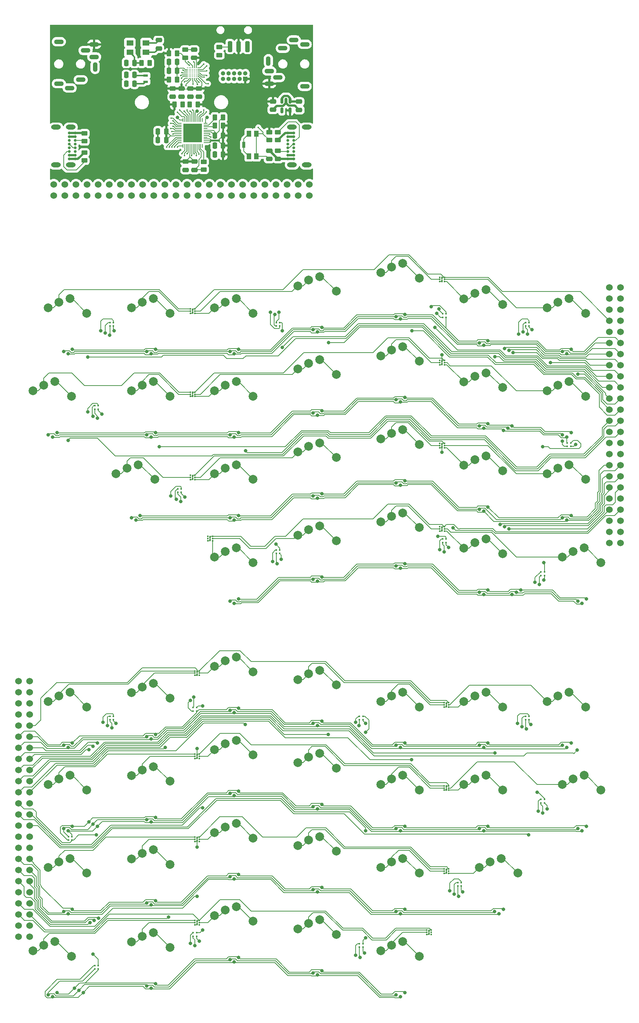
<source format=gbr>
%TF.GenerationSoftware,KiCad,Pcbnew,(6.0.6)*%
%TF.CreationDate,2022-09-03T22:19:58-07:00*%
%TF.ProjectId,NourK,4e6f7572-4b2e-46b6-9963-61645f706362,rev?*%
%TF.SameCoordinates,Original*%
%TF.FileFunction,Copper,L1,Top*%
%TF.FilePolarity,Positive*%
%FSLAX46Y46*%
G04 Gerber Fmt 4.6, Leading zero omitted, Abs format (unit mm)*
G04 Created by KiCad (PCBNEW (6.0.6)) date 2022-09-03 22:19:58*
%MOMM*%
%LPD*%
G01*
G04 APERTURE LIST*
G04 Aperture macros list*
%AMRoundRect*
0 Rectangle with rounded corners*
0 $1 Rounding radius*
0 $2 $3 $4 $5 $6 $7 $8 $9 X,Y pos of 4 corners*
0 Add a 4 corners polygon primitive as box body*
4,1,4,$2,$3,$4,$5,$6,$7,$8,$9,$2,$3,0*
0 Add four circle primitives for the rounded corners*
1,1,$1+$1,$2,$3*
1,1,$1+$1,$4,$5*
1,1,$1+$1,$6,$7*
1,1,$1+$1,$8,$9*
0 Add four rect primitives between the rounded corners*
20,1,$1+$1,$2,$3,$4,$5,0*
20,1,$1+$1,$4,$5,$6,$7,0*
20,1,$1+$1,$6,$7,$8,$9,0*
20,1,$1+$1,$8,$9,$2,$3,0*%
G04 Aperture macros list end*
%TA.AperFunction,ComponentPad*%
%ADD10C,1.524000*%
%TD*%
%TA.AperFunction,ComponentPad*%
%ADD11C,2.000000*%
%TD*%
%TA.AperFunction,SMDPad,CuDef*%
%ADD12RoundRect,0.250000X-0.475000X0.250000X-0.475000X-0.250000X0.475000X-0.250000X0.475000X0.250000X0*%
%TD*%
%TA.AperFunction,SMDPad,CuDef*%
%ADD13RoundRect,0.250000X0.262500X0.450000X-0.262500X0.450000X-0.262500X-0.450000X0.262500X-0.450000X0*%
%TD*%
%TA.AperFunction,SMDPad,CuDef*%
%ADD14R,0.350000X0.300000*%
%TD*%
%TA.AperFunction,SMDPad,CuDef*%
%ADD15R,0.370000X0.530000*%
%TD*%
%TA.AperFunction,SMDPad,CuDef*%
%ADD16R,0.400000X0.400000*%
%TD*%
%TA.AperFunction,SMDPad,CuDef*%
%ADD17RoundRect,0.250000X0.250000X0.475000X-0.250000X0.475000X-0.250000X-0.475000X0.250000X-0.475000X0*%
%TD*%
%TA.AperFunction,SMDPad,CuDef*%
%ADD18RoundRect,0.250000X-0.262500X-0.450000X0.262500X-0.450000X0.262500X0.450000X-0.262500X0.450000X0*%
%TD*%
%TA.AperFunction,SMDPad,CuDef*%
%ADD19RoundRect,0.250000X-0.450000X0.262500X-0.450000X-0.262500X0.450000X-0.262500X0.450000X0.262500X0*%
%TD*%
%TA.AperFunction,ComponentPad*%
%ADD20C,0.650000*%
%TD*%
%TA.AperFunction,ComponentPad*%
%ADD21O,2.216000X1.108000*%
%TD*%
%TA.AperFunction,SMDPad,CuDef*%
%ADD22RoundRect,0.250000X0.450000X-0.262500X0.450000X0.262500X-0.450000X0.262500X-0.450000X-0.262500X0*%
%TD*%
%TA.AperFunction,SMDPad,CuDef*%
%ADD23R,0.650000X1.400000*%
%TD*%
%TA.AperFunction,SMDPad,CuDef*%
%ADD24R,1.000000X1.450000*%
%TD*%
%TA.AperFunction,SMDPad,CuDef*%
%ADD25R,1.600000X1.250000*%
%TD*%
%TA.AperFunction,SMDPad,CuDef*%
%ADD26RoundRect,0.250000X0.250000X1.000000X-0.250000X1.000000X-0.250000X-1.000000X0.250000X-1.000000X0*%
%TD*%
%TA.AperFunction,SMDPad,CuDef*%
%ADD27R,0.200000X0.850000*%
%TD*%
%TA.AperFunction,SMDPad,CuDef*%
%ADD28R,0.850000X0.200000*%
%TD*%
%TA.AperFunction,SMDPad,CuDef*%
%ADD29R,4.250000X4.250000*%
%TD*%
%TA.AperFunction,SMDPad,CuDef*%
%ADD30R,1.100000X0.600000*%
%TD*%
%TA.AperFunction,SMDPad,CuDef*%
%ADD31RoundRect,0.250000X0.475000X-0.250000X0.475000X0.250000X-0.475000X0.250000X-0.475000X-0.250000X0*%
%TD*%
%TA.AperFunction,SMDPad,CuDef*%
%ADD32C,0.220000*%
%TD*%
%TA.AperFunction,ComponentPad*%
%ADD33O,1.100000X2.200000*%
%TD*%
%TA.AperFunction,ComponentPad*%
%ADD34O,2.200000X1.100000*%
%TD*%
%TA.AperFunction,ComponentPad*%
%ADD35O,1.000000X1.000000*%
%TD*%
%TA.AperFunction,ComponentPad*%
%ADD36R,1.000000X1.000000*%
%TD*%
%TA.AperFunction,SMDPad,CuDef*%
%ADD37RoundRect,0.150000X-0.150000X0.512500X-0.150000X-0.512500X0.150000X-0.512500X0.150000X0.512500X0*%
%TD*%
%TA.AperFunction,ViaPad*%
%ADD38C,0.800000*%
%TD*%
%TA.AperFunction,ViaPad*%
%ADD39C,0.350000*%
%TD*%
%TA.AperFunction,ViaPad*%
%ADD40C,0.220000*%
%TD*%
%TA.AperFunction,Conductor*%
%ADD41C,0.200000*%
%TD*%
%TA.AperFunction,Conductor*%
%ADD42C,0.500000*%
%TD*%
%TA.AperFunction,Conductor*%
%ADD43C,0.300000*%
%TD*%
G04 APERTURE END LIST*
D10*
%TO.P,U3,1,KEY_COL2*%
%TO.N,/rhs/RHS Keys/KEY.COL2*%
X177260000Y-142965000D03*
%TO.P,U3,2,KEY_COL4*%
%TO.N,/rhs/RHS Keys/KEY.COL4*%
X177260000Y-140425000D03*
%TO.P,U3,3,KEY_ROW5*%
%TO.N,/rhs/RHS Keys/KEY.ROW5*%
X177260000Y-137885000D03*
%TO.P,U3,4,KEY_ROW3*%
%TO.N,/rhs/RHS Keys/KEY.ROW3*%
X177260000Y-135345000D03*
%TO.P,U3,5,KEY_ROW1*%
%TO.N,/rhs/RHS Keys/KEY.ROW1*%
X177260000Y-132805000D03*
%TO.P,U3,6,LED_SW_RED1*%
%TO.N,/rhs/RHS LEDs/LED.SW_RED1*%
X177260000Y-130265000D03*
%TO.P,U3,7,LED_SW_GREEN2*%
%TO.N,/rhs/RHS LEDs/LED.SW_GREEN2*%
X177260000Y-127725000D03*
%TO.P,U3,8,LED_SW_BLUE2*%
%TO.N,/rhs/RHS LEDs/LED.SW_BLUE2*%
X177260000Y-125185000D03*
%TO.P,U3,9,LED_CS1*%
%TO.N,/rhs/RHS LEDs/LED.CS_COL1*%
X177260000Y-122645000D03*
%TO.P,U3,10,LED_CS3*%
%TO.N,/rhs/RHS LEDs/LED.CS_COL3*%
X177260000Y-120105000D03*
%TO.P,U3,11,LED_CS5*%
%TO.N,/rhs/RHS LEDs/LED.CS_COL5*%
X177260000Y-117565000D03*
%TO.P,U3,12,LED_CS7*%
%TO.N,/rhs/RHS LEDs/LED.CS_COL7*%
X177260000Y-115025000D03*
%TO.P,U3,13,LED_CS9*%
%TO.N,/rhs/RHS LEDs/LED.CS_COL9*%
X177260000Y-112485000D03*
%TO.P,U3,14,LED_CS11*%
%TO.N,/rhs/RHS LEDs/LED.CS_COL11*%
X177260000Y-109945000D03*
%TO.P,U3,15,LED_CS13*%
%TO.N,/rhs/RHS LEDs/LED.CS_COL13*%
X177260000Y-107405000D03*
%TO.P,U3,16,LED_CS15*%
%TO.N,/rhs/RHS LEDs/LED.CS_COL15*%
X177260000Y-104865000D03*
%TO.P,U3,17,LED_SW_BLUE3*%
%TO.N,/rhs/RHS LEDs/LED.SW_BLUE3*%
X177260000Y-102325000D03*
%TO.P,U3,18,LED_SW_GREEN3*%
%TO.N,/rhs/RHS LEDs/LED.SW_GREEN3*%
X177260000Y-99785000D03*
%TO.P,U3,19,LED_SW_RED4*%
%TO.N,/rhs/RHS LEDs/LED.SW_RED4*%
X177260000Y-97245000D03*
%TO.P,U3,20,KEY_ROW6*%
%TO.N,/rhs/RHS Keys/KEY.ROW6*%
X177260000Y-94705000D03*
%TO.P,U3,21,KEY_ROW8*%
%TO.N,/rhs/RHS Keys/KEY.ROW8*%
X177260000Y-92165000D03*
%TO.P,U3,22,KEY_ROW10*%
%TO.N,/rhs/RHS Keys/KEY.ROW10*%
X177260000Y-89625000D03*
%TO.P,U3,23,KEY_COL7*%
%TO.N,/rhs/RHS Keys/KEY.COL7*%
X177260000Y-87085000D03*
%TO.P,U3,24,KEY_COL9*%
%TO.N,/rhs/RHS Keys/KEY.COL9*%
X177260000Y-84545000D03*
%TO.P,U3,25,KEY_COL10*%
%TO.N,/rhs/RHS Keys/KEY.COL10*%
X179800000Y-84545000D03*
%TO.P,U3,26,KEY_COL8*%
%TO.N,/rhs/RHS Keys/KEY.COL8*%
X179800000Y-87085000D03*
%TO.P,U3,27,KEY_COL6*%
%TO.N,/rhs/RHS Keys/KEY.COL6*%
X179800000Y-89625000D03*
%TO.P,U3,28,KEY_ROW9*%
%TO.N,/rhs/RHS Keys/KEY.ROW9*%
X179800000Y-92165000D03*
%TO.P,U3,29,KEY_ROW7*%
%TO.N,/rhs/RHS Keys/KEY.ROW7*%
X179800000Y-94705000D03*
%TO.P,U3,30,LED_SW_BLUE4*%
%TO.N,/rhs/RHS LEDs/LED.SW_BLUE4*%
X179800000Y-97245000D03*
%TO.P,U3,31,LED_SW_GREEN4*%
%TO.N,/rhs/RHS LEDs/LED.SW_GREEN4*%
X179800000Y-99785000D03*
%TO.P,U3,32,LED_SW_RED3*%
%TO.N,/rhs/RHS LEDs/LED.SW_RED3*%
X179800000Y-102325000D03*
%TO.P,U3,33,LED_CS16*%
%TO.N,/rhs/RHS LEDs/LED.CS_COL16*%
X179800000Y-104865000D03*
%TO.P,U3,34,LED_CS14*%
%TO.N,/rhs/RHS LEDs/LED.CS_COL14*%
X179800000Y-107405000D03*
%TO.P,U3,35,LED_CS12*%
%TO.N,/rhs/RHS LEDs/LED.CS_COL12*%
X179800000Y-109945000D03*
%TO.P,U3,36,LED_CS10*%
%TO.N,/rhs/RHS LEDs/LED.CS_COL10*%
X179800000Y-112485000D03*
%TO.P,U3,37,LED_CS8*%
%TO.N,/rhs/RHS LEDs/LED.CS_COL8*%
X179800000Y-115025000D03*
%TO.P,U3,38,LED_CS6*%
%TO.N,/rhs/RHS LEDs/LED.CS_COL6*%
X179800000Y-117565000D03*
%TO.P,U3,39,LED_CS4*%
%TO.N,/rhs/RHS LEDs/LED.CS_COL4*%
X179800000Y-120105000D03*
%TO.P,U3,40,LED_CS2*%
%TO.N,/rhs/RHS LEDs/LED.CS_COL2*%
X179800000Y-122645000D03*
%TO.P,U3,41,LED_SW_RED2*%
%TO.N,/rhs/RHS LEDs/LED.SW_RED2*%
X179800000Y-125185000D03*
%TO.P,U3,42,LED_SW_GREEN1*%
%TO.N,/rhs/RHS LEDs/LED.SW_GREEN1*%
X179800000Y-127725000D03*
%TO.P,U3,43,LED_SW_BLUE1*%
%TO.N,/rhs/RHS LEDs/LED.SW_BLUE1*%
X179800000Y-130265000D03*
%TO.P,U3,44,KEY_ROW2*%
%TO.N,/rhs/RHS Keys/KEY.ROW2*%
X179800000Y-132805000D03*
%TO.P,U3,45,KEY_ROW4*%
%TO.N,/rhs/RHS Keys/KEY.ROW4*%
X179800000Y-135345000D03*
%TO.P,U3,46,KEY_COL5*%
%TO.N,/rhs/RHS Keys/KEY.COL5*%
X179800000Y-137885000D03*
%TO.P,U3,47,KEY_COL3*%
%TO.N,/rhs/RHS Keys/KEY.COL3*%
X179800000Y-140425000D03*
%TO.P,U3,48,KEY_COL1*%
%TO.N,/rhs/RHS Keys/KEY.COL1*%
X179800000Y-142965000D03*
%TD*%
%TO.P,U4,1,KEY_COL2*%
%TO.N,/core/KEY.COL2*%
X50250000Y-61010000D03*
%TO.P,U4,2,KEY_COL4*%
%TO.N,/core/KEY.COL4*%
X52790000Y-61010000D03*
%TO.P,U4,3,KEY_ROW5*%
%TO.N,/core/KEY.ROW5*%
X55330000Y-61010000D03*
%TO.P,U4,4,KEY_ROW3*%
%TO.N,/core/KEY.ROW3*%
X57870000Y-61010000D03*
%TO.P,U4,5,KEY_ROW1*%
%TO.N,/core/KEY.ROW1*%
X60410000Y-61010000D03*
%TO.P,U4,6,LED_SW_RED1*%
%TO.N,/core/LED.SW_RED2*%
X62950000Y-61010000D03*
%TO.P,U4,7,LED_SW_GREEN2*%
%TO.N,/core/LED.SW_GREEN1*%
X65490000Y-61010000D03*
%TO.P,U4,8,LED_SW_BLUE2*%
%TO.N,/core/LED.SW_BLUE1*%
X68030000Y-61010000D03*
%TO.P,U4,9,LED_CS1*%
%TO.N,/core/LED.CS_COL1*%
X70570000Y-61010000D03*
%TO.P,U4,10,LED_CS3*%
%TO.N,/core/LED.CS_COL3*%
X73110000Y-61010000D03*
%TO.P,U4,11,LED_CS5*%
%TO.N,/core/LED.CS_COL5*%
X75650000Y-61010000D03*
%TO.P,U4,12,LED_CS7*%
%TO.N,/core/LED.CS_COL7*%
X78190000Y-61010000D03*
%TO.P,U4,13,LED_CS9*%
%TO.N,/core/LED.CS_COL9*%
X80730000Y-61010000D03*
%TO.P,U4,14,LED_CS11*%
%TO.N,/core/LED.CS_COL11*%
X83270000Y-61010000D03*
%TO.P,U4,15,LED_CS13*%
%TO.N,/core/LED.CS_COL13*%
X85810000Y-61010000D03*
%TO.P,U4,16,LED_CS15*%
%TO.N,/core/LED.CS_COL15*%
X88350000Y-61010000D03*
%TO.P,U4,17,LED_SW_BLUE3*%
%TO.N,/core/LED.SW_BLUE3*%
X90890000Y-61010000D03*
%TO.P,U4,18,LED_SW_GREEN3*%
%TO.N,/core/LED.SW_GREEN3*%
X93430000Y-61010000D03*
%TO.P,U4,19,LED_SW_RED4*%
%TO.N,/core/LED.SW_GREEN4*%
X95970000Y-61010000D03*
%TO.P,U4,20,KEY_ROW6*%
%TO.N,/core/KEY.ROW6*%
X98510000Y-61010000D03*
%TO.P,U4,21,KEY_ROW8*%
%TO.N,/core/KEY.ROW8*%
X101050000Y-61010000D03*
%TO.P,U4,22,KEY_ROW10*%
%TO.N,/core/KEY.ROW10*%
X103590000Y-61010000D03*
%TO.P,U4,23,KEY_COL7*%
%TO.N,/core/KEY.COL7*%
X106130000Y-61010000D03*
%TO.P,U4,24,KEY_COL9*%
%TO.N,/core/KEY.COL9*%
X108670000Y-61010000D03*
%TO.P,U4,25,KEY_COL10*%
%TO.N,/core/KEY.COL10*%
X108670000Y-63550000D03*
%TO.P,U4,26,KEY_COL8*%
%TO.N,/core/KEY.COL8*%
X106130000Y-63550000D03*
%TO.P,U4,27,KEY_COL6*%
%TO.N,/core/KEY.COL6*%
X103590000Y-63550000D03*
%TO.P,U4,28,KEY_ROW9*%
%TO.N,/core/KEY.ROW9*%
X101050000Y-63550000D03*
%TO.P,U4,29,KEY_ROW7*%
%TO.N,/core/KEY.ROW7*%
X98510000Y-63550000D03*
%TO.P,U4,30,LED_SW_BLUE4*%
%TO.N,/core/LED.SW_RED4*%
X95970000Y-63550000D03*
%TO.P,U4,31,LED_SW_GREEN4*%
%TO.N,/core/LED.SW_BLUE4*%
X93430000Y-63550000D03*
%TO.P,U4,32,LED_SW_RED3*%
%TO.N,/core/LED.SW_RED3*%
X90890000Y-63550000D03*
%TO.P,U4,33,LED_CS16*%
%TO.N,/core/LED.CS_COL16*%
X88350000Y-63550000D03*
%TO.P,U4,34,LED_CS14*%
%TO.N,/core/LED.CS_COL14*%
X85810000Y-63550000D03*
%TO.P,U4,35,LED_CS12*%
%TO.N,/core/LED.CS_COL12*%
X83270000Y-63550000D03*
%TO.P,U4,36,LED_CS10*%
%TO.N,/core/LED.CS_COL10*%
X80730000Y-63550000D03*
%TO.P,U4,37,LED_CS8*%
%TO.N,/core/LED.CS_COL8*%
X78190000Y-63550000D03*
%TO.P,U4,38,LED_CS6*%
%TO.N,/core/LED.CS_COL6*%
X75650000Y-63550000D03*
%TO.P,U4,39,LED_CS4*%
%TO.N,/core/LED.CS_COL4*%
X73110000Y-63550000D03*
%TO.P,U4,40,LED_CS2*%
%TO.N,/core/LED.CS_COL2*%
X70570000Y-63550000D03*
%TO.P,U4,41,LED_SW_RED2*%
%TO.N,/core/LED.SW_RED1*%
X68030000Y-63550000D03*
%TO.P,U4,42,LED_SW_GREEN1*%
%TO.N,/core/LED.SW_GREEN2*%
X65490000Y-63550000D03*
%TO.P,U4,43,LED_SW_BLUE1*%
%TO.N,/core/LED.SW_BLUE2*%
X62950000Y-63550000D03*
%TO.P,U4,44,KEY_ROW2*%
%TO.N,/core/KEY.ROW2*%
X60410000Y-63550000D03*
%TO.P,U4,45,KEY_ROW4*%
%TO.N,/core/KEY.ROW4*%
X57870000Y-63550000D03*
%TO.P,U4,46,KEY_COL5*%
%TO.N,/core/KEY.COL5*%
X55330000Y-63550000D03*
%TO.P,U4,47,KEY_COL3*%
%TO.N,/core/KEY.COL3*%
X52790000Y-63550000D03*
%TO.P,U4,48,KEY_COL1*%
%TO.N,/core/KEY.COL1*%
X50250000Y-63550000D03*
%TD*%
%TO.P,U5,1,KEY_COL2*%
%TO.N,/lhs/LHS Keys/KEY.COL2*%
X44740000Y-174580000D03*
%TO.P,U5,2,KEY_COL4*%
%TO.N,/lhs/LHS Keys/KEY.COL4*%
X44740000Y-177120000D03*
%TO.P,U5,3,KEY_ROW5*%
%TO.N,/lhs/LHS Keys/KEY.ROW5*%
X44740000Y-179660000D03*
%TO.P,U5,4,KEY_ROW3*%
%TO.N,/lhs/LHS Keys/KEY.ROW3*%
X44740000Y-182200000D03*
%TO.P,U5,5,KEY_ROW1*%
%TO.N,/lhs/LHS Keys/KEY.ROW1*%
X44740000Y-184740000D03*
%TO.P,U5,6,LED_SW_RED1*%
%TO.N,/lhs/LHS LEDs/LED.SW_RED1*%
X44740000Y-187280000D03*
%TO.P,U5,7,LED_SW_GREEN2*%
%TO.N,/lhs/LHS LEDs/LED.SW_GREEN2*%
X44740000Y-189820000D03*
%TO.P,U5,8,LED_SW_BLUE2*%
%TO.N,/lhs/LHS LEDs/LED.SW_BLUE2*%
X44740000Y-192360000D03*
%TO.P,U5,9,LED_CS1*%
%TO.N,/lhs/LHS LEDs/LED.CS_COL1*%
X44740000Y-194900000D03*
%TO.P,U5,10,LED_CS3*%
%TO.N,/lhs/LHS LEDs/LED.CS_COL3*%
X44740000Y-197440000D03*
%TO.P,U5,11,LED_CS5*%
%TO.N,/lhs/LHS LEDs/LED.CS_COL5*%
X44740000Y-199980000D03*
%TO.P,U5,12,LED_CS7*%
%TO.N,/lhs/LHS LEDs/LED.CS_COL7*%
X44740000Y-202520000D03*
%TO.P,U5,13,LED_CS9*%
%TO.N,/lhs/LHS LEDs/LED.CS_COL9*%
X44740000Y-205060000D03*
%TO.P,U5,14,LED_CS11*%
%TO.N,/lhs/LHS LEDs/LED.CS_COL11*%
X44740000Y-207600000D03*
%TO.P,U5,15,LED_CS13*%
%TO.N,/lhs/LHS LEDs/LED.CS_COL13*%
X44740000Y-210140000D03*
%TO.P,U5,16,LED_CS15*%
%TO.N,/lhs/LHS LEDs/LED.CS_COL15*%
X44740000Y-212680000D03*
%TO.P,U5,17,LED_SW_BLUE3*%
%TO.N,/lhs/LHS LEDs/LED.SW_BLUE3*%
X44740000Y-215220000D03*
%TO.P,U5,18,LED_SW_GREEN3*%
%TO.N,/lhs/LHS LEDs/LED.SW_GREEN3*%
X44740000Y-217760000D03*
%TO.P,U5,19,LED_SW_RED4*%
%TO.N,/lhs/LHS LEDs/LED.SW_RED4*%
X44740000Y-220300000D03*
%TO.P,U5,20,KEY_ROW6*%
%TO.N,/lhs/LHS Keys/KEY.ROW6*%
X44740000Y-222840000D03*
%TO.P,U5,21,KEY_ROW8*%
%TO.N,/lhs/LHS Keys/KEY.ROW8*%
X44740000Y-225380000D03*
%TO.P,U5,22,KEY_ROW10*%
%TO.N,/lhs/LHS Keys/KEY.ROW10*%
X44740000Y-227920000D03*
%TO.P,U5,23,KEY_COL7*%
%TO.N,/lhs/LHS Keys/KEY.COL7*%
X44740000Y-230460000D03*
%TO.P,U5,24,KEY_COL9*%
%TO.N,/lhs/LHS Keys/KEY.COL9*%
X44740000Y-233000000D03*
%TO.P,U5,25,KEY_COL10*%
%TO.N,/lhs/LHS Keys/KEY.COL10*%
X42200000Y-233000000D03*
%TO.P,U5,26,KEY_COL8*%
%TO.N,/lhs/LHS Keys/KEY.COL8*%
X42200000Y-230460000D03*
%TO.P,U5,27,KEY_COL6*%
%TO.N,/lhs/LHS Keys/KEY.COL6*%
X42200000Y-227920000D03*
%TO.P,U5,28,KEY_ROW9*%
%TO.N,/lhs/LHS Keys/KEY.ROW9*%
X42200000Y-225380000D03*
%TO.P,U5,29,KEY_ROW7*%
%TO.N,/lhs/LHS Keys/KEY.ROW7*%
X42200000Y-222840000D03*
%TO.P,U5,30,LED_SW_BLUE4*%
%TO.N,/lhs/LHS LEDs/LED.SW_BLUE4*%
X42200000Y-220300000D03*
%TO.P,U5,31,LED_SW_GREEN4*%
%TO.N,/lhs/LHS LEDs/LED.SW_GREEN4*%
X42200000Y-217760000D03*
%TO.P,U5,32,LED_SW_RED3*%
%TO.N,/lhs/LHS LEDs/LED.SW_RED3*%
X42200000Y-215220000D03*
%TO.P,U5,33,LED_CS16*%
%TO.N,/lhs/LHS LEDs/LED.CS_COL16*%
X42200000Y-212680000D03*
%TO.P,U5,34,LED_CS14*%
%TO.N,/lhs/LHS LEDs/LED.CS_COL14*%
X42200000Y-210140000D03*
%TO.P,U5,35,LED_CS12*%
%TO.N,/lhs/LHS LEDs/LED.CS_COL12*%
X42200000Y-207600000D03*
%TO.P,U5,36,LED_CS10*%
%TO.N,/lhs/LHS LEDs/LED.CS_COL10*%
X42200000Y-205060000D03*
%TO.P,U5,37,LED_CS8*%
%TO.N,/lhs/LHS LEDs/LED.CS_COL8*%
X42200000Y-202520000D03*
%TO.P,U5,38,LED_CS6*%
%TO.N,/lhs/LHS LEDs/LED.CS_COL6*%
X42200000Y-199980000D03*
%TO.P,U5,39,LED_CS4*%
%TO.N,/lhs/LHS LEDs/LED.CS_COL4*%
X42200000Y-197440000D03*
%TO.P,U5,40,LED_CS2*%
%TO.N,/lhs/LHS LEDs/LED.CS_COL2*%
X42200000Y-194900000D03*
%TO.P,U5,41,LED_SW_RED2*%
%TO.N,/lhs/LHS LEDs/LED.SW_RED2*%
X42200000Y-192360000D03*
%TO.P,U5,42,LED_SW_GREEN1*%
%TO.N,/lhs/LHS LEDs/LED.SW_GREEN1*%
X42200000Y-189820000D03*
%TO.P,U5,43,LED_SW_BLUE1*%
%TO.N,/lhs/LHS LEDs/LED.SW_BLUE1*%
X42200000Y-187280000D03*
%TO.P,U5,44,KEY_ROW2*%
%TO.N,/lhs/LHS Keys/KEY.ROW2*%
X42200000Y-184740000D03*
%TO.P,U5,45,KEY_ROW4*%
%TO.N,/lhs/LHS Keys/KEY.ROW4*%
X42200000Y-182200000D03*
%TO.P,U5,46,KEY_COL5*%
%TO.N,/lhs/LHS Keys/KEY.COL5*%
X42200000Y-179660000D03*
%TO.P,U5,47,KEY_COL3*%
%TO.N,/lhs/LHS Keys/KEY.COL3*%
X42200000Y-177120000D03*
%TO.P,U5,48,KEY_COL1*%
%TO.N,/lhs/LHS Keys/KEY.COL1*%
X42200000Y-174580000D03*
%TD*%
D11*
%TO.P,SW53,1,A*%
%TO.N,Net-(D48-Pad1)*%
X51460000Y-215920000D03*
X49000000Y-217200000D03*
%TO.P,SW53,2,B*%
%TO.N,/lhs/LHS Keys/KEY.COL7*%
X54000000Y-215100000D03*
X57810000Y-218460000D03*
%TD*%
%TO.P,SW36,1,A*%
%TO.N,Net-(D43-Pad2)*%
X127460000Y-196920000D03*
X125000000Y-198200000D03*
%TO.P,SW36,2,B*%
%TO.N,/lhs/LHS Keys/KEY.COL3*%
X130000000Y-196100000D03*
X133810000Y-199460000D03*
%TD*%
%TO.P,SW33,1,A*%
%TO.N,Net-(D43-Pad4)*%
X146460000Y-196920000D03*
X144000000Y-198200000D03*
%TO.P,SW33,2,B*%
%TO.N,/lhs/LHS Keys/KEY.COL2*%
X149000000Y-196100000D03*
X152810000Y-199460000D03*
%TD*%
%TO.P,SW13,1,A*%
%TO.N,Net-(D3-Pad2)*%
X127460000Y-117920000D03*
X125000000Y-119200000D03*
%TO.P,SW13,2,B*%
%TO.N,/rhs/RHS Keys/KEY.COL6*%
X130000000Y-117100000D03*
X133810000Y-120460000D03*
%TD*%
%TO.P,SW49,1,A*%
%TO.N,Net-(D48-Pad2)*%
X70460000Y-213920000D03*
X68000000Y-215200000D03*
%TO.P,SW49,2,B*%
%TO.N,/lhs/LHS Keys/KEY.COL6*%
X73000000Y-213100000D03*
X76810000Y-216460000D03*
%TD*%
%TO.P,SW8,1,A*%
%TO.N,Net-(D2-Pad4)*%
X146460000Y-104920000D03*
X144000000Y-106200000D03*
%TO.P,SW8,2,B*%
%TO.N,/rhs/RHS Keys/KEY.COL1*%
X149000000Y-104100000D03*
X152810000Y-107460000D03*
%TD*%
%TO.P,SW26,1,A*%
%TO.N,Net-(D5-Pad1)*%
X51460000Y-87920000D03*
X49000000Y-89200000D03*
%TO.P,SW26,2,B*%
%TO.N,/rhs/RHS Keys/KEY.COL10*%
X54000000Y-87100000D03*
X57810000Y-90460000D03*
%TD*%
%TO.P,SW23,1,A*%
%TO.N,Net-(D5-Pad2)*%
X70460000Y-87920000D03*
X68000000Y-89200000D03*
%TO.P,SW23,2,B*%
%TO.N,/rhs/RHS Keys/KEY.COL9*%
X73000000Y-87100000D03*
X76810000Y-90460000D03*
%TD*%
%TO.P,SW18,1,A*%
%TO.N,Net-(D8-Pad5)*%
X108460000Y-139920000D03*
X106000000Y-141200000D03*
%TO.P,SW18,2,B*%
%TO.N,/rhs/RHS Keys/KEY.COL7*%
X111000000Y-139100000D03*
X114810000Y-142460000D03*
%TD*%
%TO.P,SW21,1,A*%
%TO.N,Net-(D7-Pad4)*%
X89460000Y-125920000D03*
X87000000Y-127200000D03*
%TO.P,SW21,2,B*%
%TO.N,/rhs/RHS Keys/KEY.COL8*%
X92000000Y-125100000D03*
X95810000Y-128460000D03*
%TD*%
%TO.P,SW11,1,A*%
%TO.N,Net-(D1-Pad2)*%
X127460000Y-79920000D03*
X125000000Y-81200000D03*
%TO.P,SW11,2,B*%
%TO.N,/rhs/RHS Keys/KEY.COL6*%
X130000000Y-79100000D03*
X133810000Y-82460000D03*
%TD*%
%TO.P,SW4,1,A*%
%TO.N,Net-(D2-Pad5)*%
X165460000Y-106920000D03*
X163000000Y-108200000D03*
%TO.P,SW4,2,B*%
%TO.N,/rhs/RHS Keys/KEY.COL2*%
X168000000Y-106100000D03*
X171810000Y-109460000D03*
%TD*%
%TO.P,SW45,1,A*%
%TO.N,Net-(D48-Pad5)*%
X89460000Y-207920000D03*
X87000000Y-209200000D03*
%TO.P,SW45,2,B*%
%TO.N,/lhs/LHS Keys/KEY.COL5*%
X92000000Y-207100000D03*
X95810000Y-210460000D03*
%TD*%
%TO.P,SW41,1,A*%
%TO.N,Net-(D44-Pad1)*%
X108460000Y-210920000D03*
X106000000Y-212200000D03*
%TO.P,SW41,2,B*%
%TO.N,/lhs/LHS Keys/KEY.COL4*%
X111000000Y-210100000D03*
X114810000Y-213460000D03*
%TD*%
%TO.P,SW42,1,A*%
%TO.N,Net-(D45-Pad1)*%
X108460000Y-229920000D03*
X106000000Y-231200000D03*
%TO.P,SW42,2,B*%
%TO.N,/lhs/LHS Keys/KEY.COL4*%
X111000000Y-229100000D03*
X114810000Y-232460000D03*
%TD*%
%TO.P,SW20,1,A*%
%TO.N,Net-(D6-Pad4)*%
X89460000Y-106920000D03*
X87000000Y-108200000D03*
%TO.P,SW20,2,B*%
%TO.N,/rhs/RHS Keys/KEY.COL8*%
X92000000Y-106100000D03*
X95810000Y-109460000D03*
%TD*%
%TO.P,SW40,1,A*%
%TO.N,Net-(D43-Pad1)*%
X108460000Y-191920000D03*
X106000000Y-193200000D03*
%TO.P,SW40,2,B*%
%TO.N,/lhs/LHS Keys/KEY.COL4*%
X111000000Y-191100000D03*
X114810000Y-194460000D03*
%TD*%
%TO.P,SW51,1,A*%
%TO.N,Net-(D46-Pad1)*%
X51460000Y-177920000D03*
X49000000Y-179200000D03*
%TO.P,SW51,2,B*%
%TO.N,/lhs/LHS Keys/KEY.COL7*%
X54000000Y-177100000D03*
X57810000Y-180460000D03*
%TD*%
%TO.P,SW12,1,A*%
%TO.N,Net-(D2-Pad2)*%
X127460000Y-98920000D03*
X125000000Y-100200000D03*
%TO.P,SW12,2,B*%
%TO.N,/rhs/RHS Keys/KEY.COL6*%
X130000000Y-98100000D03*
X133810000Y-101460000D03*
%TD*%
%TO.P,SW37,1,A*%
%TO.N,Net-(D44-Pad2)*%
X127460000Y-215920000D03*
X125000000Y-217200000D03*
%TO.P,SW37,2,B*%
%TO.N,/lhs/LHS Keys/KEY.COL3*%
X130000000Y-215100000D03*
X133810000Y-218460000D03*
%TD*%
%TO.P,SW30,1,A*%
%TO.N,Net-(D42-Pad5)*%
X165460000Y-177920000D03*
X163000000Y-179200000D03*
%TO.P,SW30,2,B*%
%TO.N,/lhs/LHS Keys/KEY.COL1*%
X168000000Y-177100000D03*
X171810000Y-180460000D03*
%TD*%
%TO.P,SW25,1,A*%
%TO.N,Net-(D7-Pad2)*%
X66960000Y-125920000D03*
X64500000Y-127200000D03*
%TO.P,SW25,2,B*%
%TO.N,/rhs/RHS Keys/KEY.COL9*%
X69500000Y-125100000D03*
X73310000Y-128460000D03*
%TD*%
%TO.P,SW19,1,A*%
%TO.N,Net-(D5-Pad4)*%
X89460000Y-87920000D03*
X87000000Y-89200000D03*
%TO.P,SW19,2,B*%
%TO.N,/rhs/RHS Keys/KEY.COL8*%
X92000000Y-87100000D03*
X95810000Y-90460000D03*
%TD*%
%TO.P,SW52,1,A*%
%TO.N,Net-(D47-Pad1)*%
X51460000Y-196920000D03*
X49000000Y-198200000D03*
%TO.P,SW52,2,B*%
%TO.N,/lhs/LHS Keys/KEY.COL7*%
X54000000Y-196100000D03*
X57810000Y-199460000D03*
%TD*%
%TO.P,SW38,1,A*%
%TO.N,Net-(D45-Pad2)*%
X127460000Y-234920000D03*
X125000000Y-236200000D03*
%TO.P,SW38,2,B*%
%TO.N,/lhs/LHS Keys/KEY.COL3*%
X130000000Y-234100000D03*
X133810000Y-237460000D03*
%TD*%
%TO.P,SW35,1,A*%
%TO.N,Net-(D42-Pad2)*%
X127460000Y-177920000D03*
X125000000Y-179200000D03*
%TO.P,SW35,2,B*%
%TO.N,/lhs/LHS Keys/KEY.COL3*%
X130000000Y-177100000D03*
X133810000Y-180460000D03*
%TD*%
%TO.P,SW5,1,A*%
%TO.N,Net-(D3-Pad5)*%
X165460000Y-125920000D03*
X163000000Y-127200000D03*
%TO.P,SW5,2,B*%
%TO.N,/rhs/RHS Keys/KEY.COL2*%
X168000000Y-125100000D03*
X171810000Y-128460000D03*
%TD*%
%TO.P,SW47,1,A*%
%TO.N,Net-(D46-Pad2)*%
X70460000Y-175920000D03*
X68000000Y-177200000D03*
%TO.P,SW47,2,B*%
%TO.N,/lhs/LHS Keys/KEY.COL6*%
X73000000Y-175100000D03*
X76810000Y-178460000D03*
%TD*%
%TO.P,SW50,1,A*%
%TO.N,Net-(D49-Pad2)*%
X70460000Y-232920000D03*
X68000000Y-234200000D03*
%TO.P,SW50,2,B*%
%TO.N,/lhs/LHS Keys/KEY.COL6*%
X73000000Y-232100000D03*
X76810000Y-235460000D03*
%TD*%
%TO.P,SW14,1,A*%
%TO.N,Net-(D4-Pad2)*%
X127460000Y-136920000D03*
X125000000Y-138200000D03*
%TO.P,SW14,2,B*%
%TO.N,/rhs/RHS Keys/KEY.COL6*%
X130000000Y-136100000D03*
X133810000Y-139460000D03*
%TD*%
%TO.P,SW9,1,A*%
%TO.N,Net-(D3-Pad4)*%
X146460000Y-123920000D03*
X144000000Y-125200000D03*
%TO.P,SW9,2,B*%
%TO.N,/rhs/RHS Keys/KEY.COL1*%
X149000000Y-123100000D03*
X152810000Y-126460000D03*
%TD*%
%TO.P,SW17,1,A*%
%TO.N,Net-(D7-Pad5)*%
X108460000Y-120920000D03*
X106000000Y-122200000D03*
%TO.P,SW17,2,B*%
%TO.N,/rhs/RHS Keys/KEY.COL7*%
X111000000Y-120100000D03*
X114810000Y-123460000D03*
%TD*%
%TO.P,SW43,1,A*%
%TO.N,Net-(D46-Pad5)*%
X89460000Y-169920000D03*
X87000000Y-171200000D03*
%TO.P,SW43,2,B*%
%TO.N,/lhs/LHS Keys/KEY.COL5*%
X92000000Y-169100000D03*
X95810000Y-172460000D03*
%TD*%
%TO.P,SW32,1,A*%
%TO.N,Net-(D42-Pad4)*%
X146460000Y-177920000D03*
X144000000Y-179200000D03*
%TO.P,SW32,2,B*%
%TO.N,/lhs/LHS Keys/KEY.COL2*%
X149000000Y-177100000D03*
X152810000Y-180460000D03*
%TD*%
%TO.P,SW44,1,A*%
%TO.N,Net-(D47-Pad5)*%
X89460000Y-188920000D03*
X87000000Y-190200000D03*
%TO.P,SW44,2,B*%
%TO.N,/lhs/LHS Keys/KEY.COL5*%
X92000000Y-188100000D03*
X95810000Y-191460000D03*
%TD*%
%TO.P,SW24,1,A*%
%TO.N,Net-(D6-Pad2)*%
X70460000Y-106920000D03*
X68000000Y-108200000D03*
%TO.P,SW24,2,B*%
%TO.N,/rhs/RHS Keys/KEY.COL9*%
X73000000Y-106100000D03*
X76810000Y-109460000D03*
%TD*%
%TO.P,SW31,1,A*%
%TO.N,Net-(D43-Pad5)*%
X168960000Y-196920000D03*
X166500000Y-198200000D03*
%TO.P,SW31,2,B*%
%TO.N,/lhs/LHS Keys/KEY.COL1*%
X171500000Y-196100000D03*
X175310000Y-199460000D03*
%TD*%
%TO.P,SW22,1,A*%
%TO.N,Net-(D8-Pad4)*%
X89460000Y-144920000D03*
X87000000Y-146200000D03*
%TO.P,SW22,2,B*%
%TO.N,/rhs/RHS Keys/KEY.COL8*%
X92000000Y-144100000D03*
X95810000Y-147460000D03*
%TD*%
%TO.P,SW48,1,A*%
%TO.N,Net-(D47-Pad2)*%
X70460000Y-194920000D03*
X68000000Y-196200000D03*
%TO.P,SW48,2,B*%
%TO.N,/lhs/LHS Keys/KEY.COL6*%
X73000000Y-194100000D03*
X76810000Y-197460000D03*
%TD*%
%TO.P,SW10,1,A*%
%TO.N,Net-(D4-Pad4)*%
X146460000Y-142920000D03*
X144000000Y-144200000D03*
%TO.P,SW10,2,B*%
%TO.N,/rhs/RHS Keys/KEY.COL1*%
X149000000Y-142100000D03*
X152810000Y-145460000D03*
%TD*%
%TO.P,SW46,1,A*%
%TO.N,Net-(D49-Pad5)*%
X89460000Y-226920000D03*
X87000000Y-228200000D03*
%TO.P,SW46,2,B*%
%TO.N,/lhs/LHS Keys/KEY.COL5*%
X92000000Y-226100000D03*
X95810000Y-229460000D03*
%TD*%
%TO.P,SW34,1,A*%
%TO.N,Net-(D44-Pad4)*%
X149960000Y-215920000D03*
X147500000Y-217200000D03*
%TO.P,SW34,2,B*%
%TO.N,/lhs/LHS Keys/KEY.COL2*%
X152500000Y-215100000D03*
X156310000Y-218460000D03*
%TD*%
%TO.P,SW16,1,A*%
%TO.N,Net-(D6-Pad5)*%
X108460000Y-101920000D03*
X106000000Y-103200000D03*
%TO.P,SW16,2,B*%
%TO.N,/rhs/RHS Keys/KEY.COL7*%
X111000000Y-101100000D03*
X114810000Y-104460000D03*
%TD*%
%TO.P,SW15,1,A*%
%TO.N,Net-(D5-Pad5)*%
X108460000Y-82920000D03*
X106000000Y-84200000D03*
%TO.P,SW15,2,B*%
%TO.N,/rhs/RHS Keys/KEY.COL7*%
X111000000Y-82100000D03*
X114810000Y-85460000D03*
%TD*%
%TO.P,SW54,1,A*%
%TO.N,Net-(D49-Pad1)*%
X47960000Y-234920000D03*
X45500000Y-236200000D03*
%TO.P,SW54,2,B*%
%TO.N,/lhs/LHS Keys/KEY.COL7*%
X50500000Y-234100000D03*
X54310000Y-237460000D03*
%TD*%
%TO.P,SW39,1,A*%
%TO.N,Net-(D42-Pad1)*%
X108460000Y-172920000D03*
X106000000Y-174200000D03*
%TO.P,SW39,2,B*%
%TO.N,/lhs/LHS Keys/KEY.COL4*%
X111000000Y-172100000D03*
X114810000Y-175460000D03*
%TD*%
%TO.P,SW7,1,A*%
%TO.N,Net-(D1-Pad4)*%
X146460000Y-85920000D03*
X144000000Y-87200000D03*
%TO.P,SW7,2,B*%
%TO.N,/rhs/RHS Keys/KEY.COL1*%
X149000000Y-85100000D03*
X152810000Y-88460000D03*
%TD*%
%TO.P,SW27,1,A*%
%TO.N,Net-(D6-Pad1)*%
X47960000Y-106920000D03*
X45500000Y-108200000D03*
%TO.P,SW27,2,B*%
%TO.N,/rhs/RHS Keys/KEY.COL10*%
X50500000Y-106100000D03*
X54310000Y-109460000D03*
%TD*%
%TO.P,SW6,1,A*%
%TO.N,Net-(D4-Pad5)*%
X168960000Y-144920000D03*
X166500000Y-146200000D03*
%TO.P,SW6,2,B*%
%TO.N,/rhs/RHS Keys/KEY.COL2*%
X171500000Y-144100000D03*
X175310000Y-147460000D03*
%TD*%
%TO.P,SW3,1,A*%
%TO.N,Net-(D1-Pad5)*%
X165460000Y-87920000D03*
X163000000Y-89200000D03*
%TO.P,SW3,2,B*%
%TO.N,/rhs/RHS Keys/KEY.COL2*%
X168000000Y-87100000D03*
X171810000Y-90460000D03*
%TD*%
D12*
%TO.P,C2,1*%
%TO.N,VCC*%
X81450000Y-39100000D03*
%TO.P,C2,2*%
%TO.N,GND*%
X81450000Y-41000000D03*
%TD*%
D13*
%TO.P,R2,2*%
%TO.N,VCC*%
X77837500Y-42750000D03*
%TO.P,R2,1*%
%TO.N,/core/I2C_SCL*%
X79662500Y-42750000D03*
%TD*%
D12*
%TO.P,C1,1*%
%TO.N,VCC*%
X83450000Y-39100000D03*
%TO.P,C1,2*%
%TO.N,GND*%
X83450000Y-41000000D03*
%TD*%
D13*
%TO.P,R3,2*%
%TO.N,/core/I2C_SDA*%
X81337500Y-42750000D03*
%TO.P,R3,1*%
%TO.N,VCC*%
X83162500Y-42750000D03*
%TD*%
D12*
%TO.P,C21,1*%
%TO.N,VCC*%
X79450000Y-39100000D03*
%TO.P,C21,2*%
%TO.N,GND*%
X79450000Y-41000000D03*
%TD*%
%TO.P,C4,1*%
%TO.N,VCC*%
X77450000Y-39100000D03*
%TO.P,C4,2*%
%TO.N,GND*%
X77450000Y-41000000D03*
%TD*%
D14*
%TO.P,D46,1*%
%TO.N,Net-(D46-Pad1)*%
X82470000Y-172250000D03*
%TO.P,D46,2*%
%TO.N,Net-(D46-Pad2)*%
X82470000Y-172750000D03*
%TO.P,D46,3*%
%TO.N,/lhs/LHS Keys/KEY.ROW1*%
X82470000Y-173250000D03*
%TO.P,D46,4*%
%TO.N,unconnected-(D46-Pad4)*%
X83530000Y-173250000D03*
%TO.P,D46,5*%
%TO.N,Net-(D46-Pad5)*%
X83530000Y-172750000D03*
%TO.P,D46,6*%
%TO.N,/lhs/LHS Keys/KEY.ROW1*%
X83530000Y-172250000D03*
D15*
%TO.P,D46,7*%
X83000000Y-172400000D03*
%TO.P,D46,8*%
X83000000Y-173100000D03*
%TD*%
D16*
%TO.P,D79,1,A*%
%TO.N,/lhs/LHS LEDs/LED.CS_COL10*%
X120900000Y-182600000D03*
%TO.P,D79,2,RK*%
%TO.N,/lhs/LHS LEDs/LED.SW_RED1*%
X120100000Y-183400000D03*
%TO.P,D79,3,BK*%
%TO.N,/lhs/LHS LEDs/LED.SW_BLUE1*%
X120900000Y-183400000D03*
%TO.P,D79,4,GK*%
%TO.N,/lhs/LHS LEDs/LED.SW_GREEN1*%
X120100000Y-182600000D03*
%TD*%
D17*
%TO.P,C6,1*%
%TO.N,/core/VDDA*%
X78450000Y-35050000D03*
%TO.P,C6,2*%
%TO.N,GND*%
X76550000Y-35050000D03*
%TD*%
D14*
%TO.P,D49,1*%
%TO.N,Net-(D49-Pad1)*%
X82470000Y-229250000D03*
%TO.P,D49,2*%
%TO.N,Net-(D49-Pad2)*%
X82470000Y-229750000D03*
%TO.P,D49,3*%
%TO.N,/lhs/LHS Keys/KEY.ROW10*%
X82470000Y-230250000D03*
%TO.P,D49,4*%
%TO.N,unconnected-(D49-Pad4)*%
X83530000Y-230250000D03*
%TO.P,D49,5*%
%TO.N,Net-(D49-Pad5)*%
X83530000Y-229750000D03*
%TO.P,D49,6*%
%TO.N,/lhs/LHS Keys/KEY.ROW10*%
X83530000Y-229250000D03*
D15*
%TO.P,D49,7*%
X83000000Y-229400000D03*
%TO.P,D49,8*%
X83000000Y-230100000D03*
%TD*%
D16*
%TO.P,D34,1,A*%
%TO.N,/rhs/RHS LEDs/LED.CS_COL16*%
X168400000Y-120100000D03*
%TO.P,D34,2,RK*%
%TO.N,/rhs/RHS LEDs/LED.SW_RED3*%
X167600000Y-120900000D03*
%TO.P,D34,3,BK*%
%TO.N,/rhs/RHS LEDs/LED.SW_BLUE3*%
X168400000Y-120900000D03*
%TO.P,D34,4,GK*%
%TO.N,/rhs/RHS LEDs/LED.SW_GREEN3*%
X167600000Y-120100000D03*
%TD*%
D18*
%TO.P,FB1,1*%
%TO.N,VCC*%
X76587500Y-37050000D03*
%TO.P,FB1,2*%
%TO.N,/core/VDDA*%
X78412500Y-37050000D03*
%TD*%
D16*
%TO.P,D81,1,A*%
%TO.N,/lhs/LHS LEDs/LED.CS_COL11*%
X158900000Y-182600000D03*
%TO.P,D81,2,RK*%
%TO.N,/lhs/LHS LEDs/LED.SW_RED1*%
X158100000Y-183400000D03*
%TO.P,D81,3,BK*%
%TO.N,/lhs/LHS LEDs/LED.SW_BLUE1*%
X158900000Y-183400000D03*
%TO.P,D81,4,GK*%
%TO.N,/lhs/LHS LEDs/LED.SW_GREEN1*%
X158100000Y-182600000D03*
%TD*%
D19*
%TO.P,R12,1*%
%TO.N,Net-(IC1-Pad35)*%
X84500000Y-55837500D03*
%TO.P,R12,2*%
%TO.N,GND*%
X84500000Y-57662500D03*
%TD*%
D14*
%TO.P,D5,1*%
%TO.N,Net-(D5-Pad1)*%
X81470000Y-89500000D03*
%TO.P,D5,2*%
%TO.N,Net-(D5-Pad2)*%
X81470000Y-90000000D03*
%TO.P,D5,3*%
%TO.N,/rhs/RHS Keys/KEY.ROW8*%
X81470000Y-90500000D03*
%TO.P,D5,4*%
%TO.N,Net-(D5-Pad4)*%
X82530000Y-90500000D03*
%TO.P,D5,5*%
%TO.N,Net-(D5-Pad5)*%
X82530000Y-90000000D03*
%TO.P,D5,6*%
%TO.N,/rhs/RHS Keys/KEY.ROW8*%
X82530000Y-89500000D03*
D15*
%TO.P,D5,7*%
X82000000Y-89650000D03*
%TO.P,D5,8*%
X82000000Y-90350000D03*
%TD*%
D13*
%TO.P,R7,1*%
%TO.N,/core/OSC_OUT*%
X72162500Y-33250000D03*
%TO.P,R7,2*%
%TO.N,Net-(C13-Pad1)*%
X70337500Y-33250000D03*
%TD*%
D20*
%TO.P,J4,A1,GND*%
%TO.N,GND*%
X55125000Y-49275000D03*
%TO.P,J4,A4,VBUS*%
%TO.N,VBUS*%
X55125000Y-50125000D03*
%TO.P,J4,A5,CC1*%
%TO.N,Net-(J4-PadA5)*%
X55125000Y-50975000D03*
%TO.P,J4,A6,D+*%
%TO.N,/core/D+*%
X55125000Y-51825000D03*
%TO.P,J4,A7,D-*%
%TO.N,/core/D-*%
X55125000Y-52675000D03*
%TO.P,J4,A8,SBU1*%
%TO.N,unconnected-(J4-PadA8)*%
X55125000Y-53525000D03*
%TO.P,J4,A9,VBUS*%
%TO.N,VBUS*%
X55125000Y-54375000D03*
%TO.P,J4,A12,GND*%
%TO.N,GND*%
X55125000Y-55225000D03*
%TO.P,J4,B1,GND*%
X53775000Y-55225000D03*
%TO.P,J4,B4,VBUS*%
%TO.N,VBUS*%
X53775000Y-54375000D03*
%TO.P,J4,B5,CC2*%
%TO.N,Net-(J4-PadB5)*%
X53775000Y-53525000D03*
%TO.P,J4,B6,D+*%
%TO.N,/core/D+*%
X53775000Y-52675000D03*
%TO.P,J4,B7,D-*%
%TO.N,/core/D-*%
X53775000Y-51825000D03*
%TO.P,J4,B8,SBU2*%
%TO.N,unconnected-(J4-PadB8)*%
X53775000Y-50975000D03*
%TO.P,J4,B9,VBUS*%
%TO.N,VBUS*%
X53775000Y-50125000D03*
%TO.P,J4,B12,GND*%
%TO.N,GND*%
X53775000Y-49275000D03*
D21*
%TO.P,J4,P1*%
%TO.N,N/C*%
X54145000Y-47925000D03*
%TO.P,J4,P2*%
X54145000Y-56575000D03*
%TO.P,J4,P3*%
X50765000Y-47925000D03*
%TO.P,J4,P4*%
X50765000Y-56575000D03*
%TD*%
D14*
%TO.P,D43,1*%
%TO.N,Net-(D43-Pad1)*%
X139470000Y-198500000D03*
%TO.P,D43,2*%
%TO.N,Net-(D43-Pad2)*%
X139470000Y-199000000D03*
%TO.P,D43,3*%
%TO.N,/lhs/LHS Keys/KEY.ROW2*%
X139470000Y-199500000D03*
%TO.P,D43,4*%
%TO.N,Net-(D43-Pad4)*%
X140530000Y-199500000D03*
%TO.P,D43,5*%
%TO.N,Net-(D43-Pad5)*%
X140530000Y-199000000D03*
%TO.P,D43,6*%
%TO.N,/lhs/LHS Keys/KEY.ROW2*%
X140530000Y-198500000D03*
D15*
%TO.P,D43,7*%
X140000000Y-198650000D03*
%TO.P,D43,8*%
X140000000Y-199350000D03*
%TD*%
D16*
%TO.P,D80,1,A*%
%TO.N,/lhs/LHS LEDs/LED.CS_COL11*%
X143400000Y-220600000D03*
%TO.P,D80,2,RK*%
%TO.N,/lhs/LHS LEDs/LED.SW_RED3*%
X142600000Y-221400000D03*
%TO.P,D80,3,BK*%
%TO.N,/lhs/LHS LEDs/LED.SW_BLUE3*%
X143400000Y-221400000D03*
%TO.P,D80,4,GK*%
%TO.N,/lhs/LHS LEDs/LED.SW_GREEN3*%
X142600000Y-220600000D03*
%TD*%
D22*
%TO.P,R6,1*%
%TO.N,/core/~{RST}*%
X99500000Y-50912500D03*
%TO.P,R6,2*%
%TO.N,VCC*%
X99500000Y-49087500D03*
%TD*%
D14*
%TO.P,D2,1*%
%TO.N,unconnected-(D2-Pad1)*%
X138470000Y-101250000D03*
%TO.P,D2,2*%
%TO.N,Net-(D2-Pad2)*%
X138470000Y-101750000D03*
%TO.P,D2,3*%
%TO.N,/rhs/RHS Keys/KEY.ROW9*%
X138470000Y-102250000D03*
%TO.P,D2,4*%
%TO.N,Net-(D2-Pad4)*%
X139530000Y-102250000D03*
%TO.P,D2,5*%
%TO.N,Net-(D2-Pad5)*%
X139530000Y-101750000D03*
%TO.P,D2,6*%
%TO.N,/rhs/RHS Keys/KEY.ROW9*%
X139530000Y-101250000D03*
D15*
%TO.P,D2,7*%
X139000000Y-101400000D03*
%TO.P,D2,8*%
X139000000Y-102100000D03*
%TD*%
D23*
%TO.P,SW2,5,G*%
%TO.N,GND*%
X93687500Y-52000000D03*
D24*
%TO.P,SW2,4,B*%
%TO.N,/core/~{RST}*%
X96562500Y-54575000D03*
%TO.P,SW2,3,A*%
%TO.N,GND*%
X94862500Y-54575000D03*
%TO.P,SW2,2,B*%
%TO.N,/core/~{RST}*%
X96562500Y-49425000D03*
%TO.P,SW2,1,A*%
%TO.N,GND*%
X94862500Y-49425000D03*
%TD*%
D16*
%TO.P,D85,1,A*%
%TO.N,/lhs/LHS LEDs/LED.CS_COL9*%
X82900000Y-180600000D03*
%TO.P,D85,2,RK*%
%TO.N,/lhs/LHS LEDs/LED.SW_RED1*%
X82100000Y-181400000D03*
%TO.P,D85,3,BK*%
%TO.N,/lhs/LHS LEDs/LED.SW_BLUE1*%
X82900000Y-181400000D03*
%TO.P,D85,4,GK*%
%TO.N,/lhs/LHS LEDs/LED.SW_GREEN1*%
X82100000Y-180600000D03*
%TD*%
D22*
%TO.P,R5,2*%
%TO.N,GND*%
X80300000Y-30237500D03*
%TO.P,R5,1*%
%TO.N,/core/VREF+*%
X80300000Y-32062500D03*
%TD*%
D25*
%TO.P,Y2,1,1*%
%TO.N,/core/OSC_IN*%
X71350000Y-28650000D03*
%TO.P,Y2,2,2*%
%TO.N,GND*%
X67650000Y-28650000D03*
%TO.P,Y2,3,3*%
%TO.N,Net-(C13-Pad1)*%
X67650000Y-30850000D03*
%TO.P,Y2,4,4*%
%TO.N,GND*%
X71350000Y-30850000D03*
%TD*%
D26*
%TO.P,SW1,1,A*%
%TO.N,GND*%
X94500000Y-29500000D03*
%TO.P,SW1,2,B*%
%TO.N,Net-(R4-Pad2)*%
X90500000Y-29500000D03*
%TO.P,SW1,3,C*%
%TO.N,VCC*%
X92500000Y-29500000D03*
%TD*%
D20*
%TO.P,J3,A1,GND*%
%TO.N,GND*%
X103725000Y-55225000D03*
%TO.P,J3,A4,VBUS*%
%TO.N,VBUS*%
X103725000Y-54375000D03*
%TO.P,J3,A5,CC1*%
%TO.N,Net-(J3-PadA5)*%
X103725000Y-53525000D03*
%TO.P,J3,A6,D+*%
%TO.N,/core/D+*%
X103725000Y-52675000D03*
%TO.P,J3,A7,D-*%
%TO.N,/core/D-*%
X103725000Y-51825000D03*
%TO.P,J3,A8,SBU1*%
%TO.N,unconnected-(J3-PadA8)*%
X103725000Y-50975000D03*
%TO.P,J3,A9,VBUS*%
%TO.N,VBUS*%
X103725000Y-50125000D03*
%TO.P,J3,A12,GND*%
%TO.N,GND*%
X103725000Y-49275000D03*
%TO.P,J3,B1,GND*%
X105075000Y-49275000D03*
%TO.P,J3,B4,VBUS*%
%TO.N,VBUS*%
X105075000Y-50125000D03*
%TO.P,J3,B5,CC2*%
%TO.N,Net-(J3-PadB5)*%
X105075000Y-50975000D03*
%TO.P,J3,B6,D+*%
%TO.N,/core/D+*%
X105075000Y-51825000D03*
%TO.P,J3,B7,D-*%
%TO.N,/core/D-*%
X105075000Y-52675000D03*
%TO.P,J3,B8,SBU2*%
%TO.N,unconnected-(J3-PadB8)*%
X105075000Y-53525000D03*
%TO.P,J3,B9,VBUS*%
%TO.N,VBUS*%
X105075000Y-54375000D03*
%TO.P,J3,B12,GND*%
%TO.N,GND*%
X105075000Y-55225000D03*
D21*
%TO.P,J3,P1*%
%TO.N,N/C*%
X104705000Y-56575000D03*
%TO.P,J3,P2*%
X104705000Y-47925000D03*
%TO.P,J3,P3*%
X108085000Y-56575000D03*
%TO.P,J3,P4*%
X108085000Y-47925000D03*
%TD*%
D12*
%TO.P,C12,1*%
%TO.N,/core/OSC_IN*%
X74250000Y-28050000D03*
%TO.P,C12,2*%
%TO.N,GND*%
X74250000Y-29950000D03*
%TD*%
D16*
%TO.P,D84,1,A*%
%TO.N,/rhs/RHS LEDs/LED.CS_COL15*%
X139900000Y-142100000D03*
%TO.P,D84,2,RK*%
%TO.N,/rhs/RHS LEDs/LED.SW_RED1*%
X139100000Y-142900000D03*
%TO.P,D84,3,BK*%
%TO.N,/rhs/RHS LEDs/LED.SW_BLUE1*%
X139900000Y-142900000D03*
%TO.P,D84,4,GK*%
%TO.N,/rhs/RHS LEDs/LED.SW_GREEN1*%
X139100000Y-142100000D03*
%TD*%
%TO.P,D78,1,A*%
%TO.N,/lhs/LHS LEDs/LED.CS_COL9*%
X82900000Y-232100000D03*
%TO.P,D78,2,RK*%
%TO.N,/lhs/LHS LEDs/LED.SW_RED4*%
X82100000Y-232900000D03*
%TO.P,D78,3,BK*%
%TO.N,/lhs/LHS LEDs/LED.SW_BLUE4*%
X82900000Y-232900000D03*
%TO.P,D78,4,GK*%
%TO.N,/lhs/LHS LEDs/LED.SW_GREEN4*%
X82100000Y-232100000D03*
%TD*%
D17*
%TO.P,C16,2*%
%TO.N,GND*%
X87050000Y-54200000D03*
%TO.P,C16,1*%
%TO.N,VCC*%
X88950000Y-54200000D03*
%TD*%
D14*
%TO.P,D4,1*%
%TO.N,unconnected-(D4-Pad1)*%
X138470000Y-139250000D03*
%TO.P,D4,2*%
%TO.N,Net-(D4-Pad2)*%
X138470000Y-139750000D03*
%TO.P,D4,3*%
%TO.N,/rhs/RHS Keys/KEY.ROW3*%
X138470000Y-140250000D03*
%TO.P,D4,4*%
%TO.N,Net-(D4-Pad4)*%
X139530000Y-140250000D03*
%TO.P,D4,5*%
%TO.N,Net-(D4-Pad5)*%
X139530000Y-139750000D03*
%TO.P,D4,6*%
%TO.N,/rhs/RHS Keys/KEY.ROW3*%
X139530000Y-139250000D03*
D15*
%TO.P,D4,7*%
X139000000Y-139400000D03*
%TO.P,D4,8*%
X139000000Y-140100000D03*
%TD*%
D17*
%TO.P,C14,2*%
%TO.N,GND*%
X87050000Y-49850000D03*
%TO.P,C14,1*%
%TO.N,VCC*%
X88950000Y-49850000D03*
%TD*%
D27*
%TO.P,IC1,1,NC_1*%
%TO.N,unconnected-(IC1-Pad1)*%
X84200000Y-46300000D03*
%TO.P,IC1,2,SW1*%
%TO.N,/core/LED.SW_GREEN4*%
X83800000Y-46300000D03*
%TO.P,IC1,3,SW2*%
%TO.N,/core/LED.SW_RED4*%
X83400000Y-46300000D03*
%TO.P,IC1,4,SW3*%
%TO.N,/core/LED.SW_BLUE4*%
X83000000Y-46300000D03*
%TO.P,IC1,5,PGND_1*%
%TO.N,GND*%
X82600000Y-46300000D03*
%TO.P,IC1,6,SW4*%
%TO.N,/core/LED.SW_GREEN3*%
X82200000Y-46300000D03*
%TO.P,IC1,7,SW5*%
%TO.N,/core/LED.SW_RED3*%
X81800000Y-46300000D03*
%TO.P,IC1,8,SW6*%
%TO.N,/core/LED.SW_BLUE3*%
X81400000Y-46300000D03*
%TO.P,IC1,9,SW7*%
%TO.N,/core/LED.SW_GREEN2*%
X81000000Y-46300000D03*
%TO.P,IC1,10,SW8*%
%TO.N,/core/LED.SW_RED2*%
X80600000Y-46300000D03*
%TO.P,IC1,11,SW9*%
%TO.N,/core/LED.SW_BLUE2*%
X80200000Y-46300000D03*
%TO.P,IC1,12,PGND_2*%
%TO.N,GND*%
X79800000Y-46300000D03*
D28*
%TO.P,IC1,13,SW10*%
%TO.N,/core/LED.SW_GREEN1*%
X79050000Y-47050000D03*
%TO.P,IC1,14,SW11*%
%TO.N,/core/LED.SW_RED1*%
X79050000Y-47450000D03*
%TO.P,IC1,15,SW12*%
%TO.N,/core/LED.SW_BLUE1*%
X79050000Y-47850000D03*
%TO.P,IC1,16,CS1*%
%TO.N,/core/LED.CS_COL1*%
X79050000Y-48250000D03*
%TO.P,IC1,17,CS2*%
%TO.N,/core/LED.CS_COL2*%
X79050000Y-48650000D03*
%TO.P,IC1,18,CS3*%
%TO.N,/core/LED.CS_COL3*%
X79050000Y-49050000D03*
%TO.P,IC1,19,CS4*%
%TO.N,/core/LED.CS_COL4*%
X79050000Y-49450000D03*
%TO.P,IC1,20,PVCC_1*%
%TO.N,VCC*%
X79050000Y-49850000D03*
%TO.P,IC1,21,CS5*%
%TO.N,/core/LED.CS_COL5*%
X79050000Y-50250000D03*
%TO.P,IC1,22,CS6*%
%TO.N,/core/LED.CS_COL6*%
X79050000Y-50650000D03*
%TO.P,IC1,23,CS7*%
%TO.N,/core/LED.CS_COL7*%
X79050000Y-51050000D03*
%TO.P,IC1,24,CS8*%
%TO.N,/core/LED.CS_COL8*%
X79050000Y-51450000D03*
D27*
%TO.P,IC1,25,CS9*%
%TO.N,/core/LED.CS_COL9*%
X79800000Y-52200000D03*
%TO.P,IC1,26,CS10*%
%TO.N,/core/LED.CS_COL10*%
X80200000Y-52200000D03*
%TO.P,IC1,27,CS11*%
%TO.N,/core/LED.CS_COL11*%
X80600000Y-52200000D03*
%TO.P,IC1,28,CS12*%
%TO.N,/core/LED.CS_COL12*%
X81000000Y-52200000D03*
%TO.P,IC1,29,PVCC_2*%
%TO.N,VCC*%
X81400000Y-52200000D03*
%TO.P,IC1,30,CS13*%
%TO.N,/core/LED.CS_COL13*%
X81800000Y-52200000D03*
%TO.P,IC1,31,CS14*%
%TO.N,/core/LED.CS_COL14*%
X82200000Y-52200000D03*
%TO.P,IC1,32,CS15*%
%TO.N,/core/LED.CS_COL15*%
X82600000Y-52200000D03*
%TO.P,IC1,33,CS16*%
%TO.N,/core/LED.CS_COL16*%
X83000000Y-52200000D03*
%TO.P,IC1,34,AGND*%
%TO.N,GND*%
X83400000Y-52200000D03*
%TO.P,IC1,35,ISET*%
%TO.N,Net-(IC1-Pad35)*%
X83800000Y-52200000D03*
%TO.P,IC1,36,NC_2*%
%TO.N,unconnected-(IC1-Pad36)*%
X84200000Y-52200000D03*
D28*
%TO.P,IC1,37,AVCC*%
%TO.N,VCC*%
X84950000Y-51450000D03*
%TO.P,IC1,38,DVCC*%
X84950000Y-51050000D03*
%TO.P,IC1,39,VIO*%
X84950000Y-50650000D03*
%TO.P,IC1,40,SYNC*%
%TO.N,unconnected-(IC1-Pad40)*%
X84950000Y-50250000D03*
%TO.P,IC1,41,SDA*%
%TO.N,/core/I2C_SDA*%
X84950000Y-49850000D03*
%TO.P,IC1,42,SCL*%
%TO.N,/core/I2C_SCL*%
X84950000Y-49450000D03*
%TO.P,IC1,43,ADDR1*%
%TO.N,GND*%
X84950000Y-49050000D03*
%TO.P,IC1,44,ADDR2*%
X84950000Y-48650000D03*
%TO.P,IC1,45,INTB*%
%TO.N,unconnected-(IC1-Pad45)*%
X84950000Y-48250000D03*
%TO.P,IC1,46,SDB*%
%TO.N,Net-(IC1-Pad46)*%
X84950000Y-47850000D03*
%TO.P,IC1,47,I2C_RST*%
%TO.N,Net-(IC1-Pad47)*%
X84950000Y-47450000D03*
%TO.P,IC1,48,GND*%
%TO.N,GND*%
X84950000Y-47050000D03*
D29*
%TO.P,IC1,49,EP*%
X82000000Y-49250000D03*
%TD*%
D16*
%TO.P,D82,1,A*%
%TO.N,/lhs/LHS LEDs/LED.CS_COL11*%
X162400000Y-201600000D03*
%TO.P,D82,2,RK*%
%TO.N,/lhs/LHS LEDs/LED.SW_RED2*%
X161600000Y-202400000D03*
%TO.P,D82,3,BK*%
%TO.N,/lhs/LHS LEDs/LED.SW_BLUE2*%
X162400000Y-202400000D03*
%TO.P,D82,4,GK*%
%TO.N,/lhs/LHS LEDs/LED.SW_GREEN2*%
X161600000Y-201600000D03*
%TD*%
%TO.P,D75,1,A*%
%TO.N,/lhs/LHS LEDs/LED.CS_COL8*%
X54400000Y-210900000D03*
%TO.P,D75,2,RK*%
%TO.N,/lhs/LHS LEDs/LED.SW_RED2*%
X53600000Y-210100000D03*
%TO.P,D75,3,BK*%
%TO.N,/lhs/LHS LEDs/LED.SW_BLUE2*%
X53600000Y-210900000D03*
%TO.P,D75,4,GK*%
%TO.N,/lhs/LHS LEDs/LED.SW_GREEN2*%
X54400000Y-210100000D03*
%TD*%
D12*
%TO.P,C18,1*%
%TO.N,VCC*%
X80400000Y-55800000D03*
%TO.P,C18,2*%
%TO.N,GND*%
X80400000Y-57700000D03*
%TD*%
D17*
%TO.P,C13,1*%
%TO.N,Net-(C13-Pad1)*%
X68700000Y-33250000D03*
%TO.P,C13,2*%
%TO.N,GND*%
X66800000Y-33250000D03*
%TD*%
%TO.P,C11,1*%
%TO.N,/core/OSC32_OUT*%
X68700000Y-36000000D03*
%TO.P,C11,2*%
%TO.N,GND*%
X66800000Y-36000000D03*
%TD*%
D16*
%TO.P,D76,1,A*%
%TO.N,/lhs/LHS LEDs/LED.CS_COL8*%
X60400000Y-239600000D03*
%TO.P,D76,2,RK*%
%TO.N,/lhs/LHS LEDs/LED.SW_RED4*%
X59600000Y-240400000D03*
%TO.P,D76,3,BK*%
%TO.N,/lhs/LHS LEDs/LED.SW_BLUE4*%
X60400000Y-240400000D03*
%TO.P,D76,4,GK*%
%TO.N,/lhs/LHS LEDs/LED.SW_GREEN4*%
X59600000Y-239600000D03*
%TD*%
D30*
%TO.P,Y1,1,1*%
%TO.N,/core/OSC32_IN*%
X71250000Y-37550000D03*
%TO.P,Y1,2,2*%
%TO.N,/core/OSC32_OUT*%
X71250000Y-36150000D03*
%TD*%
D18*
%TO.P,R1,1*%
%TO.N,VCC*%
X76587500Y-31050000D03*
%TO.P,R1,2*%
%TO.N,/core/VREF+*%
X78412500Y-31050000D03*
%TD*%
D31*
%TO.P,C9,1*%
%TO.N,/core/~{RST}*%
X99500000Y-55200000D03*
%TO.P,C9,2*%
%TO.N,GND*%
X99500000Y-53300000D03*
%TD*%
D32*
%TO.P,U1,A1,VDD_USB*%
%TO.N,VCC*%
X83200000Y-36750000D03*
%TO.P,U1,A2,PA15*%
%TO.N,/core/KEY.ROW6*%
X82800000Y-36750000D03*
%TO.P,U1,A3,PB3*%
%TO.N,/core/KEY.ROW7*%
X82400000Y-36750000D03*
%TO.P,U1,A4,PB5*%
%TO.N,/core/KEY.ROW2*%
X82000000Y-36750000D03*
%TO.P,U1,A5,BOOT0*%
%TO.N,/core/BOOT0*%
X81600000Y-36750000D03*
%TO.P,U1,A6,PB9*%
%TO.N,/core/KEY.ROW3*%
X81200000Y-36750000D03*
%TO.P,U1,A7,VDD*%
%TO.N,VCC*%
X80800000Y-36750000D03*
%TO.P,U1,B1,PA12*%
%TO.N,/core/D+*%
X83200000Y-36350000D03*
%TO.P,U1,B2,PA14*%
%TO.N,/core/SWCLK*%
X82800000Y-36350000D03*
%TO.P,U1,B3,PB4*%
%TO.N,/core/I2C_SDA*%
X82400000Y-36350000D03*
%TO.P,U1,B4,PB6*%
%TO.N,/core/USART.TX*%
X82000000Y-36350000D03*
%TO.P,U1,B5,PB8*%
%TO.N,/core/KEY.ROW4*%
X81600000Y-36350000D03*
%TO.P,U1,B6,VDD*%
%TO.N,VCC*%
X81200000Y-36350000D03*
%TO.P,U1,B7,PC13*%
%TO.N,/core/KEY.COL5*%
X80800000Y-36350000D03*
%TO.P,U1,C1,PA10*%
%TO.N,/core/KEY.ROW8*%
X83200000Y-35950000D03*
%TO.P,U1,C2,PA13*%
%TO.N,/core/SWDIO*%
X82800000Y-35950000D03*
%TO.P,U1,C3,PB7*%
%TO.N,/core/USART.RX*%
X82400000Y-35950000D03*
%TO.P,U1,C4,PC1*%
%TO.N,/core/KEY.ROW1*%
X82000000Y-35950000D03*
%TO.P,U1,C5,PC0*%
%TO.N,/core/I2C_SCL*%
X81600000Y-35950000D03*
%TO.P,U1,C6,PC14*%
%TO.N,/core/OSC32_IN*%
X81200000Y-35950000D03*
%TO.P,U1,C7,PC15*%
%TO.N,/core/OSC32_OUT*%
X80800000Y-35950000D03*
%TO.P,U1,D1,PA8*%
%TO.N,/core/KEY.COL6*%
X83200000Y-35550000D03*
%TO.P,U1,D2,PA11*%
%TO.N,/core/D-*%
X82800000Y-35550000D03*
%TO.P,U1,D3,PB1*%
%TO.N,/core/KEY.ROW9*%
X82400000Y-35550000D03*
%TO.P,U1,D4,VSS*%
%TO.N,GND*%
X82000000Y-35550000D03*
%TO.P,U1,D5,NRST*%
%TO.N,/core/~{RST}*%
X81600000Y-35550000D03*
%TO.P,U1,D6,PH0*%
%TO.N,/core/OSC_IN*%
X81200000Y-35550000D03*
%TO.P,U1,D7,PH1*%
%TO.N,/core/OSC_OUT*%
X80800000Y-35550000D03*
%TO.P,U1,E1,PB15*%
%TO.N,/core/KEY.COL8*%
X83200000Y-35150000D03*
%TO.P,U1,E2,PA9*%
%TO.N,/core/KEY.ROW10*%
X82800000Y-35150000D03*
%TO.P,U1,E3,PB2*%
%TO.N,/core/KEY.COL7*%
X82400000Y-35150000D03*
%TO.P,U1,E4,PA1*%
%TO.N,/core/TSC.G1_IO2*%
X82000000Y-35150000D03*
%TO.P,U1,E5,PA0*%
%TO.N,/core/TSC.G1_IO1*%
X81600000Y-35150000D03*
%TO.P,U1,E6,VREF+*%
%TO.N,/core/VREF+*%
X81200000Y-35150000D03*
%TO.P,U1,E7,PC2*%
%TO.N,/core/KEY.ROW5*%
X80800000Y-35150000D03*
%TO.P,U1,F1,PB14*%
%TO.N,/core/KEY.COL10*%
X83200000Y-34750000D03*
%TO.P,U1,F2,PB13*%
%TO.N,/core/KEY.COL2*%
X82800000Y-34750000D03*
%TO.P,U1,F3,PB11*%
%TO.N,/core/KEY.COL4*%
X82400000Y-34750000D03*
%TO.P,U1,F4,PA7*%
%TO.N,/core/TSC.G2_IO4*%
X82000000Y-34750000D03*
%TO.P,U1,F5,PA4*%
%TO.N,/core/TSC.G2_IO1*%
X81600000Y-34750000D03*
%TO.P,U1,F6,PA2*%
%TO.N,/core/TSC.G1_IO3*%
X81200000Y-34750000D03*
%TO.P,U1,F7,VDDA*%
%TO.N,/core/VDDA*%
X80800000Y-34750000D03*
%TO.P,U1,G1,PB12*%
%TO.N,/core/KEY.COL9*%
X83200000Y-34350000D03*
%TO.P,U1,G2,VDD*%
%TO.N,VCC*%
X82800000Y-34350000D03*
%TO.P,U1,G3,PB10*%
%TO.N,/core/KEY.COL1*%
X82400000Y-34350000D03*
%TO.P,U1,G4,PB0*%
%TO.N,/core/KEY.COL3*%
X82000000Y-34350000D03*
%TO.P,U1,G5,PA6*%
%TO.N,/core/TSC.G2_IO3*%
X81600000Y-34350000D03*
%TO.P,U1,G6,PA5*%
%TO.N,/core/TSC.G2_IO2*%
X81200000Y-34350000D03*
%TO.P,U1,G7,PA3*%
%TO.N,/core/TSC.G1_IO4*%
X80800000Y-34350000D03*
%TD*%
D13*
%TO.P,R8,2*%
%TO.N,Net-(IC1-Pad46)*%
X87087500Y-47600000D03*
%TO.P,R8,1*%
%TO.N,VCC*%
X88912500Y-47600000D03*
%TD*%
D12*
%TO.P,C8,1*%
%TO.N,VCC*%
X100324878Y-42050000D03*
%TO.P,C8,2*%
%TO.N,GND*%
X100324878Y-43950000D03*
%TD*%
D14*
%TO.P,D44,1*%
%TO.N,Net-(D44-Pad1)*%
X139470000Y-217500000D03*
%TO.P,D44,2*%
%TO.N,Net-(D44-Pad2)*%
X139470000Y-218000000D03*
%TO.P,D44,3*%
%TO.N,/lhs/LHS Keys/KEY.ROW9*%
X139470000Y-218500000D03*
%TO.P,D44,4*%
%TO.N,Net-(D44-Pad4)*%
X140530000Y-218500000D03*
%TO.P,D44,5*%
%TO.N,unconnected-(D44-Pad5)*%
X140530000Y-218000000D03*
%TO.P,D44,6*%
%TO.N,/lhs/LHS Keys/KEY.ROW9*%
X140530000Y-217500000D03*
D15*
%TO.P,D44,7*%
X140000000Y-217650000D03*
%TO.P,D44,8*%
X140000000Y-218350000D03*
%TD*%
D14*
%TO.P,D1,1*%
%TO.N,unconnected-(D1-Pad1)*%
X138470000Y-82250000D03*
%TO.P,D1,2*%
%TO.N,Net-(D1-Pad2)*%
X138470000Y-82750000D03*
%TO.P,D1,3*%
%TO.N,/rhs/RHS Keys/KEY.ROW8*%
X138470000Y-83250000D03*
%TO.P,D1,4*%
%TO.N,Net-(D1-Pad4)*%
X139530000Y-83250000D03*
%TO.P,D1,5*%
%TO.N,Net-(D1-Pad5)*%
X139530000Y-82750000D03*
%TO.P,D1,6*%
%TO.N,/rhs/RHS Keys/KEY.ROW8*%
X139530000Y-82250000D03*
D15*
%TO.P,D1,7*%
X139000000Y-82400000D03*
%TO.P,D1,8*%
X139000000Y-83100000D03*
%TD*%
D17*
%TO.P,C20,1*%
%TO.N,VCC*%
X75950000Y-50900000D03*
%TO.P,C20,2*%
%TO.N,GND*%
X74050000Y-50900000D03*
%TD*%
D19*
%TO.P,R9,1*%
%TO.N,Net-(J3-PadA5)*%
X101500000Y-53337500D03*
%TO.P,R9,2*%
%TO.N,GND*%
X101500000Y-55162500D03*
%TD*%
D17*
%TO.P,C15,2*%
%TO.N,GND*%
X87050000Y-52150000D03*
%TO.P,C15,1*%
%TO.N,VCC*%
X88950000Y-52150000D03*
%TD*%
D14*
%TO.P,D45,1*%
%TO.N,Net-(D45-Pad1)*%
X135470000Y-231500000D03*
%TO.P,D45,2*%
%TO.N,Net-(D45-Pad2)*%
X135470000Y-232000000D03*
%TO.P,D45,3*%
%TO.N,/lhs/LHS Keys/KEY.ROW10*%
X135470000Y-232500000D03*
%TO.P,D45,4*%
%TO.N,unconnected-(D45-Pad4)*%
X136530000Y-232500000D03*
%TO.P,D45,5*%
%TO.N,unconnected-(D45-Pad5)*%
X136530000Y-232000000D03*
%TO.P,D45,6*%
%TO.N,/lhs/LHS Keys/KEY.ROW10*%
X136530000Y-231500000D03*
D15*
%TO.P,D45,7*%
X136000000Y-231650000D03*
%TO.P,D45,8*%
X136000000Y-232350000D03*
%TD*%
D12*
%TO.P,C7,1*%
%TO.N,VBUS*%
X106324878Y-42100000D03*
%TO.P,C7,2*%
%TO.N,GND*%
X106324878Y-44000000D03*
%TD*%
D19*
%TO.P,R13,1*%
%TO.N,GND*%
X57250000Y-49337500D03*
%TO.P,R13,2*%
%TO.N,Net-(J4-PadA5)*%
X57250000Y-51162500D03*
%TD*%
D33*
%TO.P,J1,1*%
%TO.N,GND*%
X99300000Y-32800000D03*
D34*
%TO.P,J1,2*%
%TO.N,Net-(J1-Pad2)*%
X102600000Y-29900000D03*
%TO.P,J1,3*%
%TO.N,/core/USART.RX*%
X99500000Y-35100000D03*
%TO.P,J1,4*%
%TO.N,/core/USART.TX*%
X107600000Y-29000000D03*
%TO.P,J1,5*%
%TO.N,Net-(J1-Pad2)*%
X101500000Y-36600000D03*
%TO.P,J1,6*%
%TO.N,VCC*%
X99500000Y-38000000D03*
%TO.P,J1,SH1*%
%TO.N,GND*%
X107600000Y-38600000D03*
%TO.P,J1,SH2*%
X105100000Y-28000000D03*
%TD*%
D16*
%TO.P,D41,1,A*%
%TO.N,/rhs/RHS LEDs/LED.CS_COL13*%
X60400000Y-111600000D03*
%TO.P,D41,2,RK*%
%TO.N,/rhs/RHS LEDs/LED.SW_RED3*%
X59600000Y-112400000D03*
%TO.P,D41,3,BK*%
%TO.N,/rhs/RHS LEDs/LED.SW_BLUE3*%
X60400000Y-112400000D03*
%TO.P,D41,4,GK*%
%TO.N,/rhs/RHS LEDs/LED.SW_GREEN3*%
X59600000Y-111600000D03*
%TD*%
D14*
%TO.P,D6,1*%
%TO.N,Net-(D6-Pad1)*%
X81470000Y-108500000D03*
%TO.P,D6,2*%
%TO.N,Net-(D6-Pad2)*%
X81470000Y-109000000D03*
%TO.P,D6,3*%
%TO.N,/rhs/RHS Keys/KEY.ROW9*%
X81470000Y-109500000D03*
%TO.P,D6,4*%
%TO.N,Net-(D6-Pad4)*%
X82530000Y-109500000D03*
%TO.P,D6,5*%
%TO.N,Net-(D6-Pad5)*%
X82530000Y-109000000D03*
%TO.P,D6,6*%
%TO.N,/rhs/RHS Keys/KEY.ROW9*%
X82530000Y-108500000D03*
D15*
%TO.P,D6,7*%
X82000000Y-108650000D03*
%TO.P,D6,8*%
X82000000Y-109350000D03*
%TD*%
D19*
%TO.P,R14,1*%
%TO.N,GND*%
X57250000Y-53737500D03*
%TO.P,R14,2*%
%TO.N,Net-(J4-PadB5)*%
X57250000Y-55562500D03*
%TD*%
D17*
%TO.P,C19,1*%
%TO.N,VCC*%
X75950000Y-48900000D03*
%TO.P,C19,2*%
%TO.N,GND*%
X74050000Y-48900000D03*
%TD*%
D12*
%TO.P,C17,1*%
%TO.N,VCC*%
X82400000Y-55800000D03*
%TO.P,C17,2*%
%TO.N,GND*%
X82400000Y-57700000D03*
%TD*%
D16*
%TO.P,D39,1,A*%
%TO.N,/rhs/RHS LEDs/LED.CS_COL14*%
X101900000Y-92600000D03*
%TO.P,D39,2,RK*%
%TO.N,/rhs/RHS LEDs/LED.SW_RED4*%
X101100000Y-93400000D03*
%TO.P,D39,3,BK*%
%TO.N,/rhs/RHS LEDs/LED.SW_BLUE4*%
X101900000Y-93400000D03*
%TO.P,D39,4,GK*%
%TO.N,/rhs/RHS LEDs/LED.SW_GREEN4*%
X101100000Y-92600000D03*
%TD*%
D22*
%TO.P,R4,1*%
%TO.N,/core/BOOT0*%
X88100000Y-31462500D03*
%TO.P,R4,2*%
%TO.N,Net-(R4-Pad2)*%
X88100000Y-29637500D03*
%TD*%
D14*
%TO.P,D7,1*%
%TO.N,unconnected-(D7-Pad1)*%
X81470000Y-127500000D03*
%TO.P,D7,2*%
%TO.N,Net-(D7-Pad2)*%
X81470000Y-128000000D03*
%TO.P,D7,3*%
%TO.N,/rhs/RHS Keys/KEY.ROW4*%
X81470000Y-128500000D03*
%TO.P,D7,4*%
%TO.N,Net-(D7-Pad4)*%
X82530000Y-128500000D03*
%TO.P,D7,5*%
%TO.N,Net-(D7-Pad5)*%
X82530000Y-128000000D03*
%TO.P,D7,6*%
%TO.N,/rhs/RHS Keys/KEY.ROW4*%
X82530000Y-127500000D03*
D15*
%TO.P,D7,7*%
X82000000Y-127650000D03*
%TO.P,D7,8*%
X82000000Y-128350000D03*
%TD*%
D16*
%TO.P,D40,1,A*%
%TO.N,/rhs/RHS LEDs/LED.CS_COL13*%
X63900000Y-92600000D03*
%TO.P,D40,2,RK*%
%TO.N,/rhs/RHS LEDs/LED.SW_RED4*%
X63100000Y-93400000D03*
%TO.P,D40,3,BK*%
%TO.N,/rhs/RHS LEDs/LED.SW_BLUE4*%
X63900000Y-93400000D03*
%TO.P,D40,4,GK*%
%TO.N,/rhs/RHS LEDs/LED.SW_GREEN4*%
X63100000Y-92600000D03*
%TD*%
D14*
%TO.P,D8,1*%
%TO.N,unconnected-(D8-Pad1)*%
X85470000Y-141500000D03*
%TO.P,D8,2*%
%TO.N,unconnected-(D8-Pad2)*%
X85470000Y-142000000D03*
%TO.P,D8,3*%
%TO.N,/rhs/RHS Keys/KEY.ROW3*%
X85470000Y-142500000D03*
%TO.P,D8,4*%
%TO.N,Net-(D8-Pad4)*%
X86530000Y-142500000D03*
%TO.P,D8,5*%
%TO.N,Net-(D8-Pad5)*%
X86530000Y-142000000D03*
%TO.P,D8,6*%
%TO.N,/rhs/RHS Keys/KEY.ROW3*%
X86530000Y-141500000D03*
D15*
%TO.P,D8,7*%
X86000000Y-141650000D03*
%TO.P,D8,8*%
X86000000Y-142350000D03*
%TD*%
D16*
%TO.P,D37,1,A*%
%TO.N,/rhs/RHS LEDs/LED.CS_COL13*%
X79400000Y-130600000D03*
%TO.P,D37,2,RK*%
%TO.N,/rhs/RHS LEDs/LED.SW_RED2*%
X78600000Y-131400000D03*
%TO.P,D37,3,BK*%
%TO.N,/rhs/RHS LEDs/LED.SW_BLUE2*%
X79400000Y-131400000D03*
%TO.P,D37,4,GK*%
%TO.N,/rhs/RHS LEDs/LED.SW_GREEN2*%
X78600000Y-130600000D03*
%TD*%
D14*
%TO.P,D3,1*%
%TO.N,unconnected-(D3-Pad1)*%
X138470000Y-120250000D03*
%TO.P,D3,2*%
%TO.N,Net-(D3-Pad2)*%
X138470000Y-120750000D03*
%TO.P,D3,3*%
%TO.N,/rhs/RHS Keys/KEY.ROW4*%
X138470000Y-121250000D03*
%TO.P,D3,4*%
%TO.N,Net-(D3-Pad4)*%
X139530000Y-121250000D03*
%TO.P,D3,5*%
%TO.N,Net-(D3-Pad5)*%
X139530000Y-120750000D03*
%TO.P,D3,6*%
%TO.N,/rhs/RHS Keys/KEY.ROW4*%
X139530000Y-120250000D03*
D15*
%TO.P,D3,7*%
X139000000Y-120400000D03*
%TO.P,D3,8*%
X139000000Y-121100000D03*
%TD*%
D14*
%TO.P,D48,1*%
%TO.N,Net-(D48-Pad1)*%
X82470000Y-210250000D03*
%TO.P,D48,2*%
%TO.N,Net-(D48-Pad2)*%
X82470000Y-210750000D03*
%TO.P,D48,3*%
%TO.N,/lhs/LHS Keys/KEY.ROW9*%
X82470000Y-211250000D03*
%TO.P,D48,4*%
%TO.N,unconnected-(D48-Pad4)*%
X83530000Y-211250000D03*
%TO.P,D48,5*%
%TO.N,Net-(D48-Pad5)*%
X83530000Y-210750000D03*
%TO.P,D48,6*%
%TO.N,/lhs/LHS Keys/KEY.ROW9*%
X83530000Y-210250000D03*
D15*
%TO.P,D48,7*%
X83000000Y-210400000D03*
%TO.P,D48,8*%
X83000000Y-211100000D03*
%TD*%
D16*
%TO.P,D86,1,A*%
%TO.N,/lhs/LHS LEDs/LED.CS_COL10*%
X120900000Y-234600000D03*
%TO.P,D86,2,RK*%
%TO.N,/lhs/LHS LEDs/LED.SW_RED4*%
X120100000Y-235400000D03*
%TO.P,D86,3,BK*%
%TO.N,/lhs/LHS LEDs/LED.SW_BLUE4*%
X120900000Y-235400000D03*
%TO.P,D86,4,GK*%
%TO.N,/lhs/LHS LEDs/LED.SW_GREEN4*%
X120100000Y-234600000D03*
%TD*%
D31*
%TO.P,C3,1*%
%TO.N,VCC*%
X82300000Y-32100000D03*
%TO.P,C3,2*%
%TO.N,GND*%
X82300000Y-30200000D03*
%TD*%
D35*
%TO.P,J2,10,~{RESET}*%
%TO.N,/core/~{RST}*%
X88945000Y-35625000D03*
%TO.P,J2,9,GNDDetect*%
%TO.N,GND*%
X88945000Y-36895000D03*
%TO.P,J2,8,NC/TDI*%
%TO.N,unconnected-(J2-Pad8)*%
X90215000Y-35625000D03*
%TO.P,J2,7,KEY*%
%TO.N,unconnected-(J2-Pad7)*%
X90215000Y-36895000D03*
%TO.P,J2,6,SWO/TDO*%
%TO.N,unconnected-(J2-Pad6)*%
X91485000Y-35625000D03*
%TO.P,J2,5,GND*%
%TO.N,GND*%
X91485000Y-36895000D03*
%TO.P,J2,4,SWDCLK/TCK*%
%TO.N,/core/SWCLK*%
X92755000Y-35625000D03*
%TO.P,J2,3,GND*%
%TO.N,GND*%
X92755000Y-36895000D03*
%TO.P,J2,2,SWDIO/TMS*%
%TO.N,/core/SWDIO*%
X94025000Y-35625000D03*
D36*
%TO.P,J2,1,VTref*%
%TO.N,VCC*%
X94025000Y-36895000D03*
%TD*%
D37*
%TO.P,U2,1,VIN*%
%TO.N,VBUS*%
X104274878Y-41862500D03*
%TO.P,U2,2,GND*%
%TO.N,GND*%
X103324878Y-41862500D03*
%TO.P,U2,3,EN*%
%TO.N,VBUS*%
X102374878Y-41862500D03*
%TO.P,U2,4,NC*%
%TO.N,unconnected-(U2-Pad4)*%
X102374878Y-44137500D03*
%TO.P,U2,5,VOUT*%
%TO.N,VCC*%
X104274878Y-44137500D03*
%TD*%
D19*
%TO.P,R10,1*%
%TO.N,Net-(J3-PadB5)*%
X101500000Y-49087500D03*
%TO.P,R10,2*%
%TO.N,GND*%
X101500000Y-50912500D03*
%TD*%
D16*
%TO.P,D77,1,A*%
%TO.N,/lhs/LHS LEDs/LED.CS_COL8*%
X63900000Y-182600000D03*
%TO.P,D77,2,RK*%
%TO.N,/lhs/LHS LEDs/LED.SW_RED1*%
X63100000Y-183400000D03*
%TO.P,D77,3,BK*%
%TO.N,/lhs/LHS LEDs/LED.SW_BLUE1*%
X63900000Y-183400000D03*
%TO.P,D77,4,GK*%
%TO.N,/lhs/LHS LEDs/LED.SW_GREEN1*%
X63100000Y-182600000D03*
%TD*%
D17*
%TO.P,C5,1*%
%TO.N,/core/VDDA*%
X78450000Y-33050000D03*
%TO.P,C5,2*%
%TO.N,GND*%
X76550000Y-33050000D03*
%TD*%
D16*
%TO.P,D83,1,A*%
%TO.N,/rhs/RHS LEDs/LED.CS_COL15*%
X139900000Y-90600000D03*
%TO.P,D83,2,RK*%
%TO.N,/rhs/RHS LEDs/LED.SW_RED4*%
X139100000Y-91400000D03*
%TO.P,D83,3,BK*%
%TO.N,/rhs/RHS LEDs/LED.SW_BLUE4*%
X139900000Y-91400000D03*
%TO.P,D83,4,GK*%
%TO.N,/rhs/RHS LEDs/LED.SW_GREEN4*%
X139100000Y-90600000D03*
%TD*%
D14*
%TO.P,D47,1*%
%TO.N,Net-(D47-Pad1)*%
X82470000Y-191250000D03*
%TO.P,D47,2*%
%TO.N,Net-(D47-Pad2)*%
X82470000Y-191750000D03*
%TO.P,D47,3*%
%TO.N,/lhs/LHS Keys/KEY.ROW2*%
X82470000Y-192250000D03*
%TO.P,D47,4*%
%TO.N,unconnected-(D47-Pad4)*%
X83530000Y-192250000D03*
%TO.P,D47,5*%
%TO.N,Net-(D47-Pad5)*%
X83530000Y-191750000D03*
%TO.P,D47,6*%
%TO.N,/lhs/LHS Keys/KEY.ROW2*%
X83530000Y-191250000D03*
D15*
%TO.P,D47,7*%
X83000000Y-191400000D03*
%TO.P,D47,8*%
X83000000Y-192100000D03*
%TD*%
D33*
%TO.P,J5,1*%
%TO.N,GND*%
X59700000Y-34200000D03*
D34*
%TO.P,J5,2*%
%TO.N,Net-(J5-Pad2)*%
X56400000Y-37100000D03*
%TO.P,J5,3*%
%TO.N,/core/USART.TX*%
X59500000Y-31900000D03*
%TO.P,J5,4*%
%TO.N,/core/USART.RX*%
X51400000Y-38000000D03*
%TO.P,J5,5*%
%TO.N,Net-(J5-Pad2)*%
X57500000Y-30400000D03*
%TO.P,J5,6*%
%TO.N,VCC*%
X59500000Y-29000000D03*
%TO.P,J5,SH1*%
%TO.N,GND*%
X51400000Y-28400000D03*
%TO.P,J5,SH2*%
X53900000Y-39000000D03*
%TD*%
D14*
%TO.P,D42,1*%
%TO.N,Net-(D42-Pad1)*%
X139470000Y-179500000D03*
%TO.P,D42,2*%
%TO.N,Net-(D42-Pad2)*%
X139470000Y-180000000D03*
%TO.P,D42,3*%
%TO.N,/lhs/LHS Keys/KEY.ROW1*%
X139470000Y-180500000D03*
%TO.P,D42,4*%
%TO.N,Net-(D42-Pad4)*%
X140530000Y-180500000D03*
%TO.P,D42,5*%
%TO.N,Net-(D42-Pad5)*%
X140530000Y-180000000D03*
%TO.P,D42,6*%
%TO.N,/lhs/LHS Keys/KEY.ROW1*%
X140530000Y-179500000D03*
D15*
%TO.P,D42,7*%
X140000000Y-179650000D03*
%TO.P,D42,8*%
X140000000Y-180350000D03*
%TD*%
D16*
%TO.P,D38,1,A*%
%TO.N,/rhs/RHS LEDs/LED.CS_COL16*%
X158900000Y-92600000D03*
%TO.P,D38,2,RK*%
%TO.N,/rhs/RHS LEDs/LED.SW_RED4*%
X158100000Y-93400000D03*
%TO.P,D38,3,BK*%
%TO.N,/rhs/RHS LEDs/LED.SW_BLUE4*%
X158900000Y-93400000D03*
%TO.P,D38,4,GK*%
%TO.N,/rhs/RHS LEDs/LED.SW_GREEN4*%
X158100000Y-92600000D03*
%TD*%
%TO.P,D36,1,A*%
%TO.N,/rhs/RHS LEDs/LED.CS_COL14*%
X101900000Y-144600000D03*
%TO.P,D36,2,RK*%
%TO.N,/rhs/RHS LEDs/LED.SW_RED1*%
X101100000Y-145400000D03*
%TO.P,D36,3,BK*%
%TO.N,/rhs/RHS LEDs/LED.SW_BLUE1*%
X101900000Y-145400000D03*
%TO.P,D36,4,GK*%
%TO.N,/rhs/RHS LEDs/LED.SW_GREEN1*%
X101100000Y-144600000D03*
%TD*%
D17*
%TO.P,C10,1*%
%TO.N,/core/OSC32_IN*%
X68700000Y-38000000D03*
%TO.P,C10,2*%
%TO.N,GND*%
X66800000Y-38000000D03*
%TD*%
D16*
%TO.P,D35,1,A*%
%TO.N,/rhs/RHS LEDs/LED.CS_COL16*%
X162400000Y-149600000D03*
%TO.P,D35,2,RK*%
%TO.N,/rhs/RHS LEDs/LED.SW_RED1*%
X161600000Y-150400000D03*
%TO.P,D35,3,BK*%
%TO.N,/rhs/RHS LEDs/LED.SW_BLUE1*%
X162400000Y-150400000D03*
%TO.P,D35,4,GK*%
%TO.N,/rhs/RHS LEDs/LED.SW_GREEN1*%
X161600000Y-149600000D03*
%TD*%
D18*
%TO.P,R11,2*%
%TO.N,GND*%
X88912500Y-45700000D03*
%TO.P,R11,1*%
%TO.N,Net-(IC1-Pad47)*%
X87087500Y-45700000D03*
%TD*%
D38*
%TO.N,/lhs/LHS LEDs/LED.CS_COL5*%
X94033000Y-184467000D03*
%TO.N,/lhs/LHS LEDs/LED.CS_COL6*%
X75750000Y-189750000D03*
%TO.N,/lhs/LHS LEDs/LED.CS_COL3*%
X132033000Y-192500000D03*
%TO.N,/lhs/LHS LEDs/LED.CS_COL4*%
X113000000Y-186750000D03*
%TO.N,/lhs/LHS LEDs/LED.CS_COL1*%
X169900000Y-190350000D03*
%TO.N,/lhs/LHS LEDs/LED.CS_COL2*%
X151033000Y-190967000D03*
%TO.N,/lhs/LHS Keys/KEY.COL6*%
X76500000Y-228500000D03*
%TO.N,/rhs/RHS LEDs/LED.CS_COL8*%
X94075000Y-121925000D03*
%TO.N,/rhs/RHS LEDs/LED.CS_COL7*%
X74400000Y-121000000D03*
%TO.N,/rhs/RHS LEDs/LED.CS_COL9*%
X113075000Y-97175000D03*
%TO.N,/rhs/RHS LEDs/LED.CS_COL10*%
X132075000Y-94500000D03*
%TO.N,/rhs/RHS LEDs/LED.CS_COL12*%
X170075000Y-104425000D03*
%TO.N,/rhs/RHS LEDs/LED.CS_COL11*%
X151075000Y-100425000D03*
%TO.N,/rhs/RHS LEDs/LED.SW_BLUE3*%
X169500000Y-120500000D03*
D39*
%TO.N,/core/I2C_SDA*%
X86100000Y-50200000D03*
%TO.N,/core/I2C_SCL*%
X85900000Y-49500000D03*
%TO.N,/core/~{RST}*%
X96999999Y-47999599D03*
%TO.N,/core/OSC32_IN*%
X71250000Y-37550000D03*
%TO.N,/core/OSC32_OUT*%
X71250000Y-36150000D03*
%TO.N,/core/OSC_IN*%
X74250000Y-28050000D03*
%TO.N,/core/OSC_OUT*%
X72162500Y-33250000D03*
%TO.N,/core/D+*%
X85500000Y-38000000D03*
%TO.N,/core/VREF+*%
X81200000Y-33800000D03*
%TO.N,/core/KEY.COL3*%
X81000000Y-33000000D03*
%TO.N,/core/KEY.COL1*%
X82200000Y-33000000D03*
%TO.N,/core/KEY.ROW8*%
X84600000Y-36500000D03*
%TO.N,/core/KEY.COL9*%
X84500000Y-33500000D03*
%TO.N,/core/KEY.COL10*%
X85200000Y-33900000D03*
%TO.N,/core/KEY.COL8*%
X85200000Y-35000000D03*
%TO.N,/core/KEY.COL6*%
X85200000Y-36100000D03*
%TO.N,/core/OSC_OUT*%
X79500000Y-35500000D03*
%TO.N,/core/OSC32_OUT*%
X79300000Y-36150000D03*
%TO.N,/core/KEY.ROW5*%
X79800000Y-34900000D03*
%TO.N,/core/KEY.COL5*%
X79450000Y-36700000D03*
%TO.N,/core/BOOT0*%
X80450000Y-38450000D03*
%TO.N,/core/KEY.ROW3*%
X80148562Y-37548562D03*
%TO.N,/core/KEY.ROW2*%
X82100000Y-38100000D03*
%TO.N,/core/KEY.ROW7*%
X83100000Y-38200000D03*
%TO.N,/core/KEY.ROW6*%
X83450000Y-37700000D03*
%TO.N,/core/LED.CS_COL16*%
X83400000Y-54050000D03*
%TO.N,/core/LED.CS_COL15*%
X82850000Y-54450000D03*
%TO.N,/core/LED.CS_COL14*%
X82300000Y-54000000D03*
%TO.N,/core/LED.CS_COL13*%
X81750000Y-54450000D03*
%TO.N,/core/LED.CS_COL12*%
X80750000Y-54000000D03*
%TO.N,/core/LED.CS_COL11*%
X80150000Y-54450000D03*
%TO.N,/core/LED.CS_COL10*%
X79550000Y-54000000D03*
%TO.N,/core/LED.CS_COL9*%
X78500000Y-52500000D03*
%TO.N,/core/LED.CS_COL8*%
X77850000Y-52500000D03*
%TO.N,/core/LED.CS_COL7*%
X77250000Y-52500000D03*
%TO.N,/core/LED.CS_COL6*%
X76650000Y-52500000D03*
%TO.N,/core/LED.CS_COL5*%
X76050000Y-52500000D03*
%TO.N,/core/LED.CS_COL4*%
X77500000Y-49500000D03*
%TO.N,/core/LED.CS_COL3*%
X77250000Y-48900000D03*
%TO.N,/core/LED.CS_COL2*%
X77000000Y-48250000D03*
%TO.N,/core/LED.CS_COL1*%
X77500000Y-47750000D03*
%TO.N,/core/LED.SW_BLUE1*%
X77000000Y-47050000D03*
%TO.N,/core/LED.SW_RED1*%
X77500000Y-46500000D03*
%TO.N,/core/LED.SW_GREEN1*%
X77050000Y-45850000D03*
%TO.N,/core/LED.SW_BLUE2*%
X78500000Y-44500000D03*
%TO.N,/core/LED.SW_RED2*%
X79000000Y-44000000D03*
%TO.N,/core/LED.SW_GREEN2*%
X80000000Y-44300000D03*
%TO.N,/core/LED.SW_BLUE3*%
X80700000Y-44000000D03*
%TO.N,/core/LED.SW_RED3*%
X81400000Y-44300000D03*
%TO.N,/core/LED.SW_GREEN3*%
X82000000Y-44000000D03*
%TO.N,/core/LED.SW_GREEN4*%
X85150000Y-44400000D03*
%TO.N,/core/LED.SW_BLUE4*%
X83900000Y-44400000D03*
%TO.N,/core/LED.SW_RED4*%
X84500000Y-44000000D03*
%TO.N,/core/I2C_SCL*%
X79662500Y-42750000D03*
%TO.N,/core/I2C_SDA*%
X81337500Y-42750000D03*
D38*
%TO.N,GND*%
X77450000Y-41000000D03*
X79450000Y-41000000D03*
X81450000Y-41000000D03*
X83450000Y-41000000D03*
D40*
%TO.N,VCC*%
X80800000Y-36750000D03*
X81200000Y-36350000D03*
D38*
%TO.N,GND*%
X87050000Y-54200000D03*
X100324878Y-43950000D03*
X83000000Y-44250000D03*
X76550000Y-33050000D03*
X71350000Y-30850000D03*
X85250000Y-45750000D03*
X82300000Y-30200000D03*
X87050000Y-49850000D03*
X67650000Y-28650000D03*
X80400000Y-57700000D03*
X66800000Y-33250000D03*
X106324878Y-44000000D03*
X76550000Y-35050000D03*
X94862500Y-54575000D03*
X82000000Y-49250000D03*
X78500000Y-45750000D03*
X66800000Y-36000000D03*
X87050000Y-52150000D03*
X94500000Y-29500000D03*
X82400000Y-57700000D03*
X66800000Y-38000000D03*
X74050000Y-50900000D03*
X94862500Y-49425000D03*
D40*
X82000000Y-35550000D03*
D38*
X80300000Y-30237500D03*
%TO.N,VBUS*%
X106324878Y-42100000D03*
%TO.N,/rhs/RHS Keys/KEY.ROW4*%
X139000000Y-122250000D03*
X141500000Y-139500000D03*
%TO.N,/rhs/RHS LEDs/LED.SW_BLUE1*%
X154250000Y-139750000D03*
X140500000Y-144000000D03*
X111500000Y-150750000D03*
X102250000Y-146750000D03*
X149500000Y-153750000D03*
X157000000Y-153750000D03*
X172000000Y-155750000D03*
X130500000Y-147750000D03*
X162250000Y-151500000D03*
X92500000Y-155750000D03*
%TO.N,/rhs/RHS LEDs/LED.SW_GREEN1*%
X110500000Y-151750000D03*
X148500000Y-154750000D03*
X160250000Y-152000000D03*
X138500000Y-144500000D03*
X155000000Y-154750000D03*
X100250000Y-147250000D03*
X129500000Y-148750000D03*
X171000000Y-156750000D03*
X91500000Y-156750000D03*
X152250000Y-138750000D03*
%TO.N,/rhs/RHS LEDs/LED.SW_RED1*%
X170000000Y-156250000D03*
X90500000Y-156250000D03*
X156000000Y-154250000D03*
X147500000Y-154250000D03*
X153250000Y-139250000D03*
X139500000Y-145000000D03*
X109500000Y-151250000D03*
X161250000Y-152500000D03*
X128500000Y-148250000D03*
X101250000Y-147750000D03*
%TO.N,/rhs/RHS LEDs/LED.SW_BLUE2*%
X70000000Y-136750000D03*
X80250000Y-132500000D03*
X92500000Y-136750000D03*
X168500000Y-136750000D03*
X130500000Y-128750000D03*
X111500000Y-131750000D03*
X149500000Y-134750000D03*
%TO.N,/rhs/RHS LEDs/LED.SW_GREEN2*%
X167500000Y-137750000D03*
X129500000Y-129750000D03*
X148500000Y-135750000D03*
X91500000Y-137750000D03*
X69000000Y-137750000D03*
X110500000Y-132750000D03*
X78250000Y-133000000D03*
%TO.N,/rhs/RHS LEDs/LED.SW_RED2*%
X147500000Y-135250000D03*
X79250000Y-133500000D03*
X90500000Y-137250000D03*
X128500000Y-129250000D03*
X109500000Y-132250000D03*
X166500000Y-137250000D03*
X68000000Y-137250000D03*
%TO.N,/rhs/RHS LEDs/LED.SW_BLUE3*%
X73500000Y-117750000D03*
X168500000Y-117750000D03*
X155000000Y-116250000D03*
X92500000Y-117750000D03*
X130500000Y-109750000D03*
X111500000Y-112750000D03*
X149500000Y-115750000D03*
X61250000Y-113500000D03*
X51000000Y-117750000D03*
X155250000Y-99500000D03*
%TO.N,/rhs/RHS LEDs/LED.SW_GREEN3*%
X50000000Y-118750000D03*
X167500000Y-118750000D03*
X153000000Y-117250000D03*
X110500000Y-113750000D03*
X72500000Y-118750000D03*
X148500000Y-116750000D03*
X129500000Y-110750000D03*
X153250000Y-98500000D03*
X91500000Y-118750000D03*
X59250000Y-114000000D03*
%TO.N,/rhs/RHS LEDs/LED.SW_RED3*%
X60250000Y-114500000D03*
X166500000Y-119750000D03*
X166500000Y-118250000D03*
X90500000Y-118250000D03*
X154000000Y-116750000D03*
X147500000Y-116250000D03*
X49000000Y-118250000D03*
X128500000Y-110250000D03*
X109500000Y-113250000D03*
X154250000Y-99000000D03*
X71500000Y-118250000D03*
%TO.N,/rhs/RHS LEDs/LED.SW_BLUE4*%
X64000000Y-94500000D03*
X149500000Y-96750000D03*
X130500000Y-90750000D03*
X92500000Y-98750000D03*
X168500000Y-98750000D03*
X73500000Y-98750000D03*
X54500000Y-98750000D03*
X111500000Y-93750000D03*
X159500000Y-94250000D03*
X99750000Y-90250000D03*
%TO.N,/rhs/RHS LEDs/LED.SW_GREEN4*%
X148500000Y-97750000D03*
X72500000Y-99750000D03*
X91500000Y-99750000D03*
X167500000Y-99750000D03*
X157500000Y-94750000D03*
X62000000Y-95000000D03*
X129500000Y-91750000D03*
X53500000Y-99750000D03*
X101750000Y-90250000D03*
X110500000Y-94750000D03*
X138250000Y-89500000D03*
%TO.N,/rhs/RHS LEDs/LED.SW_RED4*%
X166500000Y-99250000D03*
X63000000Y-95500000D03*
X90500000Y-99250000D03*
X109500000Y-94250000D03*
X128500000Y-91250000D03*
X137750000Y-90500000D03*
X147500000Y-97250000D03*
X52500000Y-99250000D03*
X71500000Y-99250000D03*
X100750000Y-90750000D03*
X158500000Y-95250000D03*
%TO.N,/rhs/RHS LEDs/LED.CS_COL6*%
X53500000Y-119500000D03*
%TO.N,/lhs/LHS Keys/KEY.ROW2*%
X83000000Y-190000000D03*
%TO.N,/lhs/LHS LEDs/LED.SW_BLUE1*%
X73500000Y-186750000D03*
X168500000Y-188750000D03*
X92500000Y-180750000D03*
X149500000Y-188750000D03*
X64500000Y-184250000D03*
X130500000Y-188750000D03*
X54500000Y-188750000D03*
X159250000Y-184500000D03*
X121500000Y-184250000D03*
X111500000Y-183750000D03*
%TO.N,/lhs/LHS LEDs/LED.SW_GREEN1*%
X53500000Y-189750000D03*
X62500000Y-184750000D03*
X129500000Y-189750000D03*
X157250000Y-185000000D03*
X72500000Y-187750000D03*
X167500000Y-189750000D03*
X119250000Y-184000000D03*
X110500000Y-184750000D03*
X91500000Y-181750000D03*
X148500000Y-189750000D03*
X82250000Y-178250000D03*
%TO.N,/lhs/LHS LEDs/LED.SW_RED1*%
X90500000Y-181250000D03*
X147500000Y-189250000D03*
X166500000Y-189250000D03*
X81500000Y-179000000D03*
X128500000Y-189250000D03*
X52500000Y-189250000D03*
X120000000Y-184750000D03*
X158250000Y-185500000D03*
X63500000Y-185250000D03*
X71500000Y-187250000D03*
X109500000Y-184250000D03*
%TO.N,/lhs/LHS LEDs/LED.SW_BLUE2*%
X172000000Y-207750000D03*
X73500000Y-205750000D03*
X58250000Y-190250000D03*
X163000000Y-203750000D03*
X54500000Y-207750000D03*
X111500000Y-202750000D03*
X92500000Y-199750000D03*
X149500000Y-207750000D03*
X130500000Y-207750000D03*
X58250000Y-206750000D03*
%TO.N,/lhs/LHS LEDs/LED.SW_GREEN2*%
X72500000Y-206750000D03*
X60250000Y-188750000D03*
X148500000Y-208750000D03*
X110500000Y-203750000D03*
X171000000Y-208750000D03*
X60250000Y-207750000D03*
X53500000Y-208750000D03*
X161000000Y-204250000D03*
X91500000Y-200750000D03*
X129500000Y-208750000D03*
%TO.N,/lhs/LHS LEDs/LED.SW_RED2*%
X59250000Y-189500000D03*
X128500000Y-208250000D03*
X52500000Y-208250000D03*
X71500000Y-206250000D03*
X109500000Y-203250000D03*
X147500000Y-208250000D03*
X90500000Y-200250000D03*
X59250000Y-207250000D03*
X162000000Y-204750000D03*
X170000000Y-208250000D03*
%TO.N,/lhs/LHS LEDs/LED.SW_BLUE3*%
X143750000Y-222750000D03*
X92500000Y-218750000D03*
X54500000Y-226750000D03*
X130500000Y-226750000D03*
X73500000Y-224750000D03*
X153000000Y-226750000D03*
X111500000Y-221750000D03*
%TO.N,/lhs/LHS LEDs/LED.SW_GREEN3*%
X110500000Y-222750000D03*
X141750000Y-223250000D03*
X152000000Y-227750000D03*
X91500000Y-219750000D03*
X53500000Y-227750000D03*
X129500000Y-227750000D03*
X72500000Y-225750000D03*
%TO.N,/lhs/LHS LEDs/LED.SW_RED3*%
X151000000Y-227250000D03*
X90500000Y-219250000D03*
X52500000Y-227250000D03*
X128500000Y-227250000D03*
X142750000Y-223750000D03*
X71500000Y-225250000D03*
X109500000Y-222250000D03*
%TO.N,/lhs/LHS LEDs/LED.SW_BLUE4*%
X73500000Y-243750000D03*
X92500000Y-237750000D03*
X130500000Y-245750000D03*
X58500000Y-229750000D03*
X121250000Y-236750000D03*
X51000000Y-245750000D03*
X83500000Y-234000000D03*
X55000000Y-244750000D03*
X111500000Y-240750000D03*
%TO.N,/lhs/LHS LEDs/LED.SW_GREEN4*%
X129500000Y-246750000D03*
X57000000Y-245750000D03*
X60500000Y-228750000D03*
X50000000Y-246750000D03*
X72500000Y-244750000D03*
X91500000Y-238750000D03*
X81500000Y-234500000D03*
X110500000Y-241750000D03*
X119250000Y-237250000D03*
%TO.N,/lhs/LHS LEDs/LED.SW_RED4*%
X90500000Y-238250000D03*
X71500000Y-244250000D03*
X82500000Y-235000000D03*
X59500000Y-229250000D03*
X49000000Y-246250000D03*
X128500000Y-246250000D03*
X109500000Y-241250000D03*
X120250000Y-237750000D03*
X56000000Y-245250000D03*
%TO.N,/lhs/LHS LEDs/LED.CS_COL8*%
X60000000Y-209750000D03*
X61500000Y-184000000D03*
X59250000Y-237000000D03*
%TO.N,/lhs/LHS LEDs/LED.CS_COL9*%
X84250000Y-180250000D03*
X84250000Y-203500000D03*
X84250000Y-231500000D03*
%TO.N,/lhs/LHS LEDs/LED.CS_COL10*%
X121500000Y-186250000D03*
X121500000Y-208750000D03*
X121500000Y-233250000D03*
%TO.N,/lhs/LHS LEDs/LED.CS_COL11*%
X158750000Y-209750000D03*
X140750000Y-222500000D03*
X156250000Y-184250000D03*
X160750000Y-200000000D03*
%TO.N,/lhs/LHS Keys/KEY.ROW9*%
X83000000Y-212500000D03*
X83000000Y-223750000D03*
D40*
%TO.N,/core/~{RST}*%
X81600000Y-35550000D03*
%TO.N,/core/OSC32_IN*%
X81200000Y-35950000D03*
%TO.N,/core/OSC_IN*%
X81200000Y-35550000D03*
%TO.N,/core/I2C_SDA*%
X82400000Y-36350000D03*
%TO.N,/core/I2C_SCL*%
X81600000Y-35950000D03*
%TO.N,/core/USART.RX*%
X82400000Y-35950000D03*
%TO.N,/core/USART.TX*%
X82000000Y-36350000D03*
%TO.N,/core/SWDIO*%
X82800000Y-35950000D03*
%TO.N,/core/SWCLK*%
X82800000Y-36350000D03*
%TO.N,/core/D-*%
X82800000Y-35550000D03*
%TO.N,/core/VREF+*%
X81200000Y-35150000D03*
D38*
%TO.N,/core/BOOT0*%
X88100000Y-31462500D03*
D40*
%TO.N,/core/KEY.ROW10*%
X82800000Y-35150000D03*
%TO.N,/core/KEY.COL4*%
X82400000Y-34750000D03*
%TO.N,/core/KEY.COL2*%
X82800000Y-34750000D03*
%TO.N,/core/KEY.ROW9*%
X82400000Y-35550000D03*
%TO.N,/core/KEY.ROW4*%
X81600000Y-36350000D03*
%TO.N,/core/KEY.ROW1*%
X82000000Y-35950000D03*
%TO.N,/core/KEY.COL7*%
X82400000Y-35150000D03*
D38*
%TO.N,/rhs/RHS LEDs/LED.CS_COL13*%
X58000000Y-113000000D03*
X58000000Y-100500000D03*
X77000000Y-132250000D03*
X61000000Y-94500000D03*
%TO.N,/rhs/RHS LEDs/LED.CS_COL14*%
X101000000Y-143250000D03*
X102500000Y-94500000D03*
X102500000Y-98250000D03*
%TO.N,/rhs/RHS LEDs/LED.CS_COL15*%
X138000000Y-141500000D03*
X137400000Y-93750000D03*
X136500000Y-89000000D03*
%TO.N,/rhs/RHS LEDs/LED.CS_COL16*%
X156500000Y-95250000D03*
X163750000Y-101750000D03*
X162250000Y-147500000D03*
X162000000Y-121000000D03*
%TO.N,/rhs/RHS Keys/KEY.ROW9*%
X139000000Y-100000000D03*
%TD*%
D41*
%TO.N,/lhs/LHS LEDs/LED.CS_COL11*%
X44740000Y-207600000D02*
X46600000Y-207600000D01*
X46600000Y-207600000D02*
X51700000Y-212700000D01*
X87455636Y-201850000D02*
X102087256Y-201850000D01*
X116650000Y-204900000D02*
X121250000Y-209500000D01*
X51700000Y-212700000D02*
X59181372Y-212700000D01*
X158500000Y-209500000D02*
X158750000Y-209750000D01*
X59181372Y-212700000D02*
X63581372Y-208300000D01*
X63581372Y-208300000D02*
X81005636Y-208300000D01*
X102087256Y-201850000D02*
X105137256Y-204900000D01*
X81005636Y-208300000D02*
X87455636Y-201850000D01*
X105137256Y-204900000D02*
X116650000Y-204900000D01*
X121250000Y-209500000D02*
X158500000Y-209500000D01*
%TO.N,/lhs/LHS LEDs/LED.CS_COL10*%
X42200000Y-205060000D02*
X43390000Y-206250000D01*
X43390000Y-206250000D02*
X45815686Y-206250000D01*
X45815686Y-206250000D02*
X51865686Y-212300000D01*
X51865686Y-212300000D02*
X59015686Y-212300000D01*
X87289950Y-201450000D02*
X102252942Y-201450000D01*
X117868628Y-204500000D02*
X121500000Y-208131372D01*
X59015686Y-212300000D02*
X63415686Y-207900000D01*
X80839950Y-207900000D02*
X87289950Y-201450000D01*
X63415686Y-207900000D02*
X80839950Y-207900000D01*
X102252942Y-201450000D02*
X105302942Y-204500000D01*
X105302942Y-204500000D02*
X117868628Y-204500000D01*
X121500000Y-208131372D02*
X121500000Y-208750000D01*
%TO.N,/lhs/LHS LEDs/LED.SW_GREEN2*%
X91500000Y-200750000D02*
X91650000Y-200900000D01*
X91650000Y-200900000D02*
X102268628Y-200900000D01*
X102268628Y-200900000D02*
X105318628Y-203950000D01*
X105318628Y-203950000D02*
X110300000Y-203950000D01*
X110300000Y-203950000D02*
X110500000Y-203750000D01*
%TO.N,/lhs/LHS LEDs/LED.SW_RED2*%
X90500000Y-200250000D02*
X90700000Y-200050000D01*
X90700000Y-200050000D02*
X91800000Y-200050000D01*
X91800000Y-200050000D02*
X92250000Y-200500000D01*
X92250000Y-200500000D02*
X102434314Y-200500000D01*
X105434314Y-203500000D02*
X109250000Y-203500000D01*
X102434314Y-200500000D02*
X105434314Y-203500000D01*
X109250000Y-203500000D02*
X109500000Y-203250000D01*
%TO.N,/lhs/LHS LEDs/LED.SW_BLUE2*%
X92500000Y-199750000D02*
X92850000Y-200100000D01*
X92850000Y-200100000D02*
X102600000Y-200100000D01*
X102600000Y-200100000D02*
X105600000Y-203100000D01*
X105600000Y-203100000D02*
X108650000Y-203100000D01*
X108650000Y-203100000D02*
X109200000Y-202550000D01*
X109200000Y-202550000D02*
X111300000Y-202550000D01*
X111300000Y-202550000D02*
X111500000Y-202750000D01*
%TO.N,Net-(D43-Pad5)*%
X155500000Y-193000000D02*
X147000000Y-193000000D01*
X166500000Y-198200000D02*
X160700000Y-198200000D01*
X160700000Y-198200000D02*
X155500000Y-193000000D01*
%TO.N,/lhs/LHS LEDs/LED.CS_COL1*%
X74197057Y-188900000D02*
X62015686Y-188900000D01*
X169000000Y-191000000D02*
X158334000Y-191000000D01*
X80312743Y-186650000D02*
X76447058Y-186650000D01*
X117702942Y-185900000D02*
X102650000Y-185900000D01*
X99650000Y-182900000D02*
X84062744Y-182900000D01*
X123469942Y-191667000D02*
X117702942Y-185900000D01*
X158334000Y-191000000D02*
X157667000Y-191667000D01*
X157667000Y-191667000D02*
X123469942Y-191667000D01*
X58765686Y-192150000D02*
X47665686Y-192150000D01*
X84062744Y-182900000D02*
X80312743Y-186650000D01*
X102650000Y-185900000D02*
X99650000Y-182900000D01*
X169125000Y-191125000D02*
X169000000Y-191000000D01*
X76447058Y-186650000D02*
X74197057Y-188900000D01*
X169900000Y-190350000D02*
X169125000Y-191125000D01*
X62015686Y-188900000D02*
X58765686Y-192150000D01*
X47665686Y-192150000D02*
X44915686Y-194900000D01*
X44915686Y-194900000D02*
X44740000Y-194900000D01*
%TO.N,/lhs/LHS Keys/KEY.ROW10*%
X136530000Y-231500000D02*
X136110000Y-231080000D01*
X136110000Y-231080000D02*
X128382598Y-231080000D01*
X128382598Y-231080000D02*
X126092598Y-233370000D01*
X88280000Y-224500000D02*
X83530000Y-229250000D01*
X126092598Y-233370000D02*
X123157402Y-233370000D01*
X123157402Y-233370000D02*
X120867402Y-231080000D01*
X116367402Y-231080000D02*
X112407402Y-227120000D01*
X120867402Y-231080000D02*
X116367402Y-231080000D01*
X112407402Y-227120000D02*
X95370000Y-227120000D01*
X95370000Y-227120000D02*
X92750000Y-224500000D01*
X92750000Y-224500000D02*
X88280000Y-224500000D01*
%TO.N,Net-(D45-Pad1)*%
X135470000Y-231500000D02*
X128500000Y-231500000D01*
X128500000Y-231500000D02*
X126250000Y-233750000D01*
X120750000Y-231500000D02*
X116250000Y-231500000D01*
X126250000Y-233750000D02*
X123000000Y-233750000D01*
X123000000Y-233750000D02*
X120750000Y-231500000D01*
X116250000Y-231500000D02*
X112250000Y-227500000D01*
X112250000Y-227500000D02*
X109465787Y-227500000D01*
X109465787Y-227500000D02*
X108460000Y-228505787D01*
X108460000Y-228505787D02*
X108460000Y-229920000D01*
%TO.N,Net-(D49-Pad1)*%
X59000000Y-232250000D02*
X49250000Y-232250000D01*
X70500000Y-229250000D02*
X62612206Y-229250000D01*
X62612206Y-229250000D02*
X59612206Y-232250000D01*
X59612206Y-232250000D02*
X59000000Y-232250000D01*
%TO.N,/lhs/LHS Keys/KEY.COL6*%
X76500000Y-228500000D02*
X76130000Y-228870000D01*
X76130000Y-228870000D02*
X62454804Y-228870000D01*
X45500000Y-229250000D02*
X43500000Y-229250000D01*
X62454804Y-228870000D02*
X59454804Y-231870000D01*
X59454804Y-231870000D02*
X48120000Y-231870000D01*
X48120000Y-231870000D02*
X45500000Y-229250000D01*
X43500000Y-229250000D02*
X43500000Y-229220000D01*
X43500000Y-229220000D02*
X42200000Y-227920000D01*
%TO.N,Net-(D49-Pad1)*%
X82500000Y-229250000D02*
X70500000Y-229250000D01*
%TO.N,/lhs/LHS Keys/KEY.ROW10*%
X83530000Y-229250000D02*
X82100000Y-227820000D01*
X82100000Y-227820000D02*
X62967402Y-227820000D01*
X62967402Y-227820000D02*
X59297402Y-231490000D01*
X59297402Y-231490000D02*
X48310000Y-231490000D01*
X48310000Y-231490000D02*
X44740000Y-227920000D01*
%TO.N,/lhs/LHS Keys/KEY.ROW9*%
X83000000Y-223750000D02*
X82381372Y-223750000D01*
X82381372Y-223750000D02*
X79681372Y-226450000D01*
X79681372Y-226450000D02*
X63800000Y-226450000D01*
X63800000Y-226450000D02*
X59650000Y-230600000D01*
X45465686Y-226715686D02*
X43535686Y-226715686D01*
X59650000Y-230600000D02*
X49350000Y-230600000D01*
X49350000Y-230600000D02*
X45465686Y-226715686D01*
X43535686Y-226715686D02*
X42200000Y-225380000D01*
%TO.N,/lhs/LHS LEDs/LED.SW_GREEN3*%
X72500000Y-225750000D02*
X72300000Y-225950000D01*
X72300000Y-225950000D02*
X63181372Y-225950000D01*
X63181372Y-225950000D02*
X61231372Y-227900000D01*
X61231372Y-227900000D02*
X53650000Y-227900000D01*
X53650000Y-227900000D02*
X53500000Y-227750000D01*
%TO.N,/lhs/LHS LEDs/LED.SW_RED3*%
X71500000Y-225250000D02*
X71250000Y-225500000D01*
X71250000Y-225500000D02*
X63065686Y-225500000D01*
X63065686Y-225500000D02*
X61065686Y-227500000D01*
X53800000Y-227050000D02*
X52700000Y-227050000D01*
X61065686Y-227500000D02*
X54250000Y-227500000D01*
X54250000Y-227500000D02*
X53800000Y-227050000D01*
X52700000Y-227050000D02*
X52500000Y-227250000D01*
%TO.N,/lhs/LHS LEDs/LED.SW_BLUE3*%
X73500000Y-224750000D02*
X73300000Y-224550000D01*
X73300000Y-224550000D02*
X71200000Y-224550000D01*
X71200000Y-224550000D02*
X70650000Y-225100000D01*
X70650000Y-225100000D02*
X62900000Y-225100000D01*
X62900000Y-225100000D02*
X60900000Y-227100000D01*
X60900000Y-227100000D02*
X54850000Y-227100000D01*
X54850000Y-227100000D02*
X54500000Y-226750000D01*
%TO.N,Net-(D47-Pad1)*%
X82500000Y-191250000D02*
X62494116Y-191250000D01*
X62494116Y-191250000D02*
X59594116Y-194150000D01*
X59594116Y-194150000D02*
X52815786Y-194150000D01*
X52815786Y-194150000D02*
X51460000Y-195505787D01*
X51460000Y-195505787D02*
X51460000Y-196920000D01*
%TO.N,/lhs/LHS LEDs/LED.CS_COL5*%
X94033000Y-184467000D02*
X93666000Y-184100000D01*
X59428430Y-193750000D02*
X50970000Y-193750000D01*
X93666000Y-184100000D02*
X84559802Y-184100000D01*
X84559802Y-184100000D02*
X78159798Y-190500000D01*
X78159798Y-190500000D02*
X62678430Y-190500000D01*
X62678430Y-190500000D02*
X59428430Y-193750000D01*
X50970000Y-193750000D02*
X44740000Y-199980000D01*
%TO.N,/lhs/LHS LEDs/LED.CS_COL6*%
X75750000Y-189750000D02*
X75400000Y-190100000D01*
X75400000Y-190100000D02*
X62512744Y-190100000D01*
X62512744Y-190100000D02*
X59262744Y-193350000D01*
X59262744Y-193350000D02*
X50650000Y-193350000D01*
X50650000Y-193350000D02*
X45250000Y-198750000D01*
X45250000Y-198750000D02*
X43430000Y-198750000D01*
X43430000Y-198750000D02*
X42200000Y-199980000D01*
%TO.N,/lhs/LHS LEDs/LED.CS_COL3*%
X132033000Y-192500000D02*
X122500000Y-192500000D01*
X122500000Y-192500000D02*
X117500000Y-187500000D01*
X117500000Y-187500000D02*
X103118628Y-187500000D01*
X74550000Y-189700000D02*
X62347058Y-189700000D01*
X103118628Y-187500000D02*
X99318628Y-183700000D01*
X99318628Y-183700000D02*
X84394116Y-183700000D01*
X84394116Y-183700000D02*
X80644113Y-187450000D01*
X80644113Y-187450000D02*
X76800000Y-187450000D01*
X44875686Y-197440000D02*
X44740000Y-197440000D01*
X76800000Y-187450000D02*
X74550000Y-189700000D01*
X62347058Y-189700000D02*
X59097058Y-192950000D01*
X59097058Y-192950000D02*
X49365686Y-192950000D01*
X49365686Y-192950000D02*
X44875686Y-197440000D01*
%TO.N,/lhs/LHS LEDs/LED.CS_COL4*%
X113000000Y-186750000D02*
X102934314Y-186750000D01*
X80478428Y-187050000D02*
X76612744Y-187050000D01*
X62181372Y-189300000D02*
X58931372Y-192550000D01*
X102934314Y-186750000D02*
X99484314Y-183300000D01*
X49200000Y-192550000D02*
X45500000Y-196250000D01*
X99484314Y-183300000D02*
X84228430Y-183300000D01*
X84228430Y-183300000D02*
X80478428Y-187050000D01*
X76612744Y-187050000D02*
X74362742Y-189300000D01*
X74362742Y-189300000D02*
X62181372Y-189300000D01*
X58931372Y-192550000D02*
X49200000Y-192550000D01*
X45500000Y-196250000D02*
X43390000Y-196250000D01*
X43390000Y-196250000D02*
X42200000Y-197440000D01*
%TO.N,/lhs/LHS LEDs/LED.CS_COL2*%
X45500000Y-193750000D02*
X43350000Y-193750000D01*
X102868628Y-185500000D02*
X99868628Y-182500000D01*
X58600000Y-191750000D02*
X47500000Y-191750000D01*
X80147058Y-186250000D02*
X76281372Y-186250000D01*
X83897058Y-182500000D02*
X80147058Y-186250000D01*
X47500000Y-191750000D02*
X45500000Y-193750000D01*
X74031372Y-188500000D02*
X61850000Y-188500000D01*
X123335628Y-190967000D02*
X117868628Y-185500000D01*
X76281372Y-186250000D02*
X74031372Y-188500000D01*
X151033000Y-190967000D02*
X123335628Y-190967000D01*
X99868628Y-182500000D02*
X83897058Y-182500000D01*
X61850000Y-188500000D02*
X58600000Y-191750000D01*
X117868628Y-185500000D02*
X102868628Y-185500000D01*
X43350000Y-193750000D02*
X42200000Y-194900000D01*
%TO.N,/rhs/RHS LEDs/LED.CS_COL6*%
X126464315Y-114720000D02*
X131603087Y-114720000D01*
X171750000Y-123500000D02*
X176500000Y-118750000D01*
X122584314Y-118600000D02*
X126464315Y-114720000D01*
X53500000Y-119500000D02*
X53950000Y-119050000D01*
X136233088Y-119350000D02*
X148665686Y-119350000D01*
X155765686Y-126450000D02*
X160950000Y-126450000D01*
X113165686Y-118600000D02*
X122584314Y-118600000D01*
X64300000Y-123100000D02*
X86364314Y-123100000D01*
X112665686Y-118100000D02*
X113165686Y-118600000D01*
X102584314Y-122720000D02*
X107204315Y-118100000D01*
X163900000Y-123500000D02*
X171750000Y-123500000D01*
X86744315Y-122720000D02*
X102584314Y-122720000D01*
X86364314Y-123100000D02*
X86744315Y-122720000D01*
X60250000Y-119050000D02*
X64300000Y-123100000D01*
X131603087Y-114720000D02*
X136233088Y-119350000D01*
X53950000Y-119050000D02*
X60250000Y-119050000D01*
X107204315Y-118100000D02*
X112665686Y-118100000D01*
X148665686Y-119350000D02*
X155765686Y-126450000D01*
X160950000Y-126450000D02*
X163900000Y-123500000D01*
X176500000Y-118750000D02*
X178615000Y-118750000D01*
X178615000Y-118750000D02*
X179800000Y-117565000D01*
%TO.N,/rhs/RHS LEDs/LED.CS_COL8*%
X136398774Y-118950000D02*
X148831372Y-118950000D01*
X155931372Y-126050000D02*
X160784314Y-126050000D01*
X131768773Y-114320000D02*
X136398774Y-118950000D01*
X126298630Y-114320000D02*
X131768773Y-114320000D01*
X160784314Y-126050000D02*
X163734314Y-123100000D01*
X122418628Y-118200000D02*
X126298630Y-114320000D01*
X148831372Y-118950000D02*
X155931372Y-126050000D01*
X112831371Y-117700000D02*
X113331371Y-118200000D01*
X107038630Y-117700000D02*
X112831371Y-117700000D01*
X102418628Y-122320000D02*
X107038630Y-117700000D01*
X163734314Y-123100000D02*
X171584314Y-123100000D01*
X94470000Y-122320000D02*
X102418628Y-122320000D01*
X176000000Y-117000000D02*
X176750000Y-116250000D01*
X113331371Y-118200000D02*
X122418628Y-118200000D01*
X94075000Y-121925000D02*
X94470000Y-122320000D01*
X171584314Y-123100000D02*
X176000000Y-118684314D01*
X176000000Y-118684314D02*
X176000000Y-117000000D01*
X176750000Y-116250000D02*
X178575000Y-116250000D01*
X178575000Y-116250000D02*
X179800000Y-115025000D01*
%TO.N,/rhs/RHS LEDs/LED.CS_COL7*%
X163568628Y-122700000D02*
X171418628Y-122700000D01*
X160618628Y-125650000D02*
X163568628Y-122700000D01*
X122252942Y-117800000D02*
X126132945Y-113920000D01*
X156097058Y-125650000D02*
X160618628Y-125650000D01*
X136564460Y-118550000D02*
X148997058Y-118550000D01*
X103172942Y-121000000D02*
X106872945Y-117300000D01*
X131934459Y-113920000D02*
X136564460Y-118550000D01*
X126132945Y-113920000D02*
X131934459Y-113920000D01*
X113497057Y-117800000D02*
X122252942Y-117800000D01*
X112997056Y-117300000D02*
X113497057Y-117800000D01*
X106872945Y-117300000D02*
X112997056Y-117300000D01*
X148997058Y-118550000D02*
X156097058Y-125650000D01*
X74400000Y-121000000D02*
X103172942Y-121000000D01*
X171418628Y-122700000D02*
X175600000Y-118518628D01*
X175600000Y-116685000D02*
X177260000Y-115025000D01*
X175600000Y-118518628D02*
X175600000Y-116685000D01*
%TO.N,Net-(D43-Pad5)*%
X147000000Y-193000000D02*
X141000000Y-199000000D01*
X141000000Y-199000000D02*
X140530000Y-199000000D01*
%TO.N,/lhs/LHS Keys/KEY.ROW9*%
X83560000Y-210250000D02*
X83560000Y-210220000D01*
X83560000Y-210220000D02*
X88180000Y-205600000D01*
X88180000Y-205600000D02*
X93350000Y-205600000D01*
X93350000Y-205600000D02*
X98000000Y-210250000D01*
X98000000Y-210250000D02*
X105750000Y-210250000D01*
X116807402Y-212490000D02*
X131844802Y-212490000D01*
X105750000Y-210250000D02*
X107880000Y-208120000D01*
X107880000Y-208120000D02*
X112437401Y-208120000D01*
X131844802Y-212490000D02*
X136354804Y-217000000D01*
X112437401Y-208120000D02*
X116807402Y-212490000D01*
X136354804Y-217000000D02*
X140030000Y-217000000D01*
X140030000Y-217000000D02*
X140530000Y-217500000D01*
%TO.N,/lhs/LHS LEDs/LED.CS_COL8*%
X60400000Y-239600000D02*
X60400000Y-238150000D01*
X60400000Y-238150000D02*
X59250000Y-237000000D01*
%TO.N,Net-(D48-Pad1)*%
X82500000Y-210250000D02*
X62197058Y-210250000D01*
X62197058Y-210250000D02*
X59197058Y-213250000D01*
X59197058Y-213250000D02*
X52750000Y-213250000D01*
X52750000Y-213250000D02*
X51460000Y-214540000D01*
X51460000Y-214540000D02*
X51460000Y-215920000D01*
%TO.N,/lhs/LHS LEDs/LED.CS_COL9*%
X44740000Y-205060000D02*
X45191372Y-205060000D01*
X45191372Y-205060000D02*
X52031372Y-211900000D01*
X52031372Y-211900000D02*
X58850000Y-211900000D01*
X58850000Y-211900000D02*
X63250000Y-207500000D01*
X63250000Y-207500000D02*
X79631372Y-207500000D01*
X79631372Y-207500000D02*
X83631372Y-203500000D01*
X83631372Y-203500000D02*
X84250000Y-203500000D01*
%TO.N,/lhs/LHS LEDs/LED.SW_BLUE2*%
X58250000Y-190250000D02*
X57578430Y-190250000D01*
X57578430Y-190250000D02*
X56528430Y-191300000D01*
X56528430Y-191300000D02*
X45800000Y-191300000D01*
X45800000Y-191300000D02*
X44740000Y-192360000D01*
%TO.N,/lhs/LHS LEDs/LED.SW_RED2*%
X56362744Y-190900000D02*
X43660000Y-190900000D01*
%TO.N,/lhs/LHS LEDs/LED.SW_GREEN2*%
X56197058Y-190500000D02*
X48500000Y-190500000D01*
X72500000Y-206750000D02*
X72300000Y-206950000D01*
X72300000Y-206950000D02*
X71200000Y-206950000D01*
X61350000Y-206650000D02*
X60250000Y-207750000D01*
X71200000Y-206950000D02*
X70900000Y-206650000D01*
X70900000Y-206650000D02*
X61350000Y-206650000D01*
%TO.N,/lhs/LHS LEDs/LED.SW_BLUE2*%
X58250000Y-206750000D02*
X59150000Y-205850000D01*
X59150000Y-205850000D02*
X70900000Y-205850000D01*
X70900000Y-205850000D02*
X71200000Y-205550000D01*
X71200000Y-205550000D02*
X73300000Y-205550000D01*
X73300000Y-205550000D02*
X73500000Y-205750000D01*
X54500000Y-207750000D02*
X57250000Y-207750000D01*
X57250000Y-207750000D02*
X58250000Y-206750000D01*
%TO.N,/lhs/LHS LEDs/LED.SW_GREEN2*%
X60250000Y-207750000D02*
X59100000Y-208900000D01*
X59100000Y-208900000D02*
X53650000Y-208900000D01*
X53650000Y-208900000D02*
X53500000Y-208750000D01*
%TO.N,/lhs/LHS LEDs/LED.SW_RED2*%
X59250000Y-207250000D02*
X60250000Y-206250000D01*
X60250000Y-206250000D02*
X71500000Y-206250000D01*
X52500000Y-208250000D02*
X52700000Y-208050000D01*
X52700000Y-208050000D02*
X53810050Y-208050000D01*
X53810050Y-208050000D02*
X54260050Y-208500000D01*
X54260050Y-208500000D02*
X58000000Y-208500000D01*
X58000000Y-208500000D02*
X59250000Y-207250000D01*
%TO.N,/lhs/LHS LEDs/LED.SW_GREEN2*%
X60065686Y-188565686D02*
X58131372Y-188565686D01*
%TO.N,/lhs/LHS LEDs/LED.SW_GREEN1*%
X72500000Y-187750000D02*
X72300000Y-187950000D01*
X72300000Y-187950000D02*
X56965686Y-187950000D01*
X53650000Y-189900000D02*
X53500000Y-189750000D01*
X56965686Y-187950000D02*
X55015686Y-189900000D01*
X55015686Y-189900000D02*
X53650000Y-189900000D01*
%TO.N,/lhs/LHS LEDs/LED.SW_RED1*%
X71500000Y-187250000D02*
X71250000Y-187500000D01*
X71250000Y-187500000D02*
X56850000Y-187500000D01*
X56850000Y-187500000D02*
X54850000Y-189500000D01*
X54850000Y-189500000D02*
X54250000Y-189500000D01*
X54250000Y-189500000D02*
X53800000Y-189050000D01*
X53800000Y-189050000D02*
X52700000Y-189050000D01*
X52700000Y-189050000D02*
X52500000Y-189250000D01*
%TO.N,/lhs/LHS LEDs/LED.SW_BLUE1*%
X73500000Y-186750000D02*
X73300000Y-186550000D01*
X73300000Y-186550000D02*
X71200000Y-186550000D01*
X71200000Y-186550000D02*
X70650000Y-187100000D01*
X56150000Y-187100000D02*
X54500000Y-188750000D01*
X70650000Y-187100000D02*
X56150000Y-187100000D01*
%TO.N,/rhs/RHS Keys/KEY.ROW4*%
X139530000Y-120250000D02*
X139500000Y-120250000D01*
X139500000Y-120250000D02*
X139000000Y-119750000D01*
X126630000Y-115120000D02*
X122750000Y-119000000D01*
X139000000Y-119750000D02*
X136067402Y-119750000D01*
X136067402Y-119750000D02*
X131437401Y-115120000D01*
X131437401Y-115120000D02*
X126630000Y-115120000D01*
X86910000Y-123120000D02*
X82530000Y-127500000D01*
X122750000Y-119000000D02*
X113000000Y-119000000D01*
X113000000Y-119000000D02*
X112500000Y-118500000D01*
X112500000Y-118500000D02*
X107370000Y-118500000D01*
X107370000Y-118500000D02*
X102750000Y-123120000D01*
X102750000Y-123120000D02*
X86910000Y-123120000D01*
%TO.N,/rhs/RHS LEDs/LED.CS_COL10*%
X174950000Y-108975488D02*
X174950000Y-111950000D01*
X171499512Y-105525000D02*
X174950000Y-108975488D01*
X168594364Y-104500000D02*
X169619365Y-105525000D01*
X162277454Y-104500000D02*
X168594364Y-104500000D01*
X151134315Y-102200000D02*
X159977454Y-102200000D01*
X149384314Y-100450000D02*
X151134315Y-102200000D01*
X159977454Y-102200000D02*
X162277454Y-104500000D01*
X140700000Y-100450000D02*
X149384314Y-100450000D01*
X176750000Y-113750000D02*
X178535000Y-113750000D01*
X178535000Y-113750000D02*
X179800000Y-112485000D01*
X174950000Y-111950000D02*
X176750000Y-113750000D01*
X169619365Y-105525000D02*
X171499512Y-105525000D01*
X134750000Y-94500000D02*
X140700000Y-100450000D01*
X132075000Y-94500000D02*
X134750000Y-94500000D01*
%TO.N,/rhs/RHS LEDs/LED.CS_COL9*%
X175350000Y-108809802D02*
X175350000Y-110575000D01*
X168760050Y-104100000D02*
X169785050Y-105125000D01*
X169785050Y-105125000D02*
X171665198Y-105125000D01*
X151300000Y-101800000D02*
X160143140Y-101800000D01*
X171665198Y-105125000D02*
X175350000Y-108809802D01*
X162443140Y-104100000D02*
X168760050Y-104100000D01*
X149550000Y-100050000D02*
X151300000Y-101800000D01*
X175350000Y-110575000D02*
X177260000Y-112485000D01*
X160143140Y-101800000D02*
X162443140Y-104100000D01*
X140865686Y-100050000D02*
X149550000Y-100050000D01*
X120178430Y-93650000D02*
X134465686Y-93650000D01*
X116653430Y-97175000D02*
X120178430Y-93650000D01*
X134465686Y-93650000D02*
X140865686Y-100050000D01*
X113075000Y-97175000D02*
X116653430Y-97175000D01*
%TO.N,/rhs/RHS LEDs/LED.CS_COL11*%
X151075000Y-100425000D02*
X152109315Y-100425000D01*
X152109315Y-100425000D02*
X153084317Y-101400000D01*
X153084317Y-101400000D02*
X160308826Y-101400000D01*
X160308826Y-101400000D02*
X162608826Y-103700000D01*
X162608826Y-103700000D02*
X171371570Y-103700000D01*
X171371570Y-103700000D02*
X176421570Y-108750000D01*
X176421570Y-108750000D02*
X176421570Y-109106570D01*
X176421570Y-109106570D02*
X177260000Y-109945000D01*
%TO.N,/rhs/RHS LEDs/LED.CS_COL13*%
X134631372Y-93250000D02*
X141031372Y-99650000D01*
X153250002Y-101000000D02*
X160474512Y-101000000D01*
X117012744Y-96250000D02*
X120012744Y-93250000D01*
X120012744Y-93250000D02*
X134631372Y-93250000D01*
X74871320Y-100500000D02*
X75271320Y-100100000D01*
X58000000Y-100500000D02*
X74871320Y-100500000D01*
X105489950Y-96250000D02*
X117012744Y-96250000D01*
X94171322Y-100200000D02*
X101539950Y-100200000D01*
X141031372Y-99650000D02*
X151900000Y-99650000D01*
X89794365Y-100850000D02*
X93521322Y-100850000D01*
X89044364Y-100100000D02*
X89794365Y-100850000D01*
X75271320Y-100100000D02*
X89044364Y-100100000D01*
X101539950Y-100200000D02*
X105489950Y-96250000D01*
X93521322Y-100850000D02*
X94171322Y-100200000D01*
X151900000Y-99650000D02*
X153250002Y-101000000D01*
X160474512Y-101000000D02*
X162774512Y-103300000D01*
X162774512Y-103300000D02*
X171537256Y-103300000D01*
X171537256Y-103300000D02*
X175642256Y-107405000D01*
X175642256Y-107405000D02*
X177260000Y-107405000D01*
%TO.N,/rhs/RHS LEDs/LED.CS_COL14*%
X102500000Y-98250000D02*
X104900000Y-95850000D01*
X104900000Y-95850000D02*
X116847058Y-95850000D01*
X134797058Y-92850000D02*
X141197058Y-99250000D01*
X116847058Y-95850000D02*
X119847058Y-92850000D01*
X119847058Y-92850000D02*
X134797058Y-92850000D01*
X152065686Y-99250000D02*
X153415687Y-100600000D01*
X141197058Y-99250000D02*
X152065686Y-99250000D01*
X174802942Y-106000000D02*
X178395000Y-106000000D01*
X178395000Y-106000000D02*
X179800000Y-107405000D01*
X153415687Y-100600000D02*
X160640198Y-100600000D01*
X160640198Y-100600000D02*
X162940198Y-102900000D01*
X162940198Y-102900000D02*
X171702941Y-102900000D01*
X171702941Y-102900000D02*
X174802942Y-106000000D01*
%TO.N,/rhs/RHS LEDs/LED.CS_COL15*%
X137400000Y-93750000D02*
X142500000Y-98850000D01*
X142500000Y-98850000D02*
X152231372Y-98850000D01*
X152231372Y-98850000D02*
X153581372Y-100200000D01*
X153581372Y-100200000D02*
X160805884Y-100200000D01*
X171868627Y-102500000D02*
X174233628Y-104865000D01*
X160805884Y-100200000D02*
X163105884Y-102500000D01*
X163105884Y-102500000D02*
X171868627Y-102500000D01*
X174233628Y-104865000D02*
X177260000Y-104865000D01*
%TO.N,/rhs/RHS LEDs/LED.CS_COL16*%
X171684314Y-101750000D02*
X163750000Y-101750000D01*
%TO.N,/rhs/RHS LEDs/LED.SW_BLUE3*%
X177260000Y-102325000D02*
X172825000Y-102325000D01*
X172825000Y-102325000D02*
X171750000Y-101250000D01*
X162021570Y-100850000D02*
X160671570Y-99500000D01*
X171750000Y-101250000D02*
X165802944Y-101250000D01*
X165802944Y-101250000D02*
X165402942Y-100850000D01*
X165402942Y-100850000D02*
X162021570Y-100850000D01*
X160671570Y-99500000D02*
X155250000Y-99500000D01*
%TO.N,/rhs/RHS LEDs/LED.SW_RED3*%
X154250000Y-99000000D02*
X154450000Y-98800000D01*
X154450000Y-98800000D02*
X160537256Y-98800000D01*
X160537256Y-98800000D02*
X162187256Y-100450000D01*
X162187256Y-100450000D02*
X165568628Y-100450000D01*
X165568628Y-100450000D02*
X165968629Y-100850000D01*
X171915686Y-100850000D02*
X172078186Y-101012500D01*
X165968629Y-100850000D02*
X171915686Y-100850000D01*
X172078186Y-101012500D02*
X178487500Y-101012500D01*
X178487500Y-101012500D02*
X179800000Y-102325000D01*
%TO.N,/rhs/RHS LEDs/LED.SW_GREEN3*%
X153250000Y-98500000D02*
X153450000Y-98300000D01*
X153450000Y-98300000D02*
X160602942Y-98300000D01*
X160602942Y-98300000D02*
X162352942Y-100050000D01*
X162352942Y-100050000D02*
X165734314Y-100050000D01*
X171931371Y-100450000D02*
X172596371Y-99785000D01*
X172596371Y-99785000D02*
X177260000Y-99785000D01*
X165734314Y-100050000D02*
X166134314Y-100450000D01*
X166134314Y-100450000D02*
X171931371Y-100450000D01*
%TO.N,/rhs/RHS LEDs/LED.SW_GREEN4*%
X148500000Y-97750000D02*
X148600000Y-97850000D01*
X148600000Y-97850000D02*
X149965686Y-97850000D01*
X150165686Y-97650000D02*
X160518628Y-97650000D01*
X149965686Y-97850000D02*
X150165686Y-97650000D01*
X165900000Y-99650000D02*
X166250000Y-100000000D01*
X167250000Y-100000000D02*
X167500000Y-99750000D01*
X160518628Y-97650000D02*
X162518628Y-99650000D01*
X162518628Y-99650000D02*
X165900000Y-99650000D01*
X166250000Y-100000000D02*
X167250000Y-100000000D01*
%TO.N,/rhs/RHS LEDs/LED.SW_RED4*%
X147500000Y-97250000D02*
X147700000Y-97050000D01*
X160684314Y-97250000D02*
X162684314Y-99250000D01*
X147700000Y-97050000D02*
X148810050Y-97050000D01*
X149800000Y-97450000D02*
X150000000Y-97250000D01*
X148810050Y-97050000D02*
X149210050Y-97450000D01*
X149210050Y-97450000D02*
X149800000Y-97450000D01*
X150000000Y-97250000D02*
X160684314Y-97250000D01*
X162684314Y-99250000D02*
X166500000Y-99250000D01*
%TO.N,/rhs/RHS LEDs/LED.SW_BLUE4*%
X149500000Y-96750000D02*
X149600000Y-96850000D01*
X149600000Y-96850000D02*
X160850000Y-96850000D01*
X160850000Y-96850000D02*
X162850000Y-98850000D01*
X162850000Y-98850000D02*
X165900000Y-98850000D01*
X165900000Y-98850000D02*
X166200000Y-98550000D01*
X166200000Y-98550000D02*
X168300000Y-98550000D01*
X168300000Y-98550000D02*
X168500000Y-98750000D01*
%TO.N,/rhs/RHS LEDs/LED.CS_COL16*%
X162400000Y-149600000D02*
X162400000Y-147650000D01*
X162400000Y-147650000D02*
X162250000Y-147500000D01*
%TO.N,/rhs/RHS Keys/KEY.ROW4*%
X141500000Y-139500000D02*
X142120000Y-140120000D01*
X142120000Y-140120000D02*
X144000000Y-140120000D01*
X144000000Y-140120000D02*
X144015000Y-140105000D01*
X144015000Y-140105000D02*
X150422402Y-140105000D01*
X176392402Y-136750000D02*
X178395000Y-136750000D01*
X150422402Y-140105000D02*
X151147403Y-140830000D01*
X172312402Y-140830000D02*
X176392402Y-136750000D01*
X151147403Y-140830000D02*
X172312402Y-140830000D01*
X178395000Y-136750000D02*
X179800000Y-135345000D01*
%TO.N,/rhs/RHS Keys/KEY.ROW3*%
X139530000Y-139250000D02*
X139530000Y-139220000D01*
X151304804Y-140450000D02*
X172155000Y-140450000D01*
X172155000Y-140450000D02*
X177260000Y-135345000D01*
X139530000Y-139220000D02*
X140000000Y-138750000D01*
X140000000Y-138750000D02*
X141711666Y-138750000D01*
X141711666Y-138750000D02*
X142701666Y-139740000D01*
X142701666Y-139740000D02*
X143000000Y-139740000D01*
X150579804Y-139725000D02*
X151304804Y-140450000D01*
X143000000Y-139740000D02*
X143015000Y-139725000D01*
X143015000Y-139725000D02*
X150579804Y-139725000D01*
%TO.N,/rhs/RHS LEDs/LED.SW_BLUE1*%
X154250000Y-139750000D02*
X172250000Y-139750000D01*
X172250000Y-139750000D02*
X176045343Y-135954657D01*
X176045343Y-135954657D02*
X176045343Y-134704657D01*
X176045343Y-134704657D02*
X176500000Y-134250000D01*
X176500000Y-134250000D02*
X178000000Y-134250000D01*
X178000000Y-134250000D02*
X178565000Y-133685000D01*
X178565000Y-133685000D02*
X178565000Y-131500000D01*
X178565000Y-131500000D02*
X179800000Y-130265000D01*
%TO.N,/rhs/RHS LEDs/LED.SW_RED1*%
X153250000Y-139250000D02*
X153450000Y-139050000D01*
X153450000Y-139050000D02*
X172384314Y-139050000D01*
X172384314Y-139050000D02*
X175645343Y-135788971D01*
X175645343Y-135788971D02*
X175645343Y-134538971D01*
X175645343Y-134538971D02*
X176137500Y-134046814D01*
X176137500Y-134046814D02*
X176137500Y-132112500D01*
X176137500Y-132112500D02*
X177260000Y-130990000D01*
X177260000Y-130990000D02*
X177260000Y-130265000D01*
%TO.N,/rhs/RHS LEDs/LED.SW_GREEN1*%
X152250000Y-138750000D02*
X152450000Y-138550000D01*
X152450000Y-138550000D02*
X172318628Y-138550000D01*
X175245343Y-135623285D02*
X175245343Y-134373285D01*
X172318628Y-138550000D02*
X175245343Y-135623285D01*
X175245343Y-134373285D02*
X175737500Y-133881128D01*
X176550686Y-129000000D02*
X178525000Y-129000000D01*
X175737500Y-133881128D02*
X175737500Y-131946814D01*
X175737500Y-131946814D02*
X176025343Y-131658971D01*
X176025343Y-131658971D02*
X176025343Y-129525343D01*
X176025343Y-129525343D02*
X176550686Y-129000000D01*
X178525000Y-129000000D02*
X179800000Y-127725000D01*
%TO.N,/rhs/RHS LEDs/LED.SW_GREEN2*%
X148500000Y-135750000D02*
X150800000Y-138050000D01*
X150800000Y-138050000D02*
X167200000Y-138050000D01*
X167200000Y-138050000D02*
X167500000Y-137750000D01*
%TO.N,/rhs/RHS LEDs/LED.SW_RED2*%
X147500000Y-135250000D02*
X147700000Y-135050000D01*
X147700000Y-135050000D02*
X148810050Y-135050000D01*
X148810050Y-135050000D02*
X151410050Y-137650000D01*
X151410050Y-137650000D02*
X166100000Y-137650000D01*
X166100000Y-137650000D02*
X166500000Y-137250000D01*
%TO.N,/rhs/RHS LEDs/LED.SW_BLUE2*%
X149500000Y-134750000D02*
X152000000Y-137250000D01*
X152000000Y-137250000D02*
X165500000Y-137250000D01*
X165500000Y-137250000D02*
X166200000Y-136550000D01*
X166200000Y-136550000D02*
X168300000Y-136550000D01*
X168300000Y-136550000D02*
X168500000Y-136750000D01*
%TO.N,/rhs/RHS Keys/KEY.ROW3*%
X86530000Y-141500000D02*
X93000000Y-141500000D01*
X95250000Y-143750000D02*
X98500000Y-143750000D01*
X107250000Y-137500000D02*
X123250000Y-137500000D01*
X139500000Y-139250000D02*
X139530000Y-139250000D01*
X93000000Y-141500000D02*
X95250000Y-143750000D01*
X98500000Y-143750000D02*
X100750000Y-141500000D01*
X100750000Y-141500000D02*
X103250000Y-141500000D01*
X123250000Y-137500000D02*
X126630000Y-134120000D01*
X126630000Y-134120000D02*
X131437401Y-134120000D01*
X131437401Y-134120000D02*
X136067402Y-138750000D01*
X103250000Y-141500000D02*
X107250000Y-137500000D01*
X136067402Y-138750000D02*
X139000000Y-138750000D01*
X139000000Y-138750000D02*
X139500000Y-139250000D01*
%TO.N,Net-(D8-Pad5)*%
X86530000Y-142000000D02*
X92750000Y-142000000D01*
X92750000Y-142000000D02*
X95000000Y-144250000D01*
X95000000Y-144250000D02*
X98750000Y-144250000D01*
X101000000Y-142000000D02*
X105200000Y-142000000D01*
X98750000Y-144250000D02*
X101000000Y-142000000D01*
X105200000Y-142000000D02*
X106000000Y-141200000D01*
%TO.N,Net-(D6-Pad1)*%
X68630000Y-104120000D02*
X65750000Y-107000000D01*
X65750000Y-107000000D02*
X57260000Y-107000000D01*
X74437401Y-104120000D02*
X68630000Y-104120000D01*
X54380000Y-104120000D02*
X49130000Y-104120000D01*
X57260000Y-107000000D02*
X54380000Y-104120000D01*
%TO.N,/lhs/LHS LEDs/LED.SW_GREEN4*%
X45875000Y-219625000D02*
X45250000Y-219000000D01*
X46250000Y-221934314D02*
X45875000Y-221559314D01*
X46250000Y-224118628D02*
X46250000Y-221934314D01*
X46800000Y-224668630D02*
X46250000Y-224118628D01*
X58100000Y-228584314D02*
X57284314Y-229400000D01*
X45875000Y-221559314D02*
X45875000Y-219625000D01*
X57284314Y-229400000D02*
X49847058Y-229400000D01*
X60300000Y-228550000D02*
X58100000Y-228550000D01*
X45250000Y-219000000D02*
X43440000Y-219000000D01*
X46799999Y-226352941D02*
X46800000Y-224668630D01*
X58100000Y-228550000D02*
X58100000Y-228584314D01*
X49847058Y-229400000D02*
X46799999Y-226352941D01*
X60500000Y-228750000D02*
X60300000Y-228550000D01*
X43440000Y-219000000D02*
X42200000Y-217760000D01*
%TO.N,/lhs/LHS LEDs/LED.SW_RED4*%
X44740000Y-220300000D02*
X44740000Y-220990000D01*
X44740000Y-220990000D02*
X45845000Y-222095000D01*
X58250000Y-229000000D02*
X59250000Y-229000000D01*
X45845000Y-222095000D02*
X45845000Y-224279314D01*
X49681372Y-229800000D02*
X57450000Y-229800000D01*
X59250000Y-229000000D02*
X59500000Y-229250000D01*
X45845000Y-224279314D02*
X46400000Y-224834315D01*
X46400000Y-224834315D02*
X46400000Y-226518628D01*
X46400000Y-226518628D02*
X49681372Y-229800000D01*
X57450000Y-229800000D02*
X58250000Y-229000000D01*
%TO.N,/lhs/LHS LEDs/LED.SW_BLUE4*%
X58500000Y-229750000D02*
X58050000Y-230200000D01*
X46000000Y-226684314D02*
X46000000Y-225000000D01*
X58050000Y-230200000D02*
X49515686Y-230200000D01*
X49515686Y-230200000D02*
X46000000Y-226684314D01*
X46000000Y-225000000D02*
X45000000Y-224000000D01*
X44000000Y-224000000D02*
X43500000Y-223500000D01*
X45000000Y-224000000D02*
X44000000Y-224000000D01*
X43500000Y-221600000D02*
X42200000Y-220300000D01*
X43500000Y-223500000D02*
X43500000Y-221600000D01*
%TO.N,/lhs/LHS LEDs/LED.SW_RED4*%
X49000000Y-246250000D02*
X49000000Y-245750000D01*
X49000000Y-245750000D02*
X51600000Y-243150000D01*
X51600000Y-243150000D02*
X56850000Y-243150000D01*
X56850000Y-243150000D02*
X59600000Y-240400000D01*
%TO.N,/lhs/LHS LEDs/LED.SW_BLUE4*%
X56200000Y-243550000D02*
X57450000Y-243550000D01*
X57450000Y-243550000D02*
X60450000Y-243550000D01*
X60400000Y-240400000D02*
X60400000Y-240600000D01*
X60400000Y-240600000D02*
X57450000Y-243550000D01*
%TO.N,/lhs/LHS LEDs/LED.SW_GREEN4*%
X50000000Y-246750000D02*
X49800000Y-246950000D01*
X48700000Y-246950000D02*
X48250000Y-246500000D01*
X59400000Y-239600000D02*
X59600000Y-239600000D01*
X49800000Y-246950000D02*
X48700000Y-246950000D01*
X48250000Y-246500000D02*
X48250000Y-245500000D01*
X48250000Y-245500000D02*
X51000000Y-242750000D01*
X51000000Y-242750000D02*
X56250000Y-242750000D01*
X56250000Y-242750000D02*
X59400000Y-239600000D01*
%TO.N,/lhs/LHS LEDs/LED.SW_BLUE4*%
X60450000Y-243550000D02*
X73300000Y-243550000D01*
%TO.N,/lhs/LHS LEDs/LED.SW_GREEN4*%
X57000000Y-245750000D02*
X58400000Y-244350000D01*
X58400000Y-244350000D02*
X70600000Y-244350000D01*
X70600000Y-244350000D02*
X71200000Y-244950000D01*
X71200000Y-244950000D02*
X72300000Y-244950000D01*
X72300000Y-244950000D02*
X72500000Y-244750000D01*
%TO.N,/lhs/LHS LEDs/LED.SW_RED4*%
X56000000Y-245250000D02*
X57300000Y-243950000D01*
X57300000Y-243950000D02*
X71200000Y-243950000D01*
X71200000Y-243950000D02*
X71500000Y-244250000D01*
%TO.N,/lhs/LHS LEDs/LED.SW_BLUE4*%
X55000000Y-244750000D02*
X56200000Y-243550000D01*
X73300000Y-243550000D02*
X73500000Y-243750000D01*
X51000000Y-245750000D02*
X51350000Y-246100000D01*
X51350000Y-246100000D02*
X53650000Y-246100000D01*
X53650000Y-246100000D02*
X55000000Y-244750000D01*
%TO.N,/lhs/LHS LEDs/LED.SW_GREEN4*%
X50000000Y-246750000D02*
X50150000Y-246900000D01*
X50150000Y-246900000D02*
X55850000Y-246900000D01*
X55850000Y-246900000D02*
X57000000Y-245750000D01*
%TO.N,/lhs/LHS LEDs/LED.SW_RED4*%
X49000000Y-246250000D02*
X49200000Y-246050000D01*
X50760050Y-246500000D02*
X54750000Y-246500000D01*
X49200000Y-246050000D02*
X50310050Y-246050000D01*
X50310050Y-246050000D02*
X50760050Y-246500000D01*
X54750000Y-246500000D02*
X56000000Y-245250000D01*
%TO.N,/lhs/LHS LEDs/LED.SW_BLUE1*%
X73500000Y-186750000D02*
X73707843Y-186542157D01*
X73707843Y-186542157D02*
X74292157Y-186542157D01*
X74292157Y-186542157D02*
X75784314Y-185050000D01*
X75784314Y-185050000D02*
X79650000Y-185050000D01*
X79650000Y-185050000D02*
X82900000Y-181800000D01*
X82900000Y-181800000D02*
X82900000Y-181400000D01*
%TO.N,/lhs/LHS LEDs/LED.SW_BLUE3*%
X44740000Y-215220000D02*
X45635000Y-216115000D01*
X45635000Y-216319314D02*
X47075000Y-217759314D01*
X45635000Y-216115000D02*
X45635000Y-216319314D01*
X47075000Y-217759314D02*
X47075000Y-221062256D01*
X47450000Y-221437256D02*
X47450000Y-221630001D01*
X47075000Y-221062256D02*
X47450000Y-221437256D01*
X47450000Y-221630001D02*
X52319999Y-226500000D01*
X52319999Y-226500000D02*
X54250000Y-226500000D01*
X54250000Y-226500000D02*
X54500000Y-226750000D01*
%TO.N,/lhs/LHS LEDs/LED.SW_RED3*%
X52500000Y-227250000D02*
X52200000Y-227550000D01*
X47050000Y-223787259D02*
X47050000Y-221602942D01*
X52200000Y-227550000D02*
X49128430Y-227550000D01*
X49128430Y-227550000D02*
X47600000Y-226021570D01*
X45250000Y-216500000D02*
X43480000Y-216500000D01*
X47600000Y-226021570D02*
X47600000Y-224337260D01*
X46675000Y-221227942D02*
X46675000Y-217925000D01*
X47600000Y-224337260D02*
X47050000Y-223787259D01*
X47050000Y-221602942D02*
X46675000Y-221227942D01*
X46675000Y-217925000D02*
X45250000Y-216500000D01*
X43480000Y-216500000D02*
X42200000Y-215220000D01*
%TO.N,/lhs/LHS LEDs/LED.SW_GREEN3*%
X53500000Y-227750000D02*
X53300000Y-227950000D01*
X47200000Y-224502945D02*
X46650000Y-223952942D01*
X53300000Y-227950000D02*
X48962744Y-227950000D01*
X46650000Y-223952942D02*
X46650000Y-221768628D01*
X48962744Y-227950000D02*
X47200000Y-226187256D01*
X47200000Y-226187256D02*
X47200000Y-224502945D01*
X46650000Y-221768628D02*
X46275000Y-221393628D01*
X46275000Y-221393628D02*
X46275000Y-219295000D01*
X46275000Y-219295000D02*
X44740000Y-217760000D01*
%TO.N,/lhs/LHS Keys/KEY.ROW1*%
X83000000Y-172400000D02*
X83000000Y-171915000D01*
X83000000Y-171915000D02*
X82585000Y-171500000D01*
X47250000Y-183500000D02*
X46000000Y-184750000D01*
X82585000Y-171500000D02*
X70462598Y-171500000D01*
X46000000Y-184750000D02*
X45990000Y-184740000D01*
X70462598Y-171500000D02*
X67092598Y-174870000D01*
X50880000Y-174870000D02*
X47250000Y-178500000D01*
X67092598Y-174870000D02*
X50880000Y-174870000D01*
X47250000Y-178500000D02*
X47250000Y-183500000D01*
X45990000Y-184740000D02*
X44740000Y-184740000D01*
%TO.N,/lhs/LHS LEDs/LED.CS_COL11*%
X156750000Y-182000000D02*
X156250000Y-182500000D01*
X158900000Y-182400000D02*
X158500000Y-182000000D01*
X158900000Y-182600000D02*
X158900000Y-182400000D01*
X158500000Y-182000000D02*
X156750000Y-182000000D01*
X156250000Y-182500000D02*
X156250000Y-184250000D01*
%TO.N,/lhs/LHS LEDs/LED.SW_GREEN1*%
X158100000Y-182600000D02*
X157700000Y-182600000D01*
X157700000Y-182600000D02*
X157250000Y-183050000D01*
X157250000Y-183050000D02*
X157250000Y-185000000D01*
%TO.N,/lhs/LHS LEDs/LED.SW_RED1*%
X158100000Y-183400000D02*
X158100000Y-185350000D01*
X158100000Y-185350000D02*
X158250000Y-185500000D01*
%TO.N,/lhs/LHS LEDs/LED.SW_BLUE1*%
X158900000Y-183400000D02*
X158900000Y-184150000D01*
X158900000Y-184150000D02*
X159250000Y-184500000D01*
%TO.N,/lhs/LHS LEDs/LED.CS_COL10*%
X121350000Y-182600000D02*
X122250000Y-183500000D01*
X120900000Y-182600000D02*
X121350000Y-182600000D01*
X122250000Y-183500000D02*
X122250000Y-185500000D01*
X122250000Y-185500000D02*
X121500000Y-186250000D01*
%TO.N,/lhs/LHS LEDs/LED.SW_BLUE1*%
X120900000Y-183400000D02*
X120900000Y-183650000D01*
X120900000Y-183650000D02*
X121500000Y-184250000D01*
%TO.N,/lhs/LHS LEDs/LED.SW_RED1*%
X82100000Y-181400000D02*
X81700000Y-181400000D01*
X81700000Y-181400000D02*
X81000000Y-180700000D01*
X81000000Y-180700000D02*
X81000000Y-179500000D01*
X81000000Y-179500000D02*
X81500000Y-179000000D01*
%TO.N,/lhs/LHS LEDs/LED.SW_GREEN1*%
X82100000Y-180600000D02*
X82250000Y-180450000D01*
X82250000Y-180450000D02*
X82250000Y-178250000D01*
%TO.N,/rhs/RHS LEDs/LED.SW_BLUE4*%
X136850000Y-90850000D02*
X140000000Y-94000000D01*
X140000000Y-94000000D02*
X142850000Y-96850000D01*
X139900000Y-91400000D02*
X139900000Y-93900000D01*
X139900000Y-93900000D02*
X140000000Y-94000000D01*
%TO.N,/lhs/LHS LEDs/LED.CS_COL8*%
X63900000Y-182600000D02*
X63900000Y-182200000D01*
X63900000Y-182200000D02*
X63692157Y-181992157D01*
X62257843Y-181992157D02*
X61500000Y-182750000D01*
X63692157Y-181992157D02*
X62257843Y-181992157D01*
X61500000Y-182750000D02*
X61500000Y-184000000D01*
%TO.N,/lhs/LHS LEDs/LED.SW_GREEN1*%
X63100000Y-182600000D02*
X62700000Y-182600000D01*
X62700000Y-182600000D02*
X62500000Y-182800000D01*
X62500000Y-182800000D02*
X62500000Y-184750000D01*
%TO.N,/lhs/LHS LEDs/LED.SW_RED1*%
X63100000Y-183400000D02*
X63100000Y-183800000D01*
X63100000Y-183800000D02*
X63500000Y-184200000D01*
X63500000Y-184200000D02*
X63500000Y-185250000D01*
%TO.N,/lhs/LHS LEDs/LED.SW_BLUE1*%
X63900000Y-183400000D02*
X63900000Y-183650000D01*
X63900000Y-183650000D02*
X64500000Y-184250000D01*
%TO.N,Net-(D6-Pad1)*%
X81470000Y-108500000D02*
X78817402Y-108500000D01*
X78817402Y-108500000D02*
X74437401Y-104120000D01*
X49130000Y-104120000D02*
X47960000Y-105290000D01*
X47960000Y-105290000D02*
X47960000Y-106920000D01*
%TO.N,Net-(D3-Pad4)*%
X146460000Y-123920000D02*
X145180000Y-125200000D01*
X145180000Y-125200000D02*
X144000000Y-125200000D01*
%TO.N,/rhs/RHS LEDs/LED.CS_COL12*%
X170075000Y-104425000D02*
X171530884Y-104425000D01*
X171530884Y-104425000D02*
X175750000Y-108644116D01*
X175750000Y-108644116D02*
X175750000Y-110250000D01*
X175750000Y-110250000D02*
X176750000Y-111250000D01*
X176750000Y-111250000D02*
X178495000Y-111250000D01*
X178495000Y-111250000D02*
X179800000Y-109945000D01*
%TO.N,/rhs/RHS LEDs/LED.CS_COL16*%
X170750000Y-120300000D02*
X170750000Y-121000000D01*
X163684000Y-121434000D02*
X163250000Y-121000000D01*
X170316000Y-121434000D02*
X163684000Y-121434000D01*
X168400000Y-120100000D02*
X169000000Y-119500000D01*
X163250000Y-121000000D02*
X162000000Y-121000000D01*
X169000000Y-119500000D02*
X169950000Y-119500000D01*
X170750000Y-121000000D02*
X170316000Y-121434000D01*
X169950000Y-119500000D02*
X170750000Y-120300000D01*
%TO.N,/rhs/RHS LEDs/LED.SW_BLUE3*%
X168400000Y-120900000D02*
X169100000Y-120900000D01*
X169100000Y-120900000D02*
X169500000Y-120500000D01*
%TO.N,/rhs/RHS LEDs/LED.SW_GREEN2*%
X167500000Y-137750000D02*
X167600000Y-137850000D01*
X175625343Y-128374657D02*
X176275000Y-127725000D01*
X167600000Y-137850000D02*
X172452942Y-137850000D01*
X172452942Y-137850000D02*
X174845343Y-135457599D01*
X174845343Y-135457599D02*
X174845343Y-134207599D01*
X174845343Y-134207599D02*
X175337500Y-133715442D01*
X175337500Y-131781128D02*
X175625343Y-131493285D01*
X175337500Y-133715442D02*
X175337500Y-131781128D01*
X175625343Y-131493285D02*
X175625343Y-128374657D01*
X176275000Y-127725000D02*
X177260000Y-127725000D01*
%TO.N,/rhs/RHS LEDs/LED.SW_BLUE2*%
X174335785Y-133585785D02*
X174537500Y-133384070D01*
X174537500Y-131449756D02*
X174825343Y-131161913D01*
X174537500Y-133384070D02*
X174537500Y-131449756D01*
X174825343Y-131161913D02*
X174825343Y-126424657D01*
X174825343Y-126424657D02*
X176065000Y-125185000D01*
X176065000Y-125185000D02*
X177260000Y-125185000D01*
%TO.N,/rhs/RHS LEDs/LED.SW_RED2*%
X166500000Y-137250000D02*
X166700000Y-137050000D01*
X168210050Y-137450000D02*
X172287256Y-137450000D01*
X176000000Y-126500000D02*
X178485000Y-126500000D01*
X166700000Y-137050000D02*
X167810050Y-137050000D01*
X174937500Y-131615442D02*
X175225343Y-131327599D01*
X167810050Y-137050000D02*
X168210050Y-137450000D01*
X175225343Y-127274657D02*
X176000000Y-126500000D01*
X172287256Y-137450000D02*
X174445343Y-135291913D01*
X174445343Y-135291913D02*
X174445343Y-134041913D01*
X174445343Y-134041913D02*
X174937500Y-133549756D01*
X175225343Y-131327599D02*
X175225343Y-127274657D01*
X174937500Y-133549756D02*
X174937500Y-131615442D01*
X178485000Y-126500000D02*
X179800000Y-125185000D01*
%TO.N,/rhs/RHS LEDs/LED.SW_BLUE2*%
X168500000Y-136750000D02*
X168800000Y-137050000D01*
X168800000Y-137050000D02*
X172121570Y-137050000D01*
X172121570Y-137050000D02*
X174045343Y-135126227D01*
X174045343Y-135126227D02*
X174045343Y-133876227D01*
X174045343Y-133876227D02*
X174335785Y-133585785D01*
%TO.N,/rhs/RHS Keys/KEY.ROW8*%
X152787402Y-85500000D02*
X170500000Y-85500000D01*
X177260000Y-92165000D02*
X170595000Y-85500000D01*
X170595000Y-85500000D02*
X170500000Y-85500000D01*
%TO.N,/rhs/RHS LEDs/LED.CS_COL15*%
X139900000Y-90600000D02*
X139900000Y-90150000D01*
X138500000Y-88750000D02*
X136750000Y-88750000D01*
X139900000Y-90150000D02*
X138500000Y-88750000D01*
X136750000Y-88750000D02*
X136500000Y-89000000D01*
%TO.N,/rhs/RHS Keys/KEY.ROW8*%
X139530000Y-82250000D02*
X149537402Y-82250000D01*
X149537402Y-82250000D02*
X152787402Y-85500000D01*
%TO.N,Net-(D2-Pad5)*%
X163030000Y-108200000D02*
X155980000Y-108200000D01*
X155980000Y-108200000D02*
X150265000Y-102485000D01*
X140852402Y-102485000D02*
X140117402Y-101750000D01*
X150265000Y-102485000D02*
X140852402Y-102485000D01*
X140117402Y-101750000D02*
X139560000Y-101750000D01*
%TO.N,/rhs/RHS LEDs/LED.CS_COL16*%
X171684314Y-101750000D02*
X173434314Y-103500000D01*
X173434314Y-103500000D02*
X178435000Y-103500000D01*
X178435000Y-103500000D02*
X179800000Y-104865000D01*
%TO.N,Net-(D2-Pad4)*%
X146460000Y-104920000D02*
X145180000Y-106200000D01*
X145180000Y-106200000D02*
X144000000Y-106200000D01*
%TO.N,/rhs/RHS LEDs/LED.CS_COL13*%
X79400000Y-130600000D02*
X79400000Y-130200000D01*
X79400000Y-130200000D02*
X79200000Y-130000000D01*
X79200000Y-130000000D02*
X78200000Y-130000000D01*
X78200000Y-130000000D02*
X77000000Y-131200000D01*
X77000000Y-131200000D02*
X77000000Y-132250000D01*
%TO.N,Net-(D7-Pad2)*%
X81470000Y-128000000D02*
X75250000Y-128000000D01*
X75250000Y-128000000D02*
X70750000Y-123500000D01*
X70750000Y-123500000D02*
X67750000Y-123500000D01*
X67750000Y-123500000D02*
X66960000Y-124290000D01*
X66960000Y-124290000D02*
X66960000Y-125920000D01*
%TO.N,/rhs/RHS LEDs/LED.CS_COL13*%
X60400000Y-111600000D02*
X60400000Y-111400000D01*
X60400000Y-111400000D02*
X60100000Y-111100000D01*
X60100000Y-111100000D02*
X59150000Y-111100000D01*
X59150000Y-111100000D02*
X58000000Y-112250000D01*
X58000000Y-112250000D02*
X58000000Y-113000000D01*
%TO.N,/rhs/RHS LEDs/LED.SW_GREEN3*%
X59600000Y-111600000D02*
X59400000Y-111600000D01*
X59000000Y-113750000D02*
X59250000Y-114000000D01*
X59400000Y-111600000D02*
X59000000Y-112000000D01*
X59000000Y-112000000D02*
X59000000Y-113750000D01*
%TO.N,/rhs/RHS LEDs/LED.SW_RED3*%
X59600000Y-112400000D02*
X59600000Y-113360050D01*
X59600000Y-113360050D02*
X60250000Y-114010050D01*
X60250000Y-114010050D02*
X60250000Y-114500000D01*
%TO.N,/rhs/RHS LEDs/LED.SW_BLUE3*%
X60400000Y-112400000D02*
X60400000Y-112650000D01*
X60400000Y-112650000D02*
X61250000Y-113500000D01*
%TO.N,/rhs/RHS LEDs/LED.SW_GREEN2*%
X78600000Y-130600000D02*
X78550000Y-130600000D01*
X78000000Y-131150000D02*
X78000000Y-132750000D01*
X78550000Y-130600000D02*
X78000000Y-131150000D01*
X78000000Y-132750000D02*
X78250000Y-133000000D01*
%TO.N,/rhs/RHS LEDs/LED.SW_BLUE2*%
X79400000Y-131400000D02*
X79400000Y-131650000D01*
X79400000Y-131650000D02*
X80250000Y-132500000D01*
%TO.N,/rhs/RHS LEDs/LED.SW_RED2*%
X78600000Y-131400000D02*
X78600000Y-131850000D01*
X78600000Y-131850000D02*
X79250000Y-132500000D01*
X79250000Y-132500000D02*
X79250000Y-133500000D01*
%TO.N,/rhs/RHS LEDs/LED.SW_GREEN1*%
X139100000Y-142100000D02*
X138900000Y-142100000D01*
X138900000Y-142100000D02*
X138500000Y-142500000D01*
X138500000Y-142500000D02*
X138500000Y-144500000D01*
%TO.N,/rhs/RHS LEDs/LED.SW_RED1*%
X139100000Y-142900000D02*
X139100000Y-143300000D01*
X139500000Y-143700000D02*
X139500000Y-145000000D01*
X139100000Y-143300000D02*
X139500000Y-143700000D01*
%TO.N,/rhs/RHS LEDs/LED.SW_BLUE1*%
X139900000Y-142900000D02*
X139900000Y-143400000D01*
X139900000Y-143400000D02*
X140500000Y-144000000D01*
%TO.N,/rhs/RHS LEDs/LED.CS_COL16*%
X158900000Y-92600000D02*
X158900000Y-92150000D01*
X158900000Y-92150000D02*
X158500000Y-91750000D01*
X158500000Y-91750000D02*
X157250000Y-91750000D01*
X157250000Y-91750000D02*
X156500000Y-92500000D01*
X156500000Y-92500000D02*
X156500000Y-95250000D01*
%TO.N,/rhs/RHS LEDs/LED.SW_GREEN4*%
X158100000Y-92600000D02*
X157900000Y-92600000D01*
X157900000Y-92600000D02*
X157500000Y-93000000D01*
X157500000Y-93000000D02*
X157500000Y-94750000D01*
%TO.N,/rhs/RHS LEDs/LED.SW_RED4*%
X158100000Y-93400000D02*
X158100000Y-93800000D01*
X158100000Y-93800000D02*
X158500000Y-94200000D01*
X158500000Y-94200000D02*
X158500000Y-95250000D01*
%TO.N,/rhs/RHS LEDs/LED.SW_BLUE4*%
X158900000Y-93400000D02*
X158900000Y-93650000D01*
X158900000Y-93650000D02*
X159500000Y-94250000D01*
%TO.N,/rhs/RHS LEDs/LED.SW_GREEN4*%
X138250000Y-89500000D02*
X138250000Y-89750000D01*
X138250000Y-89750000D02*
X139100000Y-90600000D01*
%TO.N,/rhs/RHS LEDs/LED.SW_RED4*%
X139100000Y-91400000D02*
X138650000Y-91400000D01*
X138650000Y-91400000D02*
X137750000Y-90500000D01*
%TO.N,/rhs/RHS LEDs/LED.CS_COL14*%
X101900000Y-92600000D02*
X102300000Y-92600000D01*
X102300000Y-92600000D02*
X102500000Y-92800000D01*
X102500000Y-92800000D02*
X102500000Y-94500000D01*
%TO.N,/rhs/RHS LEDs/LED.SW_BLUE4*%
X99750000Y-90250000D02*
X99750000Y-93050000D01*
X99750000Y-93050000D02*
X100700000Y-94000000D01*
X100700000Y-94000000D02*
X101700000Y-94000000D01*
X101700000Y-94000000D02*
X101900000Y-93800000D01*
X101900000Y-93800000D02*
X101900000Y-93400000D01*
%TO.N,/rhs/RHS LEDs/LED.SW_RED4*%
X100750000Y-90750000D02*
X100600000Y-90900000D01*
X100600000Y-90900000D02*
X100600000Y-93100000D01*
X100600000Y-93100000D02*
X100900000Y-93400000D01*
X100900000Y-93400000D02*
X101100000Y-93400000D01*
%TO.N,/rhs/RHS LEDs/LED.SW_GREEN4*%
X101750000Y-90250000D02*
X101750000Y-91750000D01*
X101750000Y-91750000D02*
X101100000Y-92400000D01*
X101100000Y-92400000D02*
X101100000Y-92600000D01*
%TO.N,/rhs/RHS LEDs/LED.SW_BLUE4*%
X63900000Y-93400000D02*
X63900000Y-94400000D01*
X63900000Y-94400000D02*
X64000000Y-94500000D01*
%TO.N,/rhs/RHS LEDs/LED.SW_RED4*%
X63100000Y-93400000D02*
X63100000Y-95400000D01*
X63100000Y-95400000D02*
X63000000Y-95500000D01*
%TO.N,/rhs/RHS LEDs/LED.SW_GREEN4*%
X63100000Y-92600000D02*
X62700000Y-92600000D01*
X62700000Y-92600000D02*
X62000000Y-93300000D01*
X62000000Y-93300000D02*
X62000000Y-95000000D01*
%TO.N,/rhs/RHS Keys/KEY.ROW9*%
X82530000Y-108500000D02*
X82150000Y-108500000D01*
X82150000Y-108500000D02*
X82000000Y-108650000D01*
X82000000Y-108650000D02*
X82000000Y-109350000D01*
X81470000Y-109500000D02*
X81850000Y-109500000D01*
X81850000Y-109500000D02*
X82000000Y-109350000D01*
%TO.N,/rhs/RHS LEDs/LED.CS_COL13*%
X63900000Y-92600000D02*
X63900000Y-92150000D01*
X63900000Y-92150000D02*
X63500000Y-91750000D01*
X63500000Y-91750000D02*
X61500000Y-91750000D01*
X61000000Y-92250000D02*
X61000000Y-94500000D01*
X61500000Y-91750000D02*
X61000000Y-92250000D01*
%TO.N,/lhs/LHS Keys/KEY.COL7*%
X54310000Y-237460000D02*
X50950000Y-234100000D01*
X50950000Y-234100000D02*
X50500000Y-234100000D01*
%TO.N,/lhs/LHS Keys/KEY.COL6*%
X76810000Y-235460000D02*
X73450000Y-232100000D01*
X73450000Y-232100000D02*
X73000000Y-232100000D01*
X76810000Y-216460000D02*
X73450000Y-213100000D01*
X73450000Y-213100000D02*
X73000000Y-213100000D01*
%TO.N,/lhs/LHS Keys/KEY.COL7*%
X57810000Y-218460000D02*
X54450000Y-215100000D01*
X54450000Y-215100000D02*
X54000000Y-215100000D01*
%TO.N,/lhs/LHS Keys/KEY.COL6*%
X76810000Y-197460000D02*
X73450000Y-194100000D01*
X73450000Y-194100000D02*
X73000000Y-194100000D01*
%TO.N,/lhs/LHS Keys/KEY.COL7*%
X57810000Y-199460000D02*
X54450000Y-196100000D01*
X54450000Y-196100000D02*
X54000000Y-196100000D01*
X57810000Y-180460000D02*
X54450000Y-177100000D01*
X54450000Y-177100000D02*
X54000000Y-177100000D01*
%TO.N,/lhs/LHS Keys/KEY.COL6*%
X76810000Y-178460000D02*
X73450000Y-175100000D01*
X73450000Y-175100000D02*
X73000000Y-175100000D01*
%TO.N,/lhs/LHS Keys/KEY.COL5*%
X95810000Y-191460000D02*
X92450000Y-188100000D01*
X92450000Y-188100000D02*
X92000000Y-188100000D01*
X95810000Y-172460000D02*
X92450000Y-169100000D01*
X92450000Y-169100000D02*
X92000000Y-169100000D01*
%TO.N,/lhs/LHS Keys/KEY.COL4*%
X114810000Y-175460000D02*
X111450000Y-172100000D01*
X111450000Y-172100000D02*
X111000000Y-172100000D01*
X114810000Y-194460000D02*
X111450000Y-191100000D01*
X111450000Y-191100000D02*
X111000000Y-191100000D01*
%TO.N,/lhs/LHS Keys/KEY.COL5*%
X95810000Y-210460000D02*
X92450000Y-207100000D01*
X92450000Y-207100000D02*
X92000000Y-207100000D01*
X95810000Y-229460000D02*
X92450000Y-226100000D01*
X92450000Y-226100000D02*
X92000000Y-226100000D01*
%TO.N,/lhs/LHS Keys/KEY.COL4*%
X114810000Y-213460000D02*
X111450000Y-210100000D01*
X111450000Y-210100000D02*
X111000000Y-210100000D01*
X114810000Y-232460000D02*
X111450000Y-229100000D01*
X111450000Y-229100000D02*
X111000000Y-229100000D01*
%TO.N,/lhs/LHS Keys/KEY.COL3*%
X133810000Y-237460000D02*
X130450000Y-234100000D01*
X130450000Y-234100000D02*
X130000000Y-234100000D01*
X133810000Y-218460000D02*
X130450000Y-215100000D01*
X130450000Y-215100000D02*
X130000000Y-215100000D01*
%TO.N,/lhs/LHS Keys/KEY.COL2*%
X156310000Y-218460000D02*
X152950000Y-215100000D01*
X152950000Y-215100000D02*
X152500000Y-215100000D01*
%TO.N,/lhs/LHS Keys/KEY.COL3*%
X133810000Y-180460000D02*
X130450000Y-177100000D01*
X130450000Y-177100000D02*
X130000000Y-177100000D01*
X133810000Y-199460000D02*
X130450000Y-196100000D01*
X130450000Y-196100000D02*
X130000000Y-196100000D01*
%TO.N,/lhs/LHS Keys/KEY.COL2*%
X152810000Y-199460000D02*
X149450000Y-196100000D01*
X149450000Y-196100000D02*
X149000000Y-196100000D01*
X152810000Y-180460000D02*
X149450000Y-177100000D01*
X149450000Y-177100000D02*
X149000000Y-177100000D01*
%TO.N,/lhs/LHS Keys/KEY.COL1*%
X171810000Y-180460000D02*
X168450000Y-177100000D01*
X168450000Y-177100000D02*
X168000000Y-177100000D01*
X175310000Y-199460000D02*
X171950000Y-196100000D01*
X171950000Y-196100000D02*
X171500000Y-196100000D01*
%TO.N,/lhs/LHS Keys/KEY.ROW2*%
X140530000Y-198500000D02*
X140530000Y-198280000D01*
X140530000Y-198280000D02*
X140000000Y-197750000D01*
X140000000Y-197750000D02*
X136104804Y-197750000D01*
X136104804Y-197750000D02*
X131844802Y-193490000D01*
X131844802Y-193490000D02*
X116807402Y-193490000D01*
X116807402Y-193490000D02*
X112437401Y-189120000D01*
X112437401Y-189120000D02*
X95370000Y-189120000D01*
X95370000Y-189120000D02*
X92750000Y-186500000D01*
X92750000Y-186500000D02*
X88280000Y-186500000D01*
X88280000Y-186500000D02*
X83530000Y-191250000D01*
%TO.N,Net-(D47-Pad2)*%
X82500000Y-191750000D02*
X74000000Y-191750000D01*
X74000000Y-191750000D02*
X72215787Y-191750000D01*
X70460000Y-193505787D02*
X70460000Y-194920000D01*
X72215787Y-191750000D02*
X70460000Y-193505787D01*
%TO.N,Net-(D48-Pad2)*%
X82500000Y-210750000D02*
X72000000Y-210750000D01*
X72000000Y-210750000D02*
X70460000Y-212290000D01*
X70460000Y-212290000D02*
X70460000Y-213920000D01*
%TO.N,Net-(D49-Pad2)*%
X82500000Y-229750000D02*
X72000000Y-229750000D01*
X72000000Y-229750000D02*
X70460000Y-231290000D01*
X70460000Y-231290000D02*
X70460000Y-232920000D01*
%TO.N,Net-(D49-Pad1)*%
X47960000Y-233540000D02*
X47960000Y-234920000D01*
X49250000Y-232250000D02*
X47960000Y-233540000D01*
%TO.N,Net-(D4-Pad5)*%
X150265000Y-140485000D02*
X155980000Y-146200000D01*
X139530000Y-139750000D02*
X140250000Y-139750000D01*
X140250000Y-139750000D02*
X141000000Y-140500000D01*
X141000000Y-140500000D02*
X150250000Y-140500000D01*
X150250000Y-140500000D02*
X150265000Y-140485000D01*
%TO.N,/rhs/RHS Keys/KEY.COL7*%
X114810000Y-123460000D02*
X111450000Y-120100000D01*
X111450000Y-120100000D02*
X111000000Y-120100000D01*
%TO.N,/rhs/RHS Keys/KEY.ROW9*%
X139500000Y-101250000D02*
X139000000Y-100750000D01*
X123250000Y-99500000D02*
X107370000Y-99500000D01*
X136067402Y-100750000D02*
X131437401Y-96120000D01*
X102750000Y-104120000D02*
X86910000Y-104120000D01*
X131437401Y-96120000D02*
X126630000Y-96120000D01*
X139530000Y-101250000D02*
X139500000Y-101250000D01*
X126630000Y-96120000D02*
X123250000Y-99500000D01*
X107370000Y-99500000D02*
X102750000Y-104120000D01*
X139000000Y-100750000D02*
X136067402Y-100750000D01*
X86910000Y-104120000D02*
X82530000Y-108500000D01*
%TO.N,/rhs/RHS Keys/KEY.COL7*%
X114810000Y-142460000D02*
X111450000Y-139100000D01*
X111450000Y-139100000D02*
X111000000Y-139100000D01*
%TO.N,/rhs/RHS Keys/KEY.ROW4*%
X82000000Y-127650000D02*
X82000000Y-128350000D01*
X82530000Y-127500000D02*
X82150000Y-127500000D01*
X82150000Y-127500000D02*
X82000000Y-127650000D01*
X81470000Y-128500000D02*
X81850000Y-128500000D01*
X81850000Y-128500000D02*
X82000000Y-128350000D01*
%TO.N,Net-(D7-Pad2)*%
X66960000Y-125920000D02*
X65680000Y-127200000D01*
X65680000Y-127200000D02*
X64500000Y-127200000D01*
%TO.N,Net-(D7-Pad4)*%
X89460000Y-125920000D02*
X88180000Y-127200000D01*
X88180000Y-127200000D02*
X87000000Y-127200000D01*
%TO.N,Net-(D6-Pad1)*%
X47960000Y-106920000D02*
X46680000Y-108200000D01*
X46680000Y-108200000D02*
X45500000Y-108200000D01*
%TO.N,Net-(D6-Pad2)*%
X70460000Y-106920000D02*
X69180000Y-108200000D01*
X69180000Y-108200000D02*
X68000000Y-108200000D01*
%TO.N,Net-(D6-Pad4)*%
X89460000Y-106920000D02*
X88180000Y-108200000D01*
X88180000Y-108200000D02*
X87000000Y-108200000D01*
%TO.N,Net-(D6-Pad5)*%
X108460000Y-101920000D02*
X107180000Y-103200000D01*
X107180000Y-103200000D02*
X106000000Y-103200000D01*
%TO.N,Net-(D2-Pad2)*%
X127460000Y-98920000D02*
X126180000Y-100200000D01*
X126180000Y-100200000D02*
X125000000Y-100200000D01*
%TO.N,Net-(D2-Pad5)*%
X165460000Y-106920000D02*
X164180000Y-108200000D01*
X164180000Y-108200000D02*
X163000000Y-108200000D01*
%TO.N,Net-(D3-Pad5)*%
X165460000Y-125920000D02*
X164180000Y-127200000D01*
X164180000Y-127200000D02*
X163000000Y-127200000D01*
X139530000Y-120750000D02*
X149500000Y-120750000D01*
X149500000Y-120750000D02*
X155950000Y-127200000D01*
X155950000Y-127200000D02*
X163000000Y-127200000D01*
%TO.N,Net-(D3-Pad2)*%
X127460000Y-117920000D02*
X126180000Y-119200000D01*
X126180000Y-119200000D02*
X125000000Y-119200000D01*
%TO.N,Net-(D7-Pad5)*%
X108460000Y-120920000D02*
X107180000Y-122200000D01*
X107180000Y-122200000D02*
X106000000Y-122200000D01*
%TO.N,Net-(D4-Pad2)*%
X127460000Y-136920000D02*
X126180000Y-138200000D01*
X126180000Y-138200000D02*
X125000000Y-138200000D01*
%TO.N,Net-(D4-Pad4)*%
X146460000Y-142920000D02*
X145180000Y-144200000D01*
X145180000Y-144200000D02*
X144000000Y-144200000D01*
%TO.N,Net-(D4-Pad5)*%
X168960000Y-144920000D02*
X167680000Y-146200000D01*
X167680000Y-146200000D02*
X166500000Y-146200000D01*
X155980000Y-146200000D02*
X166500000Y-146200000D01*
%TO.N,Net-(D4-Pad2)*%
X138500000Y-139750000D02*
X136530000Y-139750000D01*
%TO.N,Net-(D4-Pad4)*%
X140080000Y-140250000D02*
X144030000Y-144200000D01*
%TO.N,Net-(D4-Pad2)*%
X136530000Y-139750000D02*
X131280000Y-134500000D01*
X131280000Y-134500000D02*
X128495787Y-134500000D01*
X128495787Y-134500000D02*
X127490000Y-135505787D01*
X127490000Y-135505787D02*
X127490000Y-136920000D01*
%TO.N,Net-(D4-Pad4)*%
X139560000Y-140250000D02*
X140080000Y-140250000D01*
%TO.N,Net-(D3-Pad2)*%
X138500000Y-120750000D02*
X136530000Y-120750000D01*
%TO.N,Net-(D3-Pad4)*%
X140080000Y-121250000D02*
X144030000Y-125200000D01*
%TO.N,Net-(D3-Pad2)*%
X136530000Y-120750000D02*
X131280000Y-115500000D01*
X131280000Y-115500000D02*
X128495787Y-115500000D01*
X128495787Y-115500000D02*
X127490000Y-116505787D01*
X127490000Y-116505787D02*
X127490000Y-117920000D01*
%TO.N,Net-(D3-Pad4)*%
X139560000Y-121250000D02*
X140080000Y-121250000D01*
%TO.N,Net-(D2-Pad2)*%
X138500000Y-101750000D02*
X136530000Y-101750000D01*
%TO.N,Net-(D2-Pad4)*%
X140080000Y-102250000D02*
X144030000Y-106200000D01*
%TO.N,Net-(D2-Pad2)*%
X136530000Y-101750000D02*
X131280000Y-96500000D01*
X131280000Y-96500000D02*
X128495787Y-96500000D01*
X128495787Y-96500000D02*
X127490000Y-97505787D01*
X127490000Y-97505787D02*
X127490000Y-98920000D01*
%TO.N,Net-(D2-Pad4)*%
X139560000Y-102250000D02*
X140080000Y-102250000D01*
%TO.N,Net-(D8-Pad5)*%
X108460000Y-139920000D02*
X107180000Y-141200000D01*
X107180000Y-141200000D02*
X106000000Y-141200000D01*
%TO.N,Net-(D8-Pad4)*%
X89460000Y-144920000D02*
X88180000Y-146200000D01*
X88180000Y-146200000D02*
X87000000Y-146200000D01*
X86530000Y-142500000D02*
X86530000Y-145730000D01*
X86530000Y-145730000D02*
X87000000Y-146200000D01*
%TO.N,Net-(D7-Pad4)*%
X85730000Y-128500000D02*
X87030000Y-127200000D01*
X82560000Y-128500000D02*
X85730000Y-128500000D01*
%TO.N,Net-(D7-Pad5)*%
X104730000Y-123500000D02*
X106030000Y-122200000D01*
X88280000Y-123500000D02*
X104730000Y-123500000D01*
X83780000Y-128000000D02*
X88280000Y-123500000D01*
X82560000Y-128000000D02*
X83780000Y-128000000D01*
%TO.N,Net-(D6-Pad4)*%
X85730000Y-109500000D02*
X87030000Y-108200000D01*
%TO.N,Net-(D6-Pad2)*%
X70490000Y-106040000D02*
X70490000Y-106920000D01*
%TO.N,Net-(D6-Pad4)*%
X82560000Y-109500000D02*
X85730000Y-109500000D01*
%TO.N,Net-(D6-Pad5)*%
X104730000Y-104500000D02*
X106030000Y-103200000D01*
%TO.N,Net-(D6-Pad2)*%
X81500000Y-109000000D02*
X78780000Y-109000000D01*
X72030000Y-104500000D02*
X70490000Y-106040000D01*
%TO.N,Net-(D6-Pad5)*%
X88280000Y-104500000D02*
X104730000Y-104500000D01*
X83780000Y-109000000D02*
X88280000Y-104500000D01*
%TO.N,Net-(D6-Pad2)*%
X78780000Y-109000000D02*
X74280000Y-104500000D01*
%TO.N,Net-(D6-Pad5)*%
X82560000Y-109000000D02*
X83780000Y-109000000D01*
%TO.N,Net-(D6-Pad2)*%
X74280000Y-104500000D02*
X72030000Y-104500000D01*
%TO.N,/rhs/RHS Keys/KEY.ROW8*%
X139530000Y-82250000D02*
X139500000Y-82250000D01*
X126880000Y-77120000D02*
X123500000Y-80500000D01*
X139500000Y-82250000D02*
X138750000Y-81500000D01*
X138750000Y-81500000D02*
X135787402Y-81500000D01*
X135787402Y-81500000D02*
X131407401Y-77120000D01*
X86910000Y-85120000D02*
X82530000Y-89500000D01*
X131407401Y-77120000D02*
X126880000Y-77120000D01*
X123500000Y-80500000D02*
X107250000Y-80500000D01*
X107250000Y-80500000D02*
X102630000Y-85120000D01*
X102630000Y-85120000D02*
X86910000Y-85120000D01*
%TO.N,Net-(D1-Pad5)*%
X165460000Y-87920000D02*
X164180000Y-89200000D01*
X164180000Y-89200000D02*
X163000000Y-89200000D01*
X139530000Y-82750000D02*
X149500000Y-82750000D01*
X149500000Y-82750000D02*
X155950000Y-89200000D01*
X155950000Y-89200000D02*
X163000000Y-89200000D01*
%TO.N,Net-(D1-Pad4)*%
X146460000Y-85920000D02*
X145180000Y-87200000D01*
X145180000Y-87200000D02*
X144000000Y-87200000D01*
X139530000Y-83250000D02*
X140050000Y-83250000D01*
X140050000Y-83250000D02*
X144000000Y-87200000D01*
%TO.N,Net-(D1-Pad2)*%
X127460000Y-79920000D02*
X126180000Y-81200000D01*
X126180000Y-81200000D02*
X125000000Y-81200000D01*
X138470000Y-82750000D02*
X136500000Y-82750000D01*
X136500000Y-82750000D02*
X131250000Y-77500000D01*
X131250000Y-77500000D02*
X128465787Y-77500000D01*
X128465787Y-77500000D02*
X127460000Y-78505787D01*
X127460000Y-78505787D02*
X127460000Y-79920000D01*
%TO.N,Net-(D5-Pad5)*%
X108460000Y-82920000D02*
X107180000Y-84200000D01*
X107180000Y-84200000D02*
X106000000Y-84200000D01*
X82530000Y-90000000D02*
X83750000Y-90000000D01*
X83750000Y-90000000D02*
X88250000Y-85500000D01*
X88250000Y-85500000D02*
X104700000Y-85500000D01*
X104700000Y-85500000D02*
X106000000Y-84200000D01*
%TO.N,Net-(D5-Pad4)*%
X89460000Y-87920000D02*
X88180000Y-89200000D01*
X88180000Y-89200000D02*
X87000000Y-89200000D01*
X82530000Y-90500000D02*
X85700000Y-90500000D01*
X85700000Y-90500000D02*
X87000000Y-89200000D01*
%TO.N,Net-(D5-Pad1)*%
X51460000Y-87920000D02*
X50180000Y-89200000D01*
X50180000Y-89200000D02*
X49000000Y-89200000D01*
X81470000Y-89500000D02*
X78787402Y-89500000D01*
X78787402Y-89500000D02*
X74407401Y-85120000D01*
X51460000Y-86290000D02*
X51460000Y-87920000D01*
X74407401Y-85120000D02*
X52630000Y-85120000D01*
X52630000Y-85120000D02*
X51460000Y-86290000D01*
%TO.N,Net-(D5-Pad2)*%
X70460000Y-87920000D02*
X69180000Y-89200000D01*
X69180000Y-89200000D02*
X68000000Y-89200000D01*
X81470000Y-90000000D02*
X78750000Y-90000000D01*
X78750000Y-90000000D02*
X74250000Y-85500000D01*
X74250000Y-85500000D02*
X72000000Y-85500000D01*
X72000000Y-85500000D02*
X70460000Y-87040000D01*
X70460000Y-87040000D02*
X70460000Y-87920000D01*
%TO.N,Net-(D44-Pad4)*%
X149960000Y-215920000D02*
X148680000Y-217200000D01*
X148680000Y-217200000D02*
X147500000Y-217200000D01*
X140530000Y-218500000D02*
X146200000Y-218500000D01*
X146200000Y-218500000D02*
X147500000Y-217200000D01*
%TO.N,Net-(D44-Pad1)*%
X108460000Y-210920000D02*
X107180000Y-212200000D01*
X107180000Y-212200000D02*
X106000000Y-212200000D01*
%TO.N,Net-(D44-Pad2)*%
X127460000Y-215920000D02*
X126180000Y-217200000D01*
X126180000Y-217200000D02*
X125000000Y-217200000D01*
%TO.N,Net-(D43-Pad5)*%
X168960000Y-196920000D02*
X167680000Y-198200000D01*
X167680000Y-198200000D02*
X166500000Y-198200000D01*
%TO.N,Net-(D43-Pad4)*%
X146460000Y-196920000D02*
X145180000Y-198200000D01*
X145180000Y-198200000D02*
X144000000Y-198200000D01*
%TO.N,Net-(D43-Pad2)*%
X127460000Y-196920000D02*
X126180000Y-198200000D01*
X126180000Y-198200000D02*
X125000000Y-198200000D01*
%TO.N,Net-(D43-Pad1)*%
X108460000Y-191920000D02*
X107180000Y-193200000D01*
X107180000Y-193200000D02*
X106000000Y-193200000D01*
%TO.N,Net-(D47-Pad1)*%
X51460000Y-196920000D02*
X50180000Y-198200000D01*
X50180000Y-198200000D02*
X49000000Y-198200000D01*
%TO.N,Net-(D47-Pad2)*%
X70460000Y-194920000D02*
X69180000Y-196200000D01*
X69180000Y-196200000D02*
X68000000Y-196200000D01*
%TO.N,Net-(D47-Pad5)*%
X89460000Y-188920000D02*
X88180000Y-190200000D01*
X88180000Y-190200000D02*
X87000000Y-190200000D01*
%TO.N,Net-(D48-Pad5)*%
X89460000Y-207920000D02*
X88180000Y-209200000D01*
X88180000Y-209200000D02*
X87000000Y-209200000D01*
%TO.N,Net-(D48-Pad2)*%
X70460000Y-213920000D02*
X69180000Y-215200000D01*
X69180000Y-215200000D02*
X68000000Y-215200000D01*
%TO.N,Net-(D48-Pad1)*%
X51460000Y-215920000D02*
X50180000Y-217200000D01*
X50180000Y-217200000D02*
X49000000Y-217200000D01*
%TO.N,Net-(D49-Pad1)*%
X47960000Y-234920000D02*
X46680000Y-236200000D01*
X46680000Y-236200000D02*
X45500000Y-236200000D01*
%TO.N,Net-(D49-Pad2)*%
X70460000Y-232920000D02*
X69180000Y-234200000D01*
X69180000Y-234200000D02*
X68000000Y-234200000D01*
%TO.N,Net-(D49-Pad5)*%
X89460000Y-226920000D02*
X88180000Y-228200000D01*
X88180000Y-228200000D02*
X87000000Y-228200000D01*
%TO.N,Net-(D45-Pad1)*%
X108460000Y-229920000D02*
X107180000Y-231200000D01*
X107180000Y-231200000D02*
X106000000Y-231200000D01*
%TO.N,Net-(D45-Pad2)*%
X127460000Y-234920000D02*
X126180000Y-236200000D01*
X126180000Y-236200000D02*
X125000000Y-236200000D01*
X135470000Y-232000000D02*
X129978679Y-232000000D01*
X129978679Y-232000000D02*
X127460000Y-234518679D01*
X127460000Y-234518679D02*
X127460000Y-234920000D01*
%TO.N,Net-(D44-Pad2)*%
X139500000Y-218000000D02*
X136280000Y-218000000D01*
%TO.N,Net-(D44-Pad1)*%
X109280000Y-208500000D02*
X108490000Y-209290000D01*
X139500000Y-217500000D02*
X136317402Y-217500000D01*
X108490000Y-209290000D02*
X108490000Y-210920000D01*
X112280000Y-208500000D02*
X109280000Y-208500000D01*
X136317402Y-217500000D02*
X131687401Y-212870000D01*
%TO.N,Net-(D44-Pad2)*%
X131530000Y-213250000D02*
X129030000Y-213250000D01*
X136280000Y-218000000D02*
X131530000Y-213250000D01*
X129030000Y-213250000D02*
X127490000Y-214790000D01*
%TO.N,Net-(D44-Pad1)*%
X116650000Y-212870000D02*
X112280000Y-208500000D01*
%TO.N,Net-(D44-Pad2)*%
X127490000Y-214790000D02*
X127490000Y-215920000D01*
%TO.N,Net-(D44-Pad1)*%
X131687401Y-212870000D02*
X116650000Y-212870000D01*
%TO.N,Net-(D43-Pad2)*%
X139500000Y-199000000D02*
X136280000Y-199000000D01*
%TO.N,Net-(D43-Pad1)*%
X109280000Y-189500000D02*
X108490000Y-190290000D01*
X139500000Y-198500000D02*
X136317402Y-198500000D01*
X108490000Y-190290000D02*
X108490000Y-191920000D01*
X112280000Y-189500000D02*
X109280000Y-189500000D01*
%TO.N,Net-(D43-Pad4)*%
X142730000Y-199500000D02*
X144030000Y-198200000D01*
%TO.N,Net-(D43-Pad1)*%
X136317402Y-198500000D02*
X131687401Y-193870000D01*
%TO.N,Net-(D43-Pad2)*%
X131530000Y-194250000D02*
X129030000Y-194250000D01*
X136280000Y-199000000D02*
X131530000Y-194250000D01*
%TO.N,Net-(D43-Pad4)*%
X140560000Y-199500000D02*
X142730000Y-199500000D01*
%TO.N,Net-(D43-Pad2)*%
X129030000Y-194250000D02*
X127490000Y-195790000D01*
%TO.N,Net-(D43-Pad1)*%
X116650000Y-193870000D02*
X112280000Y-189500000D01*
%TO.N,Net-(D43-Pad2)*%
X127490000Y-195790000D02*
X127490000Y-196920000D01*
%TO.N,Net-(D43-Pad1)*%
X131687401Y-193870000D02*
X116650000Y-193870000D01*
%TO.N,Net-(D49-Pad5)*%
X83560000Y-229750000D02*
X85480000Y-229750000D01*
X85480000Y-229750000D02*
X87030000Y-228200000D01*
%TO.N,Net-(D48-Pad5)*%
X83560000Y-210750000D02*
X85480000Y-210750000D01*
X85480000Y-210750000D02*
X87030000Y-209200000D01*
%TO.N,Net-(D47-Pad5)*%
X83560000Y-191750000D02*
X85480000Y-191750000D01*
X85480000Y-191750000D02*
X87030000Y-190200000D01*
%TO.N,Net-(D42-Pad5)*%
X165460000Y-177920000D02*
X164180000Y-179200000D01*
X164180000Y-179200000D02*
X163000000Y-179200000D01*
X140530000Y-180000000D02*
X140750000Y-180000000D01*
X140750000Y-180000000D02*
X145250000Y-175500000D01*
X145250000Y-175500000D02*
X159300000Y-175500000D01*
X159300000Y-175500000D02*
X163000000Y-179200000D01*
%TO.N,Net-(D42-Pad4)*%
X146460000Y-177920000D02*
X145180000Y-179200000D01*
X145180000Y-179200000D02*
X144000000Y-179200000D01*
X140530000Y-180500000D02*
X142700000Y-180500000D01*
X142700000Y-180500000D02*
X144000000Y-179200000D01*
%TO.N,/lhs/LHS Keys/KEY.ROW1*%
X140530000Y-179500000D02*
X140500000Y-179500000D01*
X140500000Y-179500000D02*
X140000000Y-179000000D01*
X112407401Y-170120000D02*
X95370000Y-170120000D01*
X140000000Y-179000000D02*
X136324804Y-179000000D01*
X136324804Y-179000000D02*
X131814802Y-174490000D01*
X131814802Y-174490000D02*
X116777402Y-174490000D01*
X116777402Y-174490000D02*
X112407401Y-170120000D01*
X95370000Y-170120000D02*
X92850000Y-167600000D01*
X92850000Y-167600000D02*
X88150000Y-167600000D01*
X88150000Y-167600000D02*
X83530000Y-172220000D01*
X83530000Y-172220000D02*
X83530000Y-172250000D01*
%TO.N,Net-(D42-Pad1)*%
X108460000Y-172920000D02*
X107180000Y-174200000D01*
X107180000Y-174200000D02*
X106000000Y-174200000D01*
X139470000Y-179500000D02*
X136287402Y-179500000D01*
X136287402Y-179500000D02*
X131657401Y-174870000D01*
X131657401Y-174870000D02*
X116620000Y-174870000D01*
X116620000Y-174870000D02*
X112250000Y-170500000D01*
X112250000Y-170500000D02*
X109250000Y-170500000D01*
X109250000Y-170500000D02*
X108460000Y-171290000D01*
X108460000Y-171290000D02*
X108460000Y-172920000D01*
%TO.N,Net-(D42-Pad2)*%
X127460000Y-177920000D02*
X126180000Y-179200000D01*
X126180000Y-179200000D02*
X125000000Y-179200000D01*
X131500000Y-175250000D02*
X129000000Y-175250000D01*
X139470000Y-180000000D02*
X136250000Y-180000000D01*
X136250000Y-180000000D02*
X131500000Y-175250000D01*
X129000000Y-175250000D02*
X127460000Y-176790000D01*
X127460000Y-176790000D02*
X127460000Y-177920000D01*
%TO.N,Net-(D46-Pad5)*%
X89460000Y-169920000D02*
X88180000Y-171200000D01*
X88180000Y-171200000D02*
X87000000Y-171200000D01*
X83530000Y-172750000D02*
X85450000Y-172750000D01*
X85450000Y-172750000D02*
X87000000Y-171200000D01*
%TO.N,Net-(D46-Pad1)*%
X51460000Y-177920000D02*
X50180000Y-179200000D01*
X50180000Y-179200000D02*
X49000000Y-179200000D01*
X82470000Y-172250000D02*
X70250000Y-172250000D01*
X70250000Y-172250000D02*
X67250000Y-175250000D01*
X67250000Y-175250000D02*
X53728679Y-175250000D01*
X53728679Y-175250000D02*
X51460000Y-177518679D01*
X51460000Y-177518679D02*
X51460000Y-177920000D01*
%TO.N,Net-(D46-Pad2)*%
X70460000Y-175920000D02*
X69180000Y-177200000D01*
X69180000Y-177200000D02*
X68000000Y-177200000D01*
X82470000Y-172750000D02*
X73228679Y-172750000D01*
X73228679Y-172750000D02*
X70460000Y-175518679D01*
X70460000Y-175518679D02*
X70460000Y-175920000D01*
%TO.N,/lhs/LHS LEDs/LED.CS_COL8*%
X54400000Y-210900000D02*
X54800000Y-210900000D01*
X55950000Y-209750000D02*
X60000000Y-209750000D01*
X54800000Y-210900000D02*
X55950000Y-209750000D01*
%TO.N,/rhs/RHS Keys/KEY.COL10*%
X57810000Y-90460000D02*
X54450000Y-87100000D01*
X54450000Y-87100000D02*
X54000000Y-87100000D01*
X54310000Y-109460000D02*
X50950000Y-106100000D01*
X50950000Y-106100000D02*
X50500000Y-106100000D01*
%TO.N,/rhs/RHS Keys/KEY.COL8*%
X95810000Y-147460000D02*
X92450000Y-144100000D01*
X92450000Y-144100000D02*
X92000000Y-144100000D01*
%TO.N,/rhs/RHS Keys/KEY.COL9*%
X73310000Y-128460000D02*
X69950000Y-125100000D01*
X69950000Y-125100000D02*
X69500000Y-125100000D01*
%TO.N,/rhs/RHS Keys/KEY.COL8*%
X95810000Y-128460000D02*
X92450000Y-125100000D01*
X92450000Y-125100000D02*
X92000000Y-125100000D01*
%TO.N,/rhs/RHS Keys/KEY.COL7*%
X114810000Y-104460000D02*
X111450000Y-101100000D01*
X111450000Y-101100000D02*
X111000000Y-101100000D01*
%TO.N,/rhs/RHS Keys/KEY.COL8*%
X95810000Y-109460000D02*
X92450000Y-106100000D01*
X92450000Y-106100000D02*
X92000000Y-106100000D01*
%TO.N,/rhs/RHS Keys/KEY.COL9*%
X76810000Y-109460000D02*
X73450000Y-106100000D01*
X73450000Y-106100000D02*
X73000000Y-106100000D01*
X76810000Y-90460000D02*
X73450000Y-87100000D01*
X73450000Y-87100000D02*
X73000000Y-87100000D01*
%TO.N,/rhs/RHS Keys/KEY.COL8*%
X95810000Y-90460000D02*
X92450000Y-87100000D01*
X92450000Y-87100000D02*
X92000000Y-87100000D01*
%TO.N,/rhs/RHS Keys/KEY.COL7*%
X114810000Y-85460000D02*
X111450000Y-82100000D01*
X111450000Y-82100000D02*
X111000000Y-82100000D01*
%TO.N,/rhs/RHS Keys/KEY.COL1*%
X152810000Y-145460000D02*
X149450000Y-142100000D01*
X149450000Y-142100000D02*
X149000000Y-142100000D01*
%TO.N,/rhs/RHS Keys/KEY.COL6*%
X133810000Y-139460000D02*
X130450000Y-136100000D01*
X130450000Y-136100000D02*
X130000000Y-136100000D01*
X133810000Y-120460000D02*
X130450000Y-117100000D01*
X130450000Y-117100000D02*
X130000000Y-117100000D01*
%TO.N,/rhs/RHS Keys/KEY.COL1*%
X152810000Y-126460000D02*
X149450000Y-123100000D01*
X149450000Y-123100000D02*
X149000000Y-123100000D01*
X152810000Y-107460000D02*
X149450000Y-104100000D01*
X149450000Y-104100000D02*
X149000000Y-104100000D01*
%TO.N,/rhs/RHS Keys/KEY.COL6*%
X133810000Y-101460000D02*
X130450000Y-98100000D01*
X130450000Y-98100000D02*
X130000000Y-98100000D01*
X133810000Y-82460000D02*
X130450000Y-79100000D01*
X130450000Y-79100000D02*
X130000000Y-79100000D01*
%TO.N,/rhs/RHS Keys/KEY.COL1*%
X152810000Y-88460000D02*
X149450000Y-85100000D01*
X149450000Y-85100000D02*
X149000000Y-85100000D01*
%TO.N,/rhs/RHS Keys/KEY.COL2*%
X171810000Y-90460000D02*
X168450000Y-87100000D01*
X168450000Y-87100000D02*
X168000000Y-87100000D01*
X171810000Y-109460000D02*
X168450000Y-106100000D01*
X168450000Y-106100000D02*
X168000000Y-106100000D01*
X171810000Y-128460000D02*
X168450000Y-125100000D01*
X168450000Y-125100000D02*
X168000000Y-125100000D01*
X175310000Y-147460000D02*
X171950000Y-144100000D01*
X171950000Y-144100000D02*
X171500000Y-144100000D01*
%TO.N,VCC*%
X87750000Y-51050000D02*
X87850000Y-51050000D01*
X87850000Y-51050000D02*
X87945000Y-51145000D01*
X84950000Y-51050000D02*
X87750000Y-51050000D01*
X87750000Y-51050000D02*
X87900000Y-50900000D01*
X84950000Y-51450000D02*
X85950000Y-51450000D01*
X85950000Y-51450000D02*
X86255000Y-51145000D01*
X87945000Y-51145000D02*
X88950000Y-52150000D01*
X86255000Y-51145000D02*
X87945000Y-51145000D01*
X85950000Y-50650000D02*
X86200000Y-50900000D01*
X87900000Y-50900000D02*
X88950000Y-49850000D01*
X84950000Y-50650000D02*
X85950000Y-50650000D01*
X86200000Y-50900000D02*
X87900000Y-50900000D01*
%TO.N,GND*%
X84950000Y-48650000D02*
X86750000Y-48650000D01*
X86750000Y-48650000D02*
X87050000Y-48950000D01*
X87050000Y-48950000D02*
X87050000Y-49850000D01*
X84950000Y-49050000D02*
X84955000Y-49045000D01*
X84955000Y-49045000D02*
X86245000Y-49045000D01*
X86245000Y-49045000D02*
X87050000Y-49850000D01*
%TO.N,/core/I2C_SDA*%
X84950000Y-49850000D02*
X85606532Y-49850000D01*
X85606532Y-49850000D02*
X85956532Y-50200000D01*
X85956532Y-50200000D02*
X86100000Y-50200000D01*
%TO.N,/core/I2C_SCL*%
X84950000Y-49450000D02*
X85850000Y-49450000D01*
X85850000Y-49450000D02*
X85900000Y-49500000D01*
%TO.N,/core/KEY.COL3*%
X82000000Y-34350000D02*
X82000000Y-33956532D01*
X82000000Y-33956532D02*
X81043468Y-33000000D01*
X81043468Y-33000000D02*
X81000000Y-33000000D01*
%TO.N,/core/VREF+*%
X81200000Y-33800000D02*
X81156532Y-33800000D01*
X81156532Y-33800000D02*
X80300000Y-32943468D01*
X80300000Y-32943468D02*
X80300000Y-32062500D01*
%TO.N,/core/KEY.COL1*%
X82200000Y-33000000D02*
X82400000Y-33200000D01*
X82400000Y-33200000D02*
X82400000Y-34350000D01*
%TO.N,/core/KEY.COL9*%
X83200000Y-34350000D02*
X83650000Y-34350000D01*
X83650000Y-34350000D02*
X84500000Y-33500000D01*
%TO.N,/core/KEY.COL10*%
X83200000Y-34750000D02*
X84350000Y-34750000D01*
X84350000Y-34750000D02*
X85200000Y-33900000D01*
%TO.N,/core/KEY.COL8*%
X83200000Y-35150000D02*
X85050000Y-35150000D01*
X85050000Y-35150000D02*
X85200000Y-35000000D01*
%TO.N,/core/KEY.COL6*%
X83630366Y-35550000D02*
X84140183Y-36059817D01*
X83200000Y-35550000D02*
X83630366Y-35550000D01*
X85145000Y-36045000D02*
X85200000Y-36100000D01*
X84140183Y-36059817D02*
X84155000Y-36045000D01*
X84155000Y-36045000D02*
X85145000Y-36045000D01*
%TO.N,/core/KEY.ROW8*%
X83200000Y-35950000D02*
X83492964Y-35950000D01*
X83492964Y-35950000D02*
X84042964Y-36500000D01*
X84042964Y-36500000D02*
X84600000Y-36500000D01*
%TO.N,/core/VDDA*%
X80800000Y-34750000D02*
X80293468Y-34750000D01*
X79988468Y-34445000D02*
X79055000Y-34445000D01*
X79055000Y-34445000D02*
X78450000Y-35050000D01*
X80293468Y-34750000D02*
X79988468Y-34445000D01*
%TO.N,/core/KEY.ROW5*%
X80800000Y-35150000D02*
X80050000Y-35150000D01*
X80050000Y-35150000D02*
X79800000Y-34900000D01*
%TO.N,/core/OSC32_OUT*%
X80800000Y-35950000D02*
X80795000Y-35955000D01*
X79495000Y-35955000D02*
X79300000Y-36150000D01*
X80795000Y-35955000D02*
X79495000Y-35955000D01*
%TO.N,/core/KEY.COL5*%
X80800000Y-36350000D02*
X79800000Y-36350000D01*
X79800000Y-36350000D02*
X79450000Y-36700000D01*
%TO.N,VCC*%
X80800000Y-36750000D02*
X80303656Y-36750000D01*
X80303656Y-36750000D02*
X79450000Y-37603656D01*
X79450000Y-37603656D02*
X79450000Y-39100000D01*
%TO.N,/core/BOOT0*%
X81600000Y-36750000D02*
X81600000Y-37042965D01*
X81600000Y-37042965D02*
X80450000Y-38192965D01*
X80450000Y-38192965D02*
X80450000Y-38450000D01*
%TO.N,/core/KEY.ROW2*%
X82100000Y-37424803D02*
X82100000Y-38100000D01*
X82100000Y-37424803D02*
X82000000Y-37324803D01*
X82000000Y-36750000D02*
X82000000Y-37324803D01*
%TO.N,/core/KEY.ROW7*%
X82400000Y-36750000D02*
X82400000Y-37187402D01*
X82400000Y-37187402D02*
X82981299Y-37768701D01*
X82981299Y-38081299D02*
X83100000Y-38200000D01*
X82981299Y-37768701D02*
X82981299Y-38081299D01*
%TO.N,/core/KEY.ROW6*%
X82800000Y-36750000D02*
X82800000Y-37050000D01*
X82800000Y-37050000D02*
X83450000Y-37700000D01*
%TO.N,VCC*%
X83200000Y-36750000D02*
X84100000Y-37650000D01*
X84100000Y-37650000D02*
X84100000Y-38450000D01*
X84100000Y-38450000D02*
X83450000Y-39100000D01*
%TO.N,/core/LED.CS_COL10*%
X80200000Y-52200000D02*
X80200000Y-53250000D01*
X80200000Y-53250000D02*
X79550000Y-53900000D01*
X79550000Y-53900000D02*
X79550000Y-54000000D01*
%TO.N,/core/LED.CS_COL11*%
X80600000Y-52200000D02*
X80600000Y-53450000D01*
X80600000Y-53450000D02*
X80150000Y-53900000D01*
X80150000Y-53900000D02*
X80150000Y-54450000D01*
%TO.N,VCC*%
X81400000Y-52200000D02*
X81400000Y-54128248D01*
X81400000Y-54128248D02*
X81275000Y-54253248D01*
X81275000Y-54253248D02*
X81275000Y-54675000D01*
X81275000Y-54675000D02*
X81400000Y-54800000D01*
%TO.N,/core/LED.CS_COL12*%
X81000000Y-52200000D02*
X81000000Y-53750000D01*
X81000000Y-53750000D02*
X80750000Y-54000000D01*
%TO.N,/core/LED.CS_COL14*%
X82200000Y-52200000D02*
X82200000Y-53900000D01*
X82200000Y-53900000D02*
X82300000Y-54000000D01*
%TO.N,/core/LED.CS_COL13*%
X81800000Y-52200000D02*
X81800000Y-54400000D01*
X81800000Y-54400000D02*
X81750000Y-54450000D01*
%TO.N,/core/LED.CS_COL16*%
X83000000Y-52200000D02*
X83000000Y-53462562D01*
X83400000Y-53862562D02*
X83400000Y-54050000D01*
X83000000Y-53462562D02*
X83400000Y-53862562D01*
%TO.N,/core/LED.CS_COL15*%
X82600000Y-52200000D02*
X82600000Y-53628248D01*
X82600000Y-53628248D02*
X82850000Y-53878248D01*
X82850000Y-53878248D02*
X82850000Y-54450000D01*
%TO.N,/core/LED.CS_COL8*%
X79050000Y-51450000D02*
X78800000Y-51450000D01*
X78800000Y-51450000D02*
X77850000Y-52400000D01*
X77850000Y-52400000D02*
X77850000Y-52500000D01*
%TO.N,/core/LED.CS_COL9*%
X79800000Y-52200000D02*
X78800000Y-52200000D01*
X78800000Y-52200000D02*
X78500000Y-52500000D01*
%TO.N,/core/LED.CS_COL7*%
X79050000Y-51050000D02*
X78490686Y-51050000D01*
X78490686Y-51050000D02*
X77250000Y-52290686D01*
X77250000Y-52290686D02*
X77250000Y-52500000D01*
%TO.N,/core/LED.CS_COL6*%
X79050000Y-50650000D02*
X78325000Y-50650000D01*
X78325000Y-50650000D02*
X76650000Y-52325000D01*
X76650000Y-52325000D02*
X76650000Y-52500000D01*
%TO.N,/core/LED.CS_COL5*%
X79050000Y-50250000D02*
X78150000Y-50250000D01*
X78150000Y-50250000D02*
X76050000Y-52350000D01*
X76050000Y-52350000D02*
X76050000Y-52500000D01*
%TO.N,VCC*%
X76940000Y-49910000D02*
X77005000Y-49975000D01*
X77827942Y-49975000D02*
X77952943Y-49850000D01*
X77005000Y-49975000D02*
X77827942Y-49975000D01*
X77952943Y-49850000D02*
X79050000Y-49850000D01*
%TO.N,/core/LED.CS_COL3*%
X77800000Y-49050000D02*
X77650000Y-48900000D01*
X77650000Y-48900000D02*
X77250000Y-48900000D01*
%TO.N,/core/LED.SW_BLUE1*%
X77000000Y-47050000D02*
X77484314Y-47050000D01*
X77484314Y-47050000D02*
X77542157Y-47107843D01*
X77722058Y-47275000D02*
X77548529Y-47101471D01*
X78297058Y-47850000D02*
X77798529Y-47351471D01*
X79050000Y-47850000D02*
X78297058Y-47850000D01*
X77798529Y-47351471D02*
X77548529Y-47101471D01*
%TO.N,/core/LED.SW_RED1*%
X77762744Y-46750000D02*
X77750000Y-46750000D01*
X77750000Y-46750000D02*
X77500000Y-46500000D01*
%TO.N,/core/LED.SW_GREEN1*%
X77050000Y-45850000D02*
X77525000Y-45850000D01*
X77525000Y-45850000D02*
X78725000Y-47050000D01*
X78725000Y-47050000D02*
X79050000Y-47050000D01*
%TO.N,/core/LED.SW_GREEN2*%
X81000000Y-45250000D02*
X80050000Y-44300000D01*
X80050000Y-44300000D02*
X80000000Y-44300000D01*
%TO.N,/core/LED.SW_RED3*%
X81800000Y-44650000D02*
X81450000Y-44300000D01*
X81450000Y-44300000D02*
X81400000Y-44300000D01*
X81800000Y-44650000D02*
X81800000Y-46300000D01*
%TO.N,/core/LED.SW_GREEN3*%
X82000000Y-44000000D02*
X82200000Y-44200000D01*
X82200000Y-44200000D02*
X82200000Y-46300000D01*
%TO.N,/core/LED.SW_GREEN4*%
X85150000Y-44400000D02*
X85150000Y-44495514D01*
X85150000Y-44495514D02*
X84330600Y-45314914D01*
X84330600Y-45314914D02*
X84160086Y-45314914D01*
X84160086Y-45314914D02*
X83800000Y-45675000D01*
X83800000Y-45675000D02*
X83800000Y-46300000D01*
%TO.N,/core/LED.SW_RED4*%
X83400000Y-46300000D02*
X83400000Y-45509314D01*
X83400000Y-45509314D02*
X83994400Y-44914914D01*
X83994400Y-44914914D02*
X84164914Y-44914914D01*
%TO.N,/core/LED.SW_BLUE4*%
X83900000Y-44400000D02*
X83839950Y-44400000D01*
X83839950Y-44400000D02*
X83000000Y-45239950D01*
X83000000Y-45239950D02*
X83000000Y-46300000D01*
%TO.N,Net-(IC1-Pad47)*%
X84950000Y-47450000D02*
X85650000Y-47450000D01*
X85650000Y-47450000D02*
X87087500Y-46012500D01*
X87087500Y-46012500D02*
X87087500Y-45700000D01*
%TO.N,Net-(IC1-Pad46)*%
X84950000Y-47850000D02*
X86837500Y-47850000D01*
X86837500Y-47850000D02*
X87087500Y-47600000D01*
%TO.N,GND*%
X88912500Y-45700000D02*
X88120000Y-46492500D01*
X88120000Y-46492500D02*
X88120000Y-48780000D01*
X88120000Y-48780000D02*
X87050000Y-49850000D01*
%TO.N,/core/LED.SW_BLUE3*%
X81400000Y-45000000D02*
X80700000Y-44300000D01*
X80700000Y-44300000D02*
X80700000Y-44000000D01*
X81400000Y-45000000D02*
X81400000Y-46300000D01*
%TO.N,/core/LED.SW_BLUE2*%
X80200000Y-46300000D02*
X80200000Y-45700000D01*
X80200000Y-45700000D02*
X80000000Y-45500000D01*
X78500000Y-44500000D02*
X79500000Y-45500000D01*
X79500000Y-45500000D02*
X80000000Y-45500000D01*
%TO.N,/core/LED.SW_RED2*%
X80190686Y-45100000D02*
X80100000Y-45100000D01*
X80100000Y-45100000D02*
X79000000Y-44000000D01*
%TO.N,/core/LED.SW_GREEN2*%
X81000000Y-46300000D02*
X81000000Y-45250000D01*
%TO.N,/core/LED.SW_RED2*%
X80600000Y-46300000D02*
X80600000Y-45509314D01*
X80600000Y-45509314D02*
X80190686Y-45100000D01*
%TO.N,VCC*%
X81400000Y-54800000D02*
X80400000Y-55800000D01*
X76960000Y-49910000D02*
X75950000Y-48900000D01*
X76940000Y-49910000D02*
X75950000Y-50900000D01*
X81400000Y-54800000D02*
X82400000Y-55800000D01*
X82800000Y-32600000D02*
X82300000Y-32100000D01*
X76960000Y-49910000D02*
X76940000Y-49910000D01*
X82800000Y-34350000D02*
X82800000Y-32600000D01*
D42*
%TO.N,GND*%
X103929634Y-43000000D02*
X105324878Y-43000000D01*
X103324878Y-42395244D02*
X103929634Y-43000000D01*
D41*
X82600000Y-46300000D02*
X82600000Y-44650000D01*
D42*
X103725000Y-49275000D02*
X103137500Y-49275000D01*
D41*
X93687500Y-52000000D02*
X93687500Y-50600000D01*
X83938799Y-53561201D02*
X83938799Y-54796668D01*
X83405000Y-55330467D02*
X83405000Y-56695000D01*
D43*
X71350000Y-30850000D02*
X73350000Y-30850000D01*
D42*
X53775000Y-55225000D02*
X55125000Y-55225000D01*
X103725000Y-55225000D02*
X101562500Y-55225000D01*
D41*
X84500000Y-57662500D02*
X82437500Y-57662500D01*
D42*
X55125000Y-55225000D02*
X55762500Y-55225000D01*
X101562500Y-55225000D02*
X101500000Y-55162500D01*
D43*
X74050000Y-48900000D02*
X74050000Y-50900000D01*
X73350000Y-30850000D02*
X74250000Y-29950000D01*
D41*
X93687500Y-50600000D02*
X94862500Y-49425000D01*
X93687500Y-52000000D02*
X93687500Y-53400000D01*
X79800000Y-46300000D02*
X79050000Y-46300000D01*
D42*
X103324878Y-42395244D02*
X102675122Y-43045000D01*
D41*
X83938799Y-54796668D02*
X83405000Y-55330467D01*
D42*
X57187500Y-49275000D02*
X57250000Y-49337500D01*
D41*
X82600000Y-44650000D02*
X83000000Y-44250000D01*
D42*
X55762500Y-55225000D02*
X57250000Y-53737500D01*
D41*
X82262500Y-30237500D02*
X82300000Y-30200000D01*
X79050000Y-46300000D02*
X78500000Y-45750000D01*
X82437500Y-57662500D02*
X82400000Y-57700000D01*
X84950000Y-47050000D02*
X84950000Y-46050000D01*
X80300000Y-30237500D02*
X82262500Y-30237500D01*
D42*
X102675122Y-43045000D02*
X101229878Y-43045000D01*
D41*
X83400000Y-53022401D02*
X83400000Y-52200000D01*
D42*
X105075000Y-49275000D02*
X103725000Y-49275000D01*
D41*
X76550000Y-35050000D02*
X76550000Y-33050000D01*
D42*
X55125000Y-49275000D02*
X57187500Y-49275000D01*
D41*
X93687500Y-53400000D02*
X94862500Y-54575000D01*
D42*
X53775000Y-49275000D02*
X55125000Y-49275000D01*
X99637500Y-53300000D02*
X101500000Y-55162500D01*
X103137500Y-49275000D02*
X101500000Y-50912500D01*
X105324878Y-43000000D02*
X106324878Y-44000000D01*
X99500000Y-53300000D02*
X99637500Y-53300000D01*
D41*
X83405000Y-56695000D02*
X82400000Y-57700000D01*
D42*
X101229878Y-43045000D02*
X100324878Y-43950000D01*
D41*
X84950000Y-46050000D02*
X85250000Y-45750000D01*
D42*
X105075000Y-55225000D02*
X103725000Y-55225000D01*
D41*
X83938799Y-53561201D02*
X83400000Y-53022401D01*
D42*
X103324878Y-41862500D02*
X103324878Y-42395244D01*
%TO.N,VBUS*%
X53775000Y-50125000D02*
X55125000Y-50125000D01*
X53775000Y-54375000D02*
X55125000Y-54375000D01*
X105075000Y-54375000D02*
X103725000Y-54375000D01*
X106324878Y-42100000D02*
X104512378Y-42100000D01*
X104274878Y-41329756D02*
X103715122Y-40770000D01*
X104512378Y-42100000D02*
X104274878Y-41862500D01*
X102934634Y-40770000D02*
X102374878Y-41329756D01*
X102374878Y-41329756D02*
X102374878Y-41862500D01*
X103715122Y-40770000D02*
X102934634Y-40770000D01*
X104274878Y-41862500D02*
X104274878Y-41329756D01*
X105075000Y-50125000D02*
X103725000Y-50125000D01*
D41*
%TO.N,Net-(IC1-Pad35)*%
X83800000Y-52200000D02*
X83800000Y-52885000D01*
X83800000Y-52885000D02*
X84500000Y-53585000D01*
X84500000Y-53585000D02*
X84500000Y-55837500D01*
%TO.N,/rhs/RHS Keys/KEY.ROW3*%
X86150000Y-141500000D02*
X86000000Y-141650000D01*
X138470000Y-140250000D02*
X138850000Y-140250000D01*
X86530000Y-141500000D02*
X86150000Y-141500000D01*
X86000000Y-142350000D02*
X85850000Y-142500000D01*
X138850000Y-140250000D02*
X139000000Y-140100000D01*
X139000000Y-139400000D02*
X139150000Y-139250000D01*
X139000000Y-140100000D02*
X139000000Y-139400000D01*
X139150000Y-139250000D02*
X139530000Y-139250000D01*
X85850000Y-142500000D02*
X85470000Y-142500000D01*
X86000000Y-141650000D02*
X86000000Y-142350000D01*
%TO.N,/rhs/RHS Keys/KEY.ROW4*%
X138470000Y-121250000D02*
X138850000Y-121250000D01*
X139000000Y-121100000D02*
X139000000Y-122250000D01*
X139000000Y-121100000D02*
X139000000Y-120400000D01*
X139150000Y-120250000D02*
X139530000Y-120250000D01*
X139000000Y-120400000D02*
X139150000Y-120250000D01*
X138850000Y-121250000D02*
X139000000Y-121100000D01*
%TO.N,/rhs/RHS LEDs/LED.SW_BLUE1*%
X162400000Y-151350000D02*
X162250000Y-151500000D01*
X171750000Y-155500000D02*
X166000000Y-155500000D01*
X102250000Y-146750000D02*
X102250000Y-145750000D01*
X149850000Y-154100000D02*
X154094364Y-154100000D01*
X111500000Y-150750000D02*
X111600000Y-150850000D01*
X101650000Y-150850000D02*
X96650000Y-155850000D01*
X154094364Y-154100000D02*
X154644364Y-153550000D01*
X164250000Y-153750000D02*
X157000000Y-153750000D01*
X116518628Y-150850000D02*
X119518629Y-147850000D01*
X172000000Y-155750000D02*
X171750000Y-155500000D01*
X149500000Y-153750000D02*
X149850000Y-154100000D01*
X130600000Y-147850000D02*
X136850000Y-147850000D01*
X111500000Y-150750000D02*
X111300000Y-150550000D01*
X142850000Y-153850000D02*
X146900000Y-153850000D01*
X96650000Y-155850000D02*
X92600000Y-155850000D01*
X147200000Y-153550000D02*
X149300000Y-153550000D01*
X166000000Y-155500000D02*
X164250000Y-153750000D01*
X130300000Y-147550000D02*
X130500000Y-147750000D01*
X102250000Y-145750000D02*
X101900000Y-145400000D01*
X127900000Y-147850000D02*
X128200000Y-147550000D01*
X108900000Y-150850000D02*
X101650000Y-150850000D01*
X156800000Y-153550000D02*
X157000000Y-153750000D01*
X128200000Y-147550000D02*
X130300000Y-147550000D01*
X119518629Y-147850000D02*
X127900000Y-147850000D01*
X130500000Y-147750000D02*
X130600000Y-147850000D01*
X111300000Y-150550000D02*
X109200000Y-150550000D01*
X111600000Y-150850000D02*
X116518628Y-150850000D01*
X149300000Y-153550000D02*
X149500000Y-153750000D01*
X136850000Y-147850000D02*
X142850000Y-153850000D01*
X109200000Y-150550000D02*
X108900000Y-150850000D01*
X154644364Y-153550000D02*
X156800000Y-153550000D01*
X146900000Y-153850000D02*
X147200000Y-153550000D01*
X162400000Y-150400000D02*
X162400000Y-151350000D01*
X92600000Y-155850000D02*
X92500000Y-155750000D01*
%TO.N,/rhs/RHS LEDs/LED.SW_GREEN1*%
X128200000Y-148950000D02*
X129300000Y-148950000D01*
X100900000Y-144600000D02*
X100250000Y-145250000D01*
X131165686Y-148650000D02*
X136518628Y-148650000D01*
X148300000Y-154950000D02*
X148500000Y-154750000D01*
X91600000Y-156850000D02*
X91500000Y-156750000D01*
X110500000Y-151750000D02*
X110600000Y-151850000D01*
X161600000Y-149600000D02*
X161550000Y-149600000D01*
X170750000Y-157000000D02*
X171000000Y-156750000D01*
X110500000Y-151750000D02*
X110300000Y-151950000D01*
X154850000Y-154900000D02*
X155000000Y-154750000D01*
X108900000Y-151650000D02*
X101981372Y-151650000D01*
X116850000Y-151650000D02*
X119850000Y-148650000D01*
X92965686Y-156850000D02*
X91600000Y-156850000D01*
X100250000Y-145250000D02*
X100250000Y-147250000D01*
X110300000Y-151950000D02*
X109200000Y-151950000D01*
X109200000Y-151950000D02*
X108900000Y-151650000D01*
X147200000Y-154950000D02*
X148300000Y-154950000D01*
X111965686Y-151850000D02*
X112165686Y-151650000D01*
X96981372Y-156650000D02*
X93165686Y-156650000D01*
X93165686Y-156650000D02*
X92965686Y-156850000D01*
X130965686Y-148850000D02*
X131165686Y-148650000D01*
X160250000Y-150900000D02*
X160250000Y-152000000D01*
X129500000Y-148750000D02*
X129600000Y-148850000D01*
X119850000Y-148650000D02*
X127900000Y-148650000D01*
X110600000Y-151850000D02*
X111965686Y-151850000D01*
X129300000Y-148950000D02*
X129500000Y-148750000D01*
X129600000Y-148850000D02*
X130965686Y-148850000D01*
X157515686Y-154950000D02*
X157915686Y-154550000D01*
X165668629Y-156300000D02*
X169050000Y-156300000D01*
X163918628Y-154550000D02*
X165668629Y-156300000D01*
X157915686Y-154550000D02*
X163918628Y-154550000D01*
X127900000Y-148650000D02*
X128200000Y-148950000D01*
X101981372Y-151650000D02*
X96981372Y-156650000D01*
X136518628Y-148650000D02*
X142518628Y-154650000D01*
X142518628Y-154650000D02*
X146900000Y-154650000D01*
X112165686Y-151650000D02*
X116850000Y-151650000D01*
X146900000Y-154650000D02*
X147200000Y-154950000D01*
X155000000Y-154750000D02*
X155200000Y-154950000D01*
X101100000Y-144600000D02*
X100900000Y-144600000D01*
X155200000Y-154950000D02*
X157515686Y-154950000D01*
X169750000Y-157000000D02*
X170750000Y-157000000D01*
X148500000Y-154750000D02*
X148650000Y-154900000D01*
X161550000Y-149600000D02*
X160250000Y-150900000D01*
X148650000Y-154900000D02*
X154850000Y-154900000D01*
X169050000Y-156300000D02*
X169750000Y-157000000D01*
%TO.N,/rhs/RHS LEDs/LED.SW_RED1*%
X101250000Y-147750000D02*
X101100000Y-147600000D01*
X92210050Y-156450000D02*
X91810050Y-156050000D01*
X129810050Y-148050000D02*
X130210050Y-148450000D01*
X156000000Y-154250000D02*
X156200000Y-154450000D01*
X142684314Y-154250000D02*
X147500000Y-154250000D01*
X156200000Y-154450000D02*
X157450000Y-154450000D01*
X92800000Y-156450000D02*
X92210050Y-156450000D01*
X154710050Y-154050000D02*
X155800000Y-154050000D01*
X164084314Y-154150000D02*
X165834314Y-155900000D01*
X93000000Y-156250000D02*
X92800000Y-156450000D01*
X165834314Y-155900000D02*
X169650000Y-155900000D01*
X119684314Y-148250000D02*
X128500000Y-148250000D01*
X147500000Y-154250000D02*
X147700000Y-154050000D01*
X154260050Y-154500000D02*
X154710050Y-154050000D01*
X130210050Y-148450000D02*
X130800000Y-148450000D01*
X149260050Y-154500000D02*
X154260050Y-154500000D01*
X111800000Y-151450000D02*
X112000000Y-151250000D01*
X109700000Y-151050000D02*
X110810050Y-151050000D01*
X136684314Y-148250000D02*
X142684314Y-154250000D01*
X109500000Y-151250000D02*
X101815686Y-151250000D01*
X157450000Y-154450000D02*
X157750000Y-154150000D01*
X112000000Y-151250000D02*
X116684314Y-151250000D01*
X130800000Y-148450000D02*
X131000000Y-148250000D01*
X147700000Y-154050000D02*
X148810050Y-154050000D01*
X157750000Y-154150000D02*
X164084314Y-154150000D01*
X128500000Y-148250000D02*
X128700000Y-148050000D01*
X161600000Y-150400000D02*
X161250000Y-150750000D01*
X169650000Y-155900000D02*
X170000000Y-156250000D01*
X110810050Y-151050000D02*
X111210050Y-151450000D01*
X116684314Y-151250000D02*
X119684314Y-148250000D01*
X128700000Y-148050000D02*
X129810050Y-148050000D01*
X111210050Y-151450000D02*
X111800000Y-151450000D01*
X161250000Y-150750000D02*
X161250000Y-152500000D01*
X91810050Y-156050000D02*
X90700000Y-156050000D01*
X148810050Y-154050000D02*
X149260050Y-154500000D01*
X90700000Y-156050000D02*
X90500000Y-156250000D01*
X131000000Y-148250000D02*
X136684314Y-148250000D01*
X155800000Y-154050000D02*
X156000000Y-154250000D01*
X109500000Y-151250000D02*
X109700000Y-151050000D01*
X101100000Y-147600000D02*
X101100000Y-145400000D01*
X101815686Y-151250000D02*
X96815686Y-156250000D01*
X96815686Y-156250000D02*
X93000000Y-156250000D01*
%TO.N,/rhs/RHS LEDs/LED.SW_BLUE2*%
X128200000Y-128550000D02*
X130300000Y-128550000D01*
X70100000Y-136850000D02*
X89900000Y-136850000D01*
X92600000Y-136850000D02*
X99778678Y-136850000D01*
X130300000Y-128550000D02*
X130500000Y-128750000D01*
X70000000Y-136750000D02*
X70100000Y-136850000D01*
X136850000Y-128850000D02*
X142850000Y-134850000D01*
X147200000Y-134550000D02*
X149300000Y-134550000D01*
X127900000Y-128850000D02*
X128200000Y-128550000D01*
X119518629Y-128850000D02*
X127900000Y-128850000D01*
X92500000Y-136750000D02*
X92600000Y-136850000D01*
X92300000Y-136550000D02*
X92500000Y-136750000D01*
X99778678Y-136850000D02*
X104778678Y-131850000D01*
X89900000Y-136850000D02*
X90200000Y-136550000D01*
X90200000Y-136550000D02*
X92300000Y-136550000D01*
X146900000Y-134850000D02*
X147200000Y-134550000D01*
X116518628Y-131850000D02*
X119518629Y-128850000D01*
X130600000Y-128850000D02*
X136850000Y-128850000D01*
X130500000Y-128750000D02*
X130600000Y-128850000D01*
X104778678Y-131850000D02*
X108900000Y-131850000D01*
X109200000Y-131550000D02*
X111300000Y-131550000D01*
X142850000Y-134850000D02*
X146900000Y-134850000D01*
X111500000Y-131750000D02*
X111600000Y-131850000D01*
X149300000Y-134550000D02*
X149500000Y-134750000D01*
X108900000Y-131850000D02*
X109200000Y-131550000D01*
X111600000Y-131850000D02*
X116518628Y-131850000D01*
X111300000Y-131550000D02*
X111500000Y-131750000D01*
%TO.N,/rhs/RHS LEDs/LED.SW_GREEN2*%
X147200000Y-135950000D02*
X148300000Y-135950000D01*
X100110050Y-137650000D02*
X105110050Y-132650000D01*
X119850000Y-129650000D02*
X127900000Y-129650000D01*
X127900000Y-129650000D02*
X128200000Y-129950000D01*
X105110050Y-132650000D02*
X108900000Y-132650000D01*
X146900000Y-135650000D02*
X147200000Y-135950000D01*
X129300000Y-129950000D02*
X129500000Y-129750000D01*
X92965686Y-137850000D02*
X93165686Y-137650000D01*
X116850000Y-132650000D02*
X119850000Y-129650000D01*
X110300000Y-132950000D02*
X110500000Y-132750000D01*
X131165686Y-129650000D02*
X136518628Y-129650000D01*
X129600000Y-129850000D02*
X130965686Y-129850000D01*
X108900000Y-132650000D02*
X109200000Y-132950000D01*
X129500000Y-129750000D02*
X129600000Y-129850000D01*
X136518628Y-129650000D02*
X142518628Y-135650000D01*
X110600000Y-132850000D02*
X111965686Y-132850000D01*
X69100000Y-137850000D02*
X70465686Y-137850000D01*
X91600000Y-137850000D02*
X92965686Y-137850000D01*
X70665686Y-137650000D02*
X89900000Y-137650000D01*
X112165686Y-132650000D02*
X116850000Y-132650000D01*
X93165686Y-137650000D02*
X100110050Y-137650000D01*
X128200000Y-129950000D02*
X129300000Y-129950000D01*
X89900000Y-137650000D02*
X90250000Y-138000000D01*
X70465686Y-137850000D02*
X70665686Y-137650000D01*
X90250000Y-138000000D02*
X91250000Y-138000000D01*
X69000000Y-137750000D02*
X69100000Y-137850000D01*
X110500000Y-132750000D02*
X110600000Y-132850000D01*
X130965686Y-129850000D02*
X131165686Y-129650000D01*
X109200000Y-132950000D02*
X110300000Y-132950000D01*
X111965686Y-132850000D02*
X112165686Y-132650000D01*
X91250000Y-138000000D02*
X91500000Y-137750000D01*
X148300000Y-135950000D02*
X148500000Y-135750000D01*
X91500000Y-137750000D02*
X91600000Y-137850000D01*
X142518628Y-135650000D02*
X146900000Y-135650000D01*
%TO.N,/rhs/RHS LEDs/LED.SW_RED2*%
X110810050Y-132050000D02*
X111210050Y-132450000D01*
X70300000Y-137450000D02*
X69710050Y-137450000D01*
X109700000Y-132050000D02*
X110810050Y-132050000D01*
X90700000Y-137050000D02*
X91810050Y-137050000D01*
X136684314Y-129250000D02*
X142684314Y-135250000D01*
X69310050Y-137050000D02*
X68200000Y-137050000D01*
X130210050Y-129450000D02*
X130800000Y-129450000D01*
X131000000Y-129250000D02*
X136684314Y-129250000D01*
X68200000Y-137050000D02*
X68000000Y-137250000D01*
X90500000Y-137250000D02*
X90700000Y-137050000D01*
X128700000Y-129050000D02*
X129810050Y-129050000D01*
X111210050Y-132450000D02*
X111800000Y-132450000D01*
X130800000Y-129450000D02*
X131000000Y-129250000D01*
X92800000Y-137450000D02*
X93000000Y-137250000D01*
X91810050Y-137050000D02*
X92210050Y-137450000D01*
X93000000Y-137250000D02*
X99944364Y-137250000D01*
X99944364Y-137250000D02*
X104944364Y-132250000D01*
X90500000Y-137250000D02*
X70500000Y-137250000D01*
X70500000Y-137250000D02*
X70300000Y-137450000D01*
X119684314Y-129250000D02*
X128500000Y-129250000D01*
X111800000Y-132450000D02*
X112000000Y-132250000D01*
X92210050Y-137450000D02*
X92800000Y-137450000D01*
X116684314Y-132250000D02*
X119684314Y-129250000D01*
X104944364Y-132250000D02*
X109500000Y-132250000D01*
X142684314Y-135250000D02*
X147500000Y-135250000D01*
X129810050Y-129050000D02*
X130210050Y-129450000D01*
X128500000Y-129250000D02*
X128700000Y-129050000D01*
X112000000Y-132250000D02*
X116684314Y-132250000D01*
X109500000Y-132250000D02*
X109700000Y-132050000D01*
X69710050Y-137450000D02*
X69310050Y-137050000D01*
%TO.N,/rhs/RHS LEDs/LED.SW_BLUE3*%
X149300000Y-115550000D02*
X149500000Y-115750000D01*
X92500000Y-117750000D02*
X92600000Y-117850000D01*
X111600000Y-112850000D02*
X116518628Y-112850000D01*
X155000000Y-116250000D02*
X155350000Y-116600000D01*
X116518628Y-112850000D02*
X119518629Y-109850000D01*
X109200000Y-112550000D02*
X111300000Y-112550000D01*
X161600000Y-116600000D02*
X162500000Y-117500000D01*
X149800000Y-116050000D02*
X149500000Y-115750000D01*
X108900000Y-112850000D02*
X109200000Y-112550000D01*
X73600000Y-117850000D02*
X89900000Y-117850000D01*
X90250000Y-117500000D02*
X92250000Y-117500000D01*
X142850000Y-115850000D02*
X146900000Y-115850000D01*
X71200000Y-117550000D02*
X73300000Y-117550000D01*
X128200000Y-109550000D02*
X130300000Y-109550000D01*
X130600000Y-109850000D02*
X136850000Y-109850000D01*
X73300000Y-117550000D02*
X73500000Y-117750000D01*
X168250000Y-117500000D02*
X168500000Y-117750000D01*
X155000000Y-116250000D02*
X154800000Y-116050000D01*
X89900000Y-117850000D02*
X90250000Y-117500000D01*
X147200000Y-115550000D02*
X149300000Y-115550000D01*
X70900000Y-117850000D02*
X71200000Y-117550000D01*
X127900000Y-109850000D02*
X128200000Y-109550000D01*
X111500000Y-112750000D02*
X111600000Y-112850000D01*
X119518629Y-109850000D02*
X127900000Y-109850000D01*
X51000000Y-117750000D02*
X51100000Y-117850000D01*
X130300000Y-109550000D02*
X130500000Y-109750000D01*
X155350000Y-116600000D02*
X161600000Y-116600000D01*
X136850000Y-109850000D02*
X142850000Y-115850000D01*
X130500000Y-109750000D02*
X130600000Y-109850000D01*
X111300000Y-112550000D02*
X111500000Y-112750000D01*
X99778678Y-117850000D02*
X104778678Y-112850000D01*
X104778678Y-112850000D02*
X108900000Y-112850000D01*
X51100000Y-117850000D02*
X70900000Y-117850000D01*
X92600000Y-117850000D02*
X99778678Y-117850000D01*
X73500000Y-117750000D02*
X73600000Y-117850000D01*
X92250000Y-117500000D02*
X92500000Y-117750000D01*
X162500000Y-117500000D02*
X168250000Y-117500000D01*
X146900000Y-115850000D02*
X147200000Y-115550000D01*
X154800000Y-116050000D02*
X149800000Y-116050000D01*
%TO.N,/rhs/RHS LEDs/LED.SW_GREEN3*%
X161318628Y-117450000D02*
X162168630Y-118300000D01*
X130965686Y-110850000D02*
X131165686Y-110650000D01*
X165560050Y-118300000D02*
X166210050Y-118950000D01*
X91300000Y-118950000D02*
X91500000Y-118750000D01*
X127900000Y-110650000D02*
X128200000Y-110950000D01*
X112165686Y-113650000D02*
X116850000Y-113650000D01*
X131165686Y-110650000D02*
X136518628Y-110650000D01*
X108900000Y-113650000D02*
X109200000Y-113950000D01*
X89910050Y-118650000D02*
X90210050Y-118950000D01*
X148650000Y-116900000D02*
X152650000Y-116900000D01*
X129500000Y-110750000D02*
X129600000Y-110850000D01*
X167500000Y-120000000D02*
X167600000Y-120100000D01*
X72600000Y-118850000D02*
X73965686Y-118850000D01*
X74165686Y-118650000D02*
X89910050Y-118650000D01*
X93165686Y-118650000D02*
X100110050Y-118650000D01*
X111965686Y-113850000D02*
X112165686Y-113650000D01*
X129600000Y-110850000D02*
X130965686Y-110850000D01*
X136518628Y-110650000D02*
X142518628Y-116650000D01*
X90210050Y-118950000D02*
X91300000Y-118950000D01*
X72500000Y-118750000D02*
X72300000Y-118950000D01*
X51665686Y-118650000D02*
X51465686Y-118850000D01*
X70900000Y-118650000D02*
X51665686Y-118650000D01*
X147200000Y-116950000D02*
X148300000Y-116950000D01*
X153200000Y-117450000D02*
X161318628Y-117450000D01*
X100110050Y-118650000D02*
X105110050Y-113650000D01*
X116850000Y-113650000D02*
X119850000Y-110650000D01*
X71200000Y-118950000D02*
X70900000Y-118650000D01*
X110600000Y-113850000D02*
X111965686Y-113850000D01*
X146900000Y-116650000D02*
X147200000Y-116950000D01*
X73965686Y-118850000D02*
X74165686Y-118650000D01*
X129300000Y-110950000D02*
X129500000Y-110750000D01*
X167500000Y-118750000D02*
X167500000Y-120000000D01*
X51465686Y-118850000D02*
X50100000Y-118850000D01*
X110500000Y-113750000D02*
X110600000Y-113850000D01*
X110300000Y-113950000D02*
X110500000Y-113750000D01*
X72500000Y-118750000D02*
X72600000Y-118850000D01*
X148300000Y-116950000D02*
X148500000Y-116750000D01*
X166210050Y-118950000D02*
X167300000Y-118950000D01*
X105110050Y-113650000D02*
X108900000Y-113650000D01*
X152650000Y-116900000D02*
X153000000Y-117250000D01*
X91500000Y-118750000D02*
X91600000Y-118850000D01*
X91600000Y-118850000D02*
X92965686Y-118850000D01*
X167300000Y-118950000D02*
X167500000Y-118750000D01*
X148500000Y-116750000D02*
X148650000Y-116900000D01*
X162168630Y-118300000D02*
X165560050Y-118300000D01*
X72300000Y-118950000D02*
X71200000Y-118950000D01*
X50100000Y-118850000D02*
X50000000Y-118750000D01*
X92965686Y-118850000D02*
X93165686Y-118650000D01*
X109200000Y-113950000D02*
X110300000Y-113950000D01*
X119850000Y-110650000D02*
X127900000Y-110650000D01*
X153000000Y-117250000D02*
X153200000Y-117450000D01*
X142518628Y-116650000D02*
X146900000Y-116650000D01*
X128200000Y-110950000D02*
X129300000Y-110950000D01*
%TO.N,/rhs/RHS LEDs/LED.SW_RED3*%
X92800000Y-118450000D02*
X93000000Y-118250000D01*
X90500000Y-118250000D02*
X90700000Y-118050000D01*
X147700000Y-116050000D02*
X148800000Y-116050000D01*
X71700000Y-118050000D02*
X71500000Y-118250000D01*
X154000000Y-116750000D02*
X154250000Y-117000000D01*
X128700000Y-110050000D02*
X129810050Y-110050000D01*
X136684314Y-110250000D02*
X142684314Y-116250000D01*
X111800000Y-113450000D02*
X112000000Y-113250000D01*
X99944364Y-118250000D02*
X104944364Y-113250000D01*
X154250000Y-117000000D02*
X161434314Y-117000000D01*
X131000000Y-110250000D02*
X136684314Y-110250000D01*
X104944364Y-113250000D02*
X109500000Y-113250000D01*
X72810050Y-118050000D02*
X71700000Y-118050000D01*
X112000000Y-113250000D02*
X116684314Y-113250000D01*
X149250000Y-116500000D02*
X153750000Y-116500000D01*
X51300000Y-118450000D02*
X51500000Y-118250000D01*
X119684314Y-110250000D02*
X128500000Y-110250000D01*
X147500000Y-116250000D02*
X147700000Y-116050000D01*
X128500000Y-110250000D02*
X128700000Y-110050000D01*
X148800000Y-116050000D02*
X149250000Y-116500000D01*
X129810050Y-110050000D02*
X130210050Y-110450000D01*
X166500000Y-119750000D02*
X166500000Y-120500000D01*
X130210050Y-110450000D02*
X130800000Y-110450000D01*
X116684314Y-113250000D02*
X119684314Y-110250000D01*
X166900000Y-120900000D02*
X167600000Y-120900000D01*
X49200000Y-118050000D02*
X50310050Y-118050000D01*
X91810050Y-118050000D02*
X92210050Y-118450000D01*
X73210050Y-118450000D02*
X72810050Y-118050000D01*
X109500000Y-113250000D02*
X109700000Y-113050000D01*
X111210050Y-113450000D02*
X111800000Y-113450000D01*
X166150000Y-117900000D02*
X166500000Y-118250000D01*
X110810050Y-113050000D02*
X111210050Y-113450000D01*
X49000000Y-118250000D02*
X49200000Y-118050000D01*
X153750000Y-116500000D02*
X154000000Y-116750000D01*
X90500000Y-118250000D02*
X74000000Y-118250000D01*
X142684314Y-116250000D02*
X147500000Y-116250000D01*
X162334315Y-117900000D02*
X166150000Y-117900000D01*
X73800000Y-118450000D02*
X73210050Y-118450000D01*
X161434314Y-117000000D02*
X162334315Y-117900000D01*
X130800000Y-110450000D02*
X131000000Y-110250000D01*
X51500000Y-118250000D02*
X71500000Y-118250000D01*
X90700000Y-118050000D02*
X91810050Y-118050000D01*
X93000000Y-118250000D02*
X99944364Y-118250000D01*
X50710050Y-118450000D02*
X51300000Y-118450000D01*
X50310050Y-118050000D02*
X50710050Y-118450000D01*
X109700000Y-113050000D02*
X110810050Y-113050000D01*
X166500000Y-120500000D02*
X166900000Y-120900000D01*
X74000000Y-118250000D02*
X73800000Y-118450000D01*
X92210050Y-118450000D02*
X92800000Y-118450000D01*
%TO.N,/rhs/RHS LEDs/LED.SW_BLUE4*%
X130600000Y-90850000D02*
X136850000Y-90850000D01*
X108900000Y-93850000D02*
X109200000Y-93550000D01*
X70900000Y-98850000D02*
X71200000Y-98550000D01*
X119518629Y-90850000D02*
X127900000Y-90850000D01*
X90200000Y-98550000D02*
X92300000Y-98550000D01*
X168500000Y-98750000D02*
X168950000Y-99200000D01*
X71200000Y-98550000D02*
X73300000Y-98550000D01*
X109200000Y-93550000D02*
X111300000Y-93550000D01*
X149300000Y-96550000D02*
X149500000Y-96750000D01*
X111300000Y-93550000D02*
X111500000Y-93750000D01*
X168950000Y-99200000D02*
X171484314Y-99200000D01*
X130500000Y-90750000D02*
X130600000Y-90850000D01*
X116518628Y-93850000D02*
X119518629Y-90850000D01*
X146900000Y-96850000D02*
X147200000Y-96550000D01*
X147200000Y-96550000D02*
X149300000Y-96550000D01*
X171484314Y-99200000D02*
X174684314Y-96000000D01*
X142850000Y-96850000D02*
X146900000Y-96850000D01*
X178555000Y-96000000D02*
X179800000Y-97245000D01*
X127900000Y-90850000D02*
X128200000Y-90550000D01*
X99778678Y-98850000D02*
X104778678Y-93850000D01*
X130300000Y-90550000D02*
X130500000Y-90750000D01*
X111500000Y-93750000D02*
X111600000Y-93850000D01*
X73600000Y-98850000D02*
X89900000Y-98850000D01*
X73300000Y-98550000D02*
X73500000Y-98750000D01*
X54600000Y-98850000D02*
X70900000Y-98850000D01*
X104778678Y-93850000D02*
X108900000Y-93850000D01*
X92500000Y-98750000D02*
X92600000Y-98850000D01*
X174684314Y-96000000D02*
X178555000Y-96000000D01*
X111600000Y-93850000D02*
X116518628Y-93850000D01*
X92300000Y-98550000D02*
X92500000Y-98750000D01*
X54500000Y-98750000D02*
X54600000Y-98850000D01*
X92600000Y-98850000D02*
X99778678Y-98850000D01*
X73500000Y-98750000D02*
X73600000Y-98850000D01*
X89900000Y-98850000D02*
X90200000Y-98550000D01*
X128200000Y-90550000D02*
X130300000Y-90550000D01*
%TO.N,/rhs/RHS LEDs/LED.SW_GREEN4*%
X110500000Y-94750000D02*
X110600000Y-94850000D01*
X129600000Y-91850000D02*
X130965686Y-91850000D01*
X129500000Y-91750000D02*
X129600000Y-91850000D01*
X72500000Y-99750000D02*
X72600000Y-99850000D01*
X92965686Y-99850000D02*
X93165686Y-99650000D01*
X90200000Y-99950000D02*
X91300000Y-99950000D01*
X131165686Y-91650000D02*
X136518628Y-91650000D01*
X72600000Y-99850000D02*
X73965686Y-99850000D01*
X142518628Y-97650000D02*
X146900000Y-97650000D01*
X72300000Y-99950000D02*
X72500000Y-99750000D01*
X53600000Y-99850000D02*
X54965686Y-99850000D01*
X74165686Y-99650000D02*
X89900000Y-99650000D01*
X91500000Y-99750000D02*
X91600000Y-99850000D01*
X147200000Y-97950000D02*
X148300000Y-97950000D01*
X105110050Y-94650000D02*
X108900000Y-94650000D01*
X54965686Y-99850000D02*
X55165686Y-99650000D01*
X73965686Y-99850000D02*
X74165686Y-99650000D01*
X93165686Y-99650000D02*
X100110050Y-99650000D01*
X148300000Y-97950000D02*
X148500000Y-97750000D01*
X111965686Y-94850000D02*
X112165686Y-94650000D01*
X167500000Y-99750000D02*
X167750000Y-100000000D01*
X167750000Y-100000000D02*
X171815686Y-100000000D01*
X127900000Y-91650000D02*
X128200000Y-91950000D01*
X109200000Y-94950000D02*
X110300000Y-94950000D01*
X119850000Y-91650000D02*
X127900000Y-91650000D01*
X53500000Y-99750000D02*
X53600000Y-99850000D01*
X91600000Y-99850000D02*
X92965686Y-99850000D01*
X178515000Y-98500000D02*
X179800000Y-99785000D01*
X108900000Y-94650000D02*
X109200000Y-94950000D01*
X136518628Y-91650000D02*
X142518628Y-97650000D01*
X173315686Y-98500000D02*
X178515000Y-98500000D01*
X130965686Y-91850000D02*
X131165686Y-91650000D01*
X146900000Y-97650000D02*
X147200000Y-97950000D01*
X112165686Y-94650000D02*
X116850000Y-94650000D01*
X70900000Y-99650000D02*
X71200000Y-99950000D01*
X110600000Y-94850000D02*
X111965686Y-94850000D01*
X116850000Y-94650000D02*
X119850000Y-91650000D01*
X100110050Y-99650000D02*
X105110050Y-94650000D01*
X171815686Y-100000000D02*
X173315686Y-98500000D01*
X129300000Y-91950000D02*
X129500000Y-91750000D01*
X89900000Y-99650000D02*
X90200000Y-99950000D01*
X91300000Y-99950000D02*
X91500000Y-99750000D01*
X110300000Y-94950000D02*
X110500000Y-94750000D01*
X71200000Y-99950000D02*
X72300000Y-99950000D01*
X55165686Y-99650000D02*
X70900000Y-99650000D01*
X128200000Y-91950000D02*
X129300000Y-91950000D01*
%TO.N,/rhs/RHS LEDs/LED.SW_RED4*%
X73800000Y-99450000D02*
X74000000Y-99250000D01*
X111800000Y-94450000D02*
X112000000Y-94250000D01*
X171650000Y-99600000D02*
X174005000Y-97245000D01*
X109500000Y-94250000D02*
X109700000Y-94050000D01*
X174005000Y-97245000D02*
X177260000Y-97245000D01*
X99944364Y-99250000D02*
X104944364Y-94250000D01*
X166700000Y-99050000D02*
X167810050Y-99050000D01*
X74000000Y-99250000D02*
X90500000Y-99250000D01*
X91810050Y-99050000D02*
X92210050Y-99450000D01*
X55000000Y-99250000D02*
X71500000Y-99250000D01*
X109700000Y-94050000D02*
X110810050Y-94050000D01*
X71700000Y-99050000D02*
X72810050Y-99050000D01*
X53810050Y-99050000D02*
X54210050Y-99450000D01*
X142684314Y-97250000D02*
X147500000Y-97250000D01*
X54210050Y-99450000D02*
X54800000Y-99450000D01*
X166500000Y-99250000D02*
X166700000Y-99050000D01*
X130800000Y-91450000D02*
X131000000Y-91250000D01*
X167810050Y-99050000D02*
X168360050Y-99600000D01*
X136684314Y-91250000D02*
X142684314Y-97250000D01*
X54800000Y-99450000D02*
X55000000Y-99250000D01*
X131000000Y-91250000D02*
X136684314Y-91250000D01*
X72810050Y-99050000D02*
X73210050Y-99450000D01*
X90700000Y-99050000D02*
X91810050Y-99050000D01*
X130210050Y-91450000D02*
X130800000Y-91450000D01*
X52500000Y-99250000D02*
X52700000Y-99050000D01*
X110810050Y-94050000D02*
X111210050Y-94450000D01*
X104944364Y-94250000D02*
X109500000Y-94250000D01*
X112000000Y-94250000D02*
X116684314Y-94250000D01*
X73210050Y-99450000D02*
X73800000Y-99450000D01*
X129810050Y-91050000D02*
X130210050Y-91450000D01*
X119684314Y-91250000D02*
X128500000Y-91250000D01*
X168360050Y-99600000D02*
X171650000Y-99600000D01*
X92800000Y-99450000D02*
X93000000Y-99250000D01*
X111210050Y-94450000D02*
X111800000Y-94450000D01*
X128700000Y-91050000D02*
X129810050Y-91050000D01*
X92210050Y-99450000D02*
X92800000Y-99450000D01*
X90500000Y-99250000D02*
X90700000Y-99050000D01*
X128500000Y-91250000D02*
X128700000Y-91050000D01*
X52700000Y-99050000D02*
X53810050Y-99050000D01*
X93000000Y-99250000D02*
X99944364Y-99250000D01*
X71500000Y-99250000D02*
X71700000Y-99050000D01*
X116684314Y-94250000D02*
X119684314Y-91250000D01*
%TO.N,/lhs/LHS Keys/KEY.ROW1*%
X82850000Y-173250000D02*
X83000000Y-173100000D01*
X83150000Y-172250000D02*
X83000000Y-172400000D01*
X83530000Y-172250000D02*
X83150000Y-172250000D01*
X82470000Y-173250000D02*
X82850000Y-173250000D01*
X140530000Y-179500000D02*
X140150000Y-179500000D01*
X139850000Y-180500000D02*
X140000000Y-180350000D01*
X140000000Y-180350000D02*
X140000000Y-179650000D01*
X139470000Y-180500000D02*
X139850000Y-180500000D01*
X140150000Y-179500000D02*
X140000000Y-179650000D01*
X83000000Y-173100000D02*
X83000000Y-172400000D01*
%TO.N,/lhs/LHS Keys/KEY.ROW2*%
X83000000Y-191400000D02*
X83000000Y-192100000D01*
X139470000Y-199500000D02*
X139850000Y-199500000D01*
X140150000Y-198500000D02*
X140000000Y-198650000D01*
X140000000Y-198650000D02*
X140000000Y-199350000D01*
X83000000Y-192100000D02*
X82850000Y-192250000D01*
X83000000Y-191400000D02*
X83000000Y-190000000D01*
X82850000Y-192250000D02*
X82470000Y-192250000D01*
X139850000Y-199500000D02*
X140000000Y-199350000D01*
X140530000Y-198500000D02*
X140150000Y-198500000D01*
X83150000Y-191250000D02*
X83000000Y-191400000D01*
X83530000Y-191250000D02*
X83150000Y-191250000D01*
%TO.N,/lhs/LHS LEDs/LED.SW_BLUE1*%
X130500000Y-188750000D02*
X130850000Y-189100000D01*
X128200000Y-188550000D02*
X130300000Y-188550000D01*
X123165686Y-189100000D02*
X127650000Y-189100000D01*
X43480000Y-186000000D02*
X42200000Y-187280000D01*
X147200000Y-188550000D02*
X149300000Y-188550000D01*
X103165686Y-184100000D02*
X108650000Y-184100000D01*
X82900000Y-181400000D02*
X83100000Y-181400000D01*
X90200000Y-180550000D02*
X92300000Y-180550000D01*
X127650000Y-189100000D02*
X128200000Y-188550000D01*
X166200000Y-188550000D02*
X168300000Y-188550000D01*
X85139950Y-181100000D02*
X89650000Y-181100000D01*
X92850000Y-181100000D02*
X100165686Y-181100000D01*
X165650000Y-189100000D02*
X166200000Y-188550000D01*
X45881372Y-186000000D02*
X43480000Y-186000000D01*
X109200000Y-183550000D02*
X111300000Y-183550000D01*
X51650000Y-189100000D02*
X48981372Y-189100000D01*
X85139950Y-181100000D02*
X83400000Y-181100000D01*
X111300000Y-183550000D02*
X111500000Y-183750000D01*
X130300000Y-188550000D02*
X130500000Y-188750000D01*
X100165686Y-181100000D02*
X103165686Y-184100000D01*
X111500000Y-183750000D02*
X111850000Y-184100000D01*
X83400000Y-181100000D02*
X83100000Y-181400000D01*
X92500000Y-180750000D02*
X92850000Y-181100000D01*
X149300000Y-188550000D02*
X149500000Y-188750000D01*
X52200000Y-188550000D02*
X51650000Y-189100000D01*
X149850000Y-189100000D02*
X165650000Y-189100000D01*
X108650000Y-184100000D02*
X109200000Y-183550000D01*
X89650000Y-181100000D02*
X90200000Y-180550000D01*
X146650000Y-189100000D02*
X147200000Y-188550000D01*
X92300000Y-180550000D02*
X92500000Y-180750000D01*
X130850000Y-189100000D02*
X146650000Y-189100000D01*
X54500000Y-188750000D02*
X54300000Y-188550000D01*
X48981372Y-189100000D02*
X45881372Y-186000000D01*
X111850000Y-184100000D02*
X118165686Y-184100000D01*
X149500000Y-188750000D02*
X149850000Y-189100000D01*
X118165686Y-184100000D02*
X123165686Y-189100000D01*
X168300000Y-188550000D02*
X168500000Y-188750000D01*
X54300000Y-188550000D02*
X52200000Y-188550000D01*
%TO.N,/lhs/LHS LEDs/LED.SW_GREEN1*%
X53300000Y-189950000D02*
X48700000Y-189950000D01*
X83881372Y-181950000D02*
X79981371Y-185850000D01*
X43520000Y-188500000D02*
X42200000Y-189820000D01*
X110500000Y-184750000D02*
X110300000Y-184950000D01*
X91500000Y-181750000D02*
X91300000Y-181950000D01*
X129500000Y-189750000D02*
X129300000Y-189950000D01*
X117834314Y-184900000D02*
X110650000Y-184900000D01*
X129700000Y-189950000D02*
X129500000Y-189750000D01*
X91650000Y-181900000D02*
X91500000Y-181750000D01*
X110300000Y-184950000D02*
X102884314Y-184950000D01*
X102884314Y-184950000D02*
X99834314Y-181900000D01*
X129300000Y-189950000D02*
X122884314Y-189950000D01*
X72650000Y-187900000D02*
X72500000Y-187750000D01*
X47250000Y-188500000D02*
X43520000Y-188500000D01*
X148800000Y-190050000D02*
X167200000Y-190050000D01*
X79981371Y-185850000D02*
X76115686Y-185850000D01*
X167200000Y-190050000D02*
X167500000Y-189750000D01*
X76115686Y-185850000D02*
X74065685Y-187900000D01*
X53500000Y-189750000D02*
X53300000Y-189950000D01*
X122884314Y-189950000D02*
X117834314Y-184900000D01*
X91300000Y-181950000D02*
X83881372Y-181950000D01*
X148500000Y-189750000D02*
X148300000Y-189950000D01*
X119250000Y-183250000D02*
X119250000Y-184000000D01*
X74065685Y-187900000D02*
X72650000Y-187900000D01*
X99834314Y-181900000D02*
X91650000Y-181900000D01*
X48700000Y-189950000D02*
X47250000Y-188500000D01*
X119900000Y-182600000D02*
X119250000Y-183250000D01*
X148500000Y-189750000D02*
X148800000Y-190050000D01*
X110650000Y-184900000D02*
X110500000Y-184750000D01*
X120100000Y-182600000D02*
X119900000Y-182600000D01*
X148300000Y-189950000D02*
X129700000Y-189950000D01*
%TO.N,/lhs/LHS LEDs/LED.SW_RED1*%
X130250000Y-189500000D02*
X147250000Y-189500000D01*
X73200000Y-187450000D02*
X72800000Y-187050000D01*
X147700000Y-189050000D02*
X148800000Y-189050000D01*
X109700000Y-184050000D02*
X110800000Y-184050000D01*
X103000000Y-184500000D02*
X109250000Y-184500000D01*
X90700000Y-181050000D02*
X91800000Y-181050000D01*
X52500000Y-189250000D02*
X52250000Y-189500000D01*
X128250000Y-189500000D02*
X128500000Y-189250000D01*
X149250000Y-189500000D02*
X166250000Y-189500000D01*
X90500000Y-181250000D02*
X90700000Y-181050000D01*
X100000000Y-181500000D02*
X103000000Y-184500000D01*
X109500000Y-184250000D02*
X109700000Y-184050000D01*
X83765686Y-181500000D02*
X79815686Y-185450000D01*
X109250000Y-184500000D02*
X109500000Y-184250000D01*
X52250000Y-189500000D02*
X48815686Y-189500000D01*
X46595686Y-187280000D02*
X44740000Y-187280000D01*
X92250000Y-181500000D02*
X100000000Y-181500000D01*
X166250000Y-189500000D02*
X166500000Y-189250000D01*
X147250000Y-189500000D02*
X147500000Y-189250000D01*
X128700000Y-189050000D02*
X129800000Y-189050000D01*
X48815686Y-189500000D02*
X46595686Y-187280000D01*
X71700000Y-187050000D02*
X71500000Y-187250000D01*
X147500000Y-189250000D02*
X147700000Y-189050000D01*
X73950000Y-187450000D02*
X73200000Y-187450000D01*
X72800000Y-187050000D02*
X71700000Y-187050000D01*
X91800000Y-181050000D02*
X92250000Y-181500000D01*
X128500000Y-189250000D02*
X128700000Y-189050000D01*
X123000000Y-189500000D02*
X128250000Y-189500000D01*
X90250000Y-181500000D02*
X83765686Y-181500000D01*
X79815686Y-185450000D02*
X75950000Y-185450000D01*
X120100000Y-183400000D02*
X120100000Y-184650000D01*
X111250000Y-184500000D02*
X118000000Y-184500000D01*
X90500000Y-181250000D02*
X90250000Y-181500000D01*
X129800000Y-189050000D02*
X130250000Y-189500000D01*
X75950000Y-185450000D02*
X73950000Y-187450000D01*
X120100000Y-184650000D02*
X120000000Y-184750000D01*
X110800000Y-184050000D02*
X111250000Y-184500000D01*
X148800000Y-189050000D02*
X149250000Y-189500000D01*
X118000000Y-184500000D02*
X123000000Y-189500000D01*
%TO.N,/lhs/LHS LEDs/LED.SW_BLUE2*%
X149300000Y-207550000D02*
X149500000Y-207750000D01*
X149850000Y-208100000D02*
X149500000Y-207750000D01*
X51800000Y-209300000D02*
X53400000Y-210900000D01*
X73500000Y-205750000D02*
X73850000Y-206100000D01*
X89650000Y-200100000D02*
X90200000Y-199550000D01*
X54300000Y-207550000D02*
X52200000Y-207550000D01*
X52200000Y-207550000D02*
X51800000Y-207950000D01*
X130500000Y-207750000D02*
X130850000Y-208100000D01*
X128200000Y-207550000D02*
X130300000Y-207550000D01*
X111850000Y-203100000D02*
X118165686Y-203100000D01*
X54500000Y-207750000D02*
X54300000Y-207550000D01*
X92300000Y-199550000D02*
X92500000Y-199750000D01*
X85334314Y-200100000D02*
X89650000Y-200100000D01*
X127650000Y-208100000D02*
X128200000Y-207550000D01*
X111500000Y-202750000D02*
X111850000Y-203100000D01*
X73850000Y-206100000D02*
X79334314Y-206100000D01*
X130850000Y-208100000D02*
X146650000Y-208100000D01*
X118165686Y-203100000D02*
X123165686Y-208100000D01*
X163000000Y-203750000D02*
X163000000Y-203000000D01*
X171800000Y-207550000D02*
X169700000Y-207550000D01*
X51800000Y-207950000D02*
X51800000Y-209300000D01*
X163000000Y-203000000D02*
X162400000Y-202400000D01*
X123165686Y-208100000D02*
X127650000Y-208100000D01*
X147200000Y-207550000D02*
X149300000Y-207550000D01*
X53400000Y-210900000D02*
X53600000Y-210900000D01*
X169150000Y-208100000D02*
X149850000Y-208100000D01*
X146650000Y-208100000D02*
X147200000Y-207550000D01*
X90200000Y-199550000D02*
X92300000Y-199550000D01*
X130300000Y-207550000D02*
X130500000Y-207750000D01*
X79334314Y-206100000D02*
X85334314Y-200100000D01*
X169700000Y-207550000D02*
X169150000Y-208100000D01*
X172000000Y-207750000D02*
X171800000Y-207550000D01*
%TO.N,/lhs/LHS LEDs/LED.SW_GREEN2*%
X72650000Y-206900000D02*
X72500000Y-206750000D01*
X169650000Y-208900000D02*
X169700000Y-208950000D01*
X161400000Y-201600000D02*
X161600000Y-201600000D01*
X58131372Y-188565686D02*
X56197058Y-190500000D01*
X91300000Y-200950000D02*
X85615686Y-200950000D01*
X148500000Y-208750000D02*
X148300000Y-208950000D01*
X60250000Y-188750000D02*
X60065686Y-188565686D01*
X54400000Y-209650000D02*
X54400000Y-210100000D01*
X129700000Y-208950000D02*
X129500000Y-208750000D01*
X170800000Y-208950000D02*
X171000000Y-208750000D01*
X129500000Y-208750000D02*
X129300000Y-208950000D01*
X122884314Y-208950000D02*
X117834314Y-203900000D01*
X169700000Y-208950000D02*
X170800000Y-208950000D01*
X91500000Y-200750000D02*
X91300000Y-200950000D01*
X85615686Y-200950000D02*
X79665686Y-206900000D01*
X48500000Y-190500000D02*
X47820000Y-189820000D01*
X161000000Y-204250000D02*
X161000000Y-202000000D01*
X161000000Y-202000000D02*
X161400000Y-201600000D01*
X148650000Y-208900000D02*
X169650000Y-208900000D01*
X148500000Y-208750000D02*
X148650000Y-208900000D01*
X148300000Y-208950000D02*
X129700000Y-208950000D01*
X117834314Y-203900000D02*
X110650000Y-203900000D01*
X79665686Y-206900000D02*
X72650000Y-206900000D01*
X129300000Y-208950000D02*
X122884314Y-208950000D01*
X47820000Y-189820000D02*
X44740000Y-189820000D01*
X53500000Y-208750000D02*
X54400000Y-209650000D01*
X110650000Y-203900000D02*
X110500000Y-203750000D01*
%TO.N,/lhs/LHS LEDs/LED.SW_RED2*%
X110800000Y-203050000D02*
X111250000Y-203500000D01*
X128250000Y-208500000D02*
X128500000Y-208250000D01*
X90250000Y-200500000D02*
X90500000Y-200250000D01*
X71500000Y-206250000D02*
X71700000Y-206050000D01*
X129800000Y-208050000D02*
X130250000Y-208500000D01*
X128500000Y-208250000D02*
X128700000Y-208050000D01*
X147700000Y-208050000D02*
X148800000Y-208050000D01*
X149250000Y-208500000D02*
X169750000Y-208500000D01*
X161600000Y-202800000D02*
X162000000Y-203200000D01*
X123000000Y-208500000D02*
X128250000Y-208500000D01*
X148800000Y-208050000D02*
X149250000Y-208500000D01*
X43660000Y-190900000D02*
X42200000Y-192360000D01*
X147500000Y-208250000D02*
X147700000Y-208050000D01*
X72800000Y-206050000D02*
X73250000Y-206500000D01*
X109700000Y-203050000D02*
X110800000Y-203050000D01*
X111250000Y-203500000D02*
X118000000Y-203500000D01*
X71700000Y-206050000D02*
X72800000Y-206050000D01*
X59000000Y-189250000D02*
X58012744Y-189250000D01*
X147250000Y-208500000D02*
X147500000Y-208250000D01*
X162000000Y-203200000D02*
X162000000Y-204750000D01*
X128700000Y-208050000D02*
X129800000Y-208050000D01*
X52500000Y-209000000D02*
X53600000Y-210100000D01*
X169750000Y-208500000D02*
X170000000Y-208250000D01*
X85500000Y-200500000D02*
X90250000Y-200500000D01*
X58012744Y-189250000D02*
X56362744Y-190900000D01*
X59250000Y-189500000D02*
X59000000Y-189250000D01*
X161600000Y-202400000D02*
X161600000Y-202800000D01*
X52500000Y-208250000D02*
X52500000Y-209000000D01*
X73250000Y-206500000D02*
X79500000Y-206500000D01*
X79500000Y-206500000D02*
X85500000Y-200500000D01*
X130250000Y-208500000D02*
X147250000Y-208500000D01*
X118000000Y-203500000D02*
X123000000Y-208500000D01*
X109500000Y-203250000D02*
X109700000Y-203050000D01*
%TO.N,/lhs/LHS LEDs/LED.SW_BLUE3*%
X127650000Y-227100000D02*
X128200000Y-226550000D01*
X143400000Y-222400000D02*
X143750000Y-222750000D01*
X100165686Y-219100000D02*
X103165686Y-222100000D01*
X150700000Y-226550000D02*
X150150000Y-227100000D01*
X152800000Y-226550000D02*
X150700000Y-226550000D01*
X108650000Y-222100000D02*
X109200000Y-221550000D01*
X92300000Y-218550000D02*
X92500000Y-218750000D01*
X92850000Y-219100000D02*
X100165686Y-219100000D01*
X111300000Y-221550000D02*
X111500000Y-221750000D01*
X111500000Y-221750000D02*
X111850000Y-222100000D01*
X111850000Y-222100000D02*
X118165686Y-222100000D01*
X89650000Y-219100000D02*
X90200000Y-218550000D01*
X143400000Y-221400000D02*
X143400000Y-222400000D01*
X130300000Y-226550000D02*
X130500000Y-226750000D01*
X130850000Y-227100000D02*
X130500000Y-226750000D01*
X123165686Y-227100000D02*
X127650000Y-227100000D01*
X92500000Y-218750000D02*
X92850000Y-219100000D01*
X73500000Y-224750000D02*
X73850000Y-225100000D01*
X103165686Y-222100000D02*
X108650000Y-222100000D01*
X153000000Y-226750000D02*
X152800000Y-226550000D01*
X90200000Y-218550000D02*
X92300000Y-218550000D01*
X118165686Y-222100000D02*
X123165686Y-227100000D01*
X150150000Y-227100000D02*
X130850000Y-227100000D01*
X128200000Y-226550000D02*
X130300000Y-226550000D01*
X109200000Y-221550000D02*
X111300000Y-221550000D01*
X85334314Y-219100000D02*
X89650000Y-219100000D01*
X79334314Y-225100000D02*
X85334314Y-219100000D01*
X73850000Y-225100000D02*
X79334314Y-225100000D01*
%TO.N,/lhs/LHS LEDs/LED.SW_GREEN3*%
X110300000Y-222950000D02*
X110500000Y-222750000D01*
X79665686Y-225900000D02*
X85665686Y-219900000D01*
X142200000Y-220600000D02*
X141750000Y-221050000D01*
X129300000Y-227950000D02*
X129500000Y-227750000D01*
X91650000Y-219900000D02*
X99834314Y-219900000D01*
X150650000Y-227900000D02*
X150700000Y-227950000D01*
X91500000Y-219750000D02*
X91650000Y-219900000D01*
X102834314Y-222900000D02*
X109150000Y-222900000D01*
X129650000Y-227900000D02*
X150650000Y-227900000D01*
X90150000Y-219900000D02*
X90200000Y-219950000D01*
X109200000Y-222950000D02*
X110300000Y-222950000D01*
X128200000Y-227950000D02*
X129300000Y-227950000D01*
X72500000Y-225750000D02*
X72650000Y-225900000D01*
X109150000Y-222900000D02*
X109200000Y-222950000D01*
X142600000Y-220600000D02*
X142200000Y-220600000D01*
X85665686Y-219900000D02*
X90150000Y-219900000D01*
X99834314Y-219900000D02*
X102834314Y-222900000D01*
X91300000Y-219950000D02*
X91500000Y-219750000D01*
X110650000Y-222900000D02*
X117834314Y-222900000D01*
X110500000Y-222750000D02*
X110650000Y-222900000D01*
X117834314Y-222900000D02*
X122834314Y-227900000D01*
X151800000Y-227950000D02*
X152000000Y-227750000D01*
X90200000Y-219950000D02*
X91300000Y-219950000D01*
X141750000Y-221050000D02*
X141750000Y-223250000D01*
X150700000Y-227950000D02*
X151800000Y-227950000D01*
X128150000Y-227900000D02*
X128200000Y-227950000D01*
X122834314Y-227900000D02*
X128150000Y-227900000D01*
X129500000Y-227750000D02*
X129650000Y-227900000D01*
X72650000Y-225900000D02*
X79665686Y-225900000D01*
%TO.N,/lhs/LHS LEDs/LED.SW_RED3*%
X118000000Y-222500000D02*
X123000000Y-227500000D01*
X71700000Y-225050000D02*
X72800000Y-225050000D01*
X128700000Y-227050000D02*
X129800000Y-227050000D01*
X128250000Y-227500000D02*
X128500000Y-227250000D01*
X85500000Y-219500000D02*
X90250000Y-219500000D01*
X109700000Y-222050000D02*
X110800000Y-222050000D01*
X73250000Y-225500000D02*
X79500000Y-225500000D01*
X128500000Y-227250000D02*
X128700000Y-227050000D01*
X123000000Y-227500000D02*
X128250000Y-227500000D01*
X90700000Y-219050000D02*
X91800000Y-219050000D01*
X142600000Y-223600000D02*
X142750000Y-223750000D01*
X90250000Y-219500000D02*
X90500000Y-219250000D01*
X100000000Y-219500000D02*
X103000000Y-222500000D01*
X111250000Y-222500000D02*
X118000000Y-222500000D01*
X150750000Y-227500000D02*
X151000000Y-227250000D01*
X109250000Y-222500000D02*
X109500000Y-222250000D01*
X142600000Y-221400000D02*
X142600000Y-223600000D01*
X109500000Y-222250000D02*
X109700000Y-222050000D01*
X71500000Y-225250000D02*
X71700000Y-225050000D01*
X90500000Y-219250000D02*
X90700000Y-219050000D01*
X103000000Y-222500000D02*
X109250000Y-222500000D01*
X110800000Y-222050000D02*
X111250000Y-222500000D01*
X129800000Y-227050000D02*
X130250000Y-227500000D01*
X72800000Y-225050000D02*
X73250000Y-225500000D01*
X91800000Y-219050000D02*
X92250000Y-219500000D01*
X79500000Y-225500000D02*
X85500000Y-219500000D01*
X92250000Y-219500000D02*
X100000000Y-219500000D01*
X130250000Y-227500000D02*
X150750000Y-227500000D01*
%TO.N,/lhs/LHS LEDs/LED.SW_BLUE4*%
X104100000Y-241100000D02*
X108650000Y-241100000D01*
X101100000Y-238100000D02*
X104100000Y-241100000D01*
X92500000Y-237750000D02*
X92850000Y-238100000D01*
X127650000Y-246100000D02*
X128200000Y-245550000D01*
X82400000Y-238100000D02*
X76400000Y-244100000D01*
X111500000Y-240750000D02*
X111850000Y-241100000D01*
X109200000Y-240550000D02*
X111300000Y-240550000D01*
X111300000Y-240550000D02*
X111500000Y-240750000D01*
X125100000Y-246100000D02*
X127650000Y-246100000D01*
X120900000Y-236400000D02*
X121250000Y-236750000D01*
X92300000Y-237550000D02*
X90200000Y-237550000D01*
X90200000Y-237550000D02*
X89650000Y-238100000D01*
X111850000Y-241100000D02*
X120100000Y-241100000D01*
X82900000Y-233400000D02*
X83500000Y-234000000D01*
X120900000Y-235400000D02*
X120900000Y-236400000D01*
X128200000Y-245550000D02*
X130300000Y-245550000D01*
X73850000Y-244100000D02*
X73500000Y-243750000D01*
X130300000Y-245550000D02*
X130500000Y-245750000D01*
X92850000Y-238100000D02*
X101100000Y-238100000D01*
X82900000Y-232900000D02*
X82900000Y-233400000D01*
X92500000Y-237750000D02*
X92300000Y-237550000D01*
X89650000Y-238100000D02*
X82400000Y-238100000D01*
X120100000Y-241100000D02*
X125100000Y-246100000D01*
X108650000Y-241100000D02*
X109200000Y-240550000D01*
X76400000Y-244100000D02*
X73850000Y-244100000D01*
%TO.N,/lhs/LHS LEDs/LED.SW_GREEN4*%
X91650000Y-238900000D02*
X100768628Y-238900000D01*
X91500000Y-238750000D02*
X91300000Y-238950000D01*
X81500000Y-232650000D02*
X81500000Y-234500000D01*
X72650000Y-244900000D02*
X72500000Y-244750000D01*
X90150000Y-238900000D02*
X82731372Y-238900000D01*
X128150000Y-246900000D02*
X128200000Y-246950000D01*
X110500000Y-241750000D02*
X110650000Y-241900000D01*
X119768628Y-241900000D02*
X124768628Y-246900000D01*
X90200000Y-238950000D02*
X90150000Y-238900000D01*
X91500000Y-238750000D02*
X91650000Y-238900000D01*
X119250000Y-235050000D02*
X119250000Y-237250000D01*
X103768628Y-241900000D02*
X109150000Y-241900000D01*
X110300000Y-241950000D02*
X110500000Y-241750000D01*
X82050000Y-232100000D02*
X81500000Y-232650000D01*
X76731372Y-244900000D02*
X72650000Y-244900000D01*
X120100000Y-234600000D02*
X119700000Y-234600000D01*
X91300000Y-238950000D02*
X90200000Y-238950000D01*
X109200000Y-241950000D02*
X110300000Y-241950000D01*
X124768628Y-246900000D02*
X128150000Y-246900000D01*
X129300000Y-246950000D02*
X129500000Y-246750000D01*
X109150000Y-241900000D02*
X109200000Y-241950000D01*
X128200000Y-246950000D02*
X129300000Y-246950000D01*
X119700000Y-234600000D02*
X119250000Y-235050000D01*
X82100000Y-232100000D02*
X82050000Y-232100000D01*
X82731372Y-238900000D02*
X76731372Y-244900000D01*
X100768628Y-238900000D02*
X103768628Y-241900000D01*
X110650000Y-241900000D02*
X119768628Y-241900000D01*
%TO.N,/lhs/LHS LEDs/LED.SW_RED4*%
X92250000Y-238500000D02*
X100934314Y-238500000D01*
X100934314Y-238500000D02*
X103934314Y-241500000D01*
X72800000Y-244050000D02*
X71700000Y-244050000D01*
X90700000Y-238050000D02*
X91800000Y-238050000D01*
X73250000Y-244500000D02*
X72800000Y-244050000D01*
X76565686Y-244500000D02*
X73250000Y-244500000D01*
X90500000Y-238250000D02*
X90700000Y-238050000D01*
X82500000Y-233700000D02*
X82500000Y-235000000D01*
X120100000Y-237600000D02*
X120250000Y-237750000D01*
X111250000Y-241500000D02*
X119934314Y-241500000D01*
X82565686Y-238500000D02*
X76565686Y-244500000D01*
X109500000Y-241250000D02*
X109700000Y-241050000D01*
X120100000Y-235400000D02*
X120100000Y-237600000D01*
X109700000Y-241050000D02*
X110800000Y-241050000D01*
X128250000Y-246500000D02*
X128500000Y-246250000D01*
X82100000Y-232900000D02*
X82100000Y-233300000D01*
X124934314Y-246500000D02*
X128250000Y-246500000D01*
X90500000Y-238250000D02*
X90250000Y-238500000D01*
X82100000Y-233300000D02*
X82500000Y-233700000D01*
X71700000Y-244050000D02*
X71500000Y-244250000D01*
X110800000Y-241050000D02*
X111250000Y-241500000D01*
X109250000Y-241500000D02*
X109500000Y-241250000D01*
X91800000Y-238050000D02*
X92250000Y-238500000D01*
X119934314Y-241500000D02*
X124934314Y-246500000D01*
X90250000Y-238500000D02*
X82565686Y-238500000D01*
X103934314Y-241500000D02*
X109250000Y-241500000D01*
%TO.N,/lhs/LHS LEDs/LED.CS_COL8*%
X54400000Y-211100000D02*
X54400000Y-210900000D01*
X52197058Y-211500000D02*
X54000000Y-211500000D01*
X45528272Y-203778272D02*
X46250000Y-204500000D01*
X54000000Y-211500000D02*
X54400000Y-211100000D01*
X42200000Y-202520000D02*
X43458272Y-203778272D01*
X46250000Y-205552942D02*
X52197058Y-211500000D01*
X46250000Y-204500000D02*
X46250000Y-205552942D01*
X43458272Y-203778272D02*
X45528272Y-203778272D01*
%TO.N,/lhs/LHS LEDs/LED.CS_COL9*%
X82900000Y-232100000D02*
X83650000Y-232100000D01*
X83650000Y-232100000D02*
X84250000Y-231500000D01*
X84250000Y-180250000D02*
X83250000Y-180250000D01*
X83250000Y-180250000D02*
X82900000Y-180600000D01*
%TO.N,/lhs/LHS LEDs/LED.CS_COL10*%
X120900000Y-234600000D02*
X120900000Y-233850000D01*
X120900000Y-233850000D02*
X121500000Y-233250000D01*
%TO.N,/lhs/LHS LEDs/LED.CS_COL11*%
X160750000Y-200000000D02*
X161000000Y-200000000D01*
X143400000Y-220400000D02*
X142750000Y-219750000D01*
X142750000Y-219750000D02*
X141750000Y-219750000D01*
X161000000Y-200000000D02*
X162400000Y-201400000D01*
X140750000Y-220750000D02*
X140750000Y-222500000D01*
X141750000Y-219750000D02*
X140750000Y-220750000D01*
X162400000Y-201400000D02*
X162400000Y-201600000D01*
X143400000Y-220600000D02*
X143400000Y-220400000D01*
%TO.N,/lhs/LHS Keys/KEY.ROW10*%
X82470000Y-230250000D02*
X82850000Y-230250000D01*
X83530000Y-229250000D02*
X83150000Y-229250000D01*
X135850000Y-232500000D02*
X135470000Y-232500000D01*
X82850000Y-230250000D02*
X83000000Y-230100000D01*
X83150000Y-229250000D02*
X83000000Y-229400000D01*
X136000000Y-232350000D02*
X135850000Y-232500000D01*
X136000000Y-231650000D02*
X136000000Y-232350000D01*
X136000000Y-231650000D02*
X136150000Y-231500000D01*
X136150000Y-231500000D02*
X136530000Y-231500000D01*
X83000000Y-229400000D02*
X83000000Y-230100000D01*
%TO.N,/lhs/LHS Keys/KEY.ROW9*%
X83000000Y-210400000D02*
X83000000Y-211100000D01*
X82850000Y-211250000D02*
X83000000Y-211100000D01*
X83150000Y-210250000D02*
X83000000Y-210400000D01*
X83000000Y-211100000D02*
X83000000Y-212500000D01*
X140530000Y-217500000D02*
X140150000Y-217500000D01*
X139850000Y-218500000D02*
X139470000Y-218500000D01*
X82470000Y-211250000D02*
X82850000Y-211250000D01*
X140000
... [189360 chars truncated]
</source>
